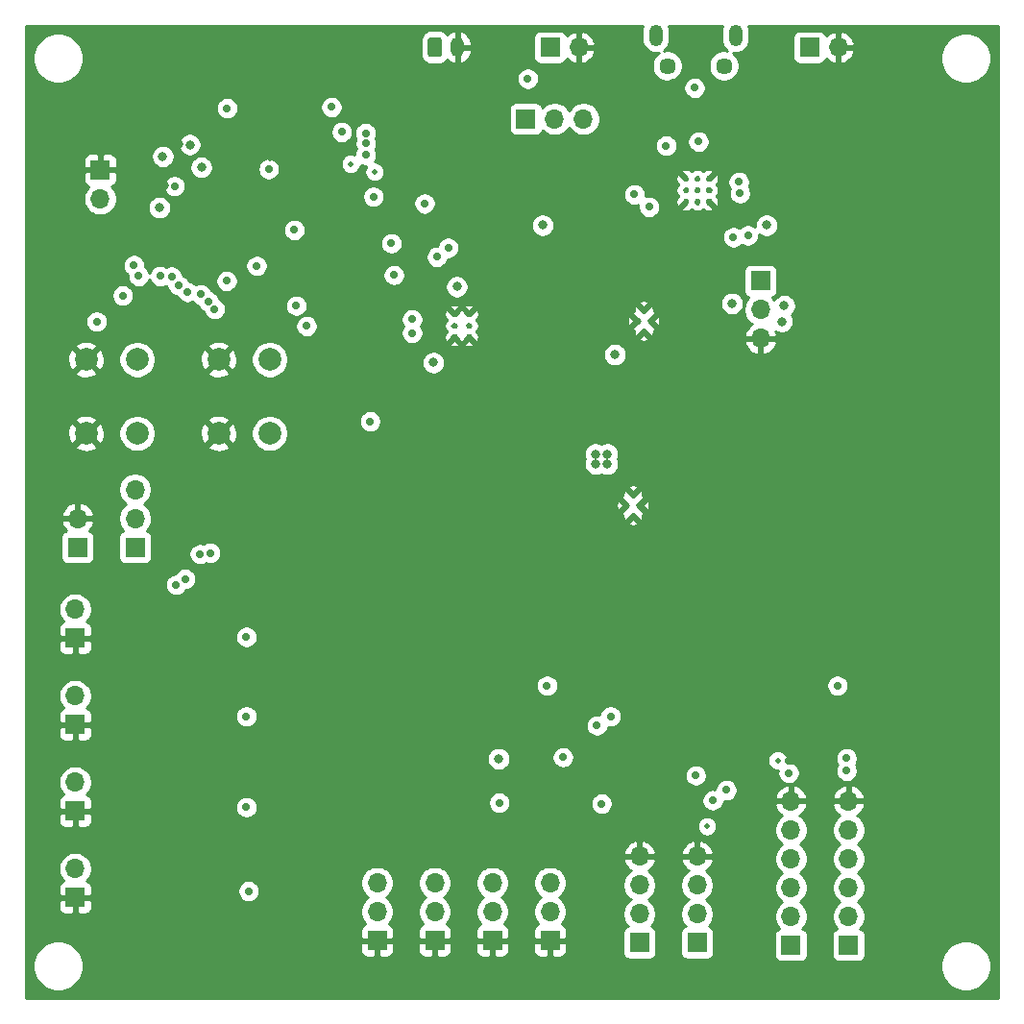
<source format=gbr>
G04 #@! TF.GenerationSoftware,KiCad,Pcbnew,5.1.5+dfsg1-2build2*
G04 #@! TF.CreationDate,2020-12-06T21:49:48-05:00*
G04 #@! TF.ProjectId,eboard,65626f61-7264-42e6-9b69-6361645f7063,rev?*
G04 #@! TF.SameCoordinates,Original*
G04 #@! TF.FileFunction,Copper,L2,Inr*
G04 #@! TF.FilePolarity,Positive*
%FSLAX46Y46*%
G04 Gerber Fmt 4.6, Leading zero omitted, Abs format (unit mm)*
G04 Created by KiCad (PCBNEW 5.1.5+dfsg1-2build2) date 2020-12-06 21:49:48*
%MOMM*%
%LPD*%
G04 APERTURE LIST*
%ADD10C,0.500000*%
%ADD11R,1.700000X1.700000*%
%ADD12O,1.700000X1.700000*%
%ADD13C,1.450000*%
%ADD14O,1.200000X1.900000*%
%ADD15C,2.000000*%
%ADD16C,0.100000*%
%ADD17O,1.200000X1.750000*%
%ADD18C,0.800000*%
%ADD19C,0.700000*%
%ADD20C,0.254000*%
G04 APERTURE END LIST*
D10*
X79206800Y-58553300D03*
X77906800Y-58553300D03*
X79206800Y-57553300D03*
X77906800Y-57553300D03*
X79206800Y-56553300D03*
X77906800Y-56553300D03*
D11*
X109220000Y-33020000D03*
D12*
X111760000Y-33020000D03*
D13*
X101700000Y-34662500D03*
X96700000Y-34662500D03*
D14*
X102700000Y-31962500D03*
X95700000Y-31962500D03*
D11*
X84226400Y-39344600D03*
D12*
X86766400Y-39344600D03*
X89306400Y-39344600D03*
X88900000Y-33020000D03*
D11*
X86360000Y-33020000D03*
D10*
X94624000Y-58093800D03*
X94049000Y-57143800D03*
X95199000Y-57143800D03*
X94624000Y-56193800D03*
D12*
X104902000Y-58699400D03*
X104902000Y-56159400D03*
D11*
X104902000Y-53619400D03*
D12*
X99320000Y-104340000D03*
X99320000Y-106880000D03*
X99320000Y-109420000D03*
D11*
X99320000Y-111960000D03*
X94240000Y-111960000D03*
D12*
X94240000Y-109420000D03*
X94240000Y-106880000D03*
X94240000Y-104340000D03*
X112680000Y-99460000D03*
X112680000Y-102000000D03*
X112680000Y-104540000D03*
X112680000Y-107080000D03*
X112680000Y-109620000D03*
D11*
X112680000Y-112160000D03*
X107600000Y-112160000D03*
D12*
X107600000Y-109620000D03*
X107600000Y-107080000D03*
X107600000Y-104540000D03*
X107600000Y-102000000D03*
X107600000Y-99460000D03*
X46710600Y-46380400D03*
D11*
X46710600Y-43840400D03*
D12*
X44504000Y-82566000D03*
D11*
X44504000Y-85106000D03*
X44504000Y-92726000D03*
D12*
X44504000Y-90186000D03*
X44504000Y-97806000D03*
D11*
X44504000Y-100346000D03*
X44504000Y-107966000D03*
D12*
X44504000Y-105426000D03*
D11*
X86360000Y-111760000D03*
D12*
X86360000Y-109220000D03*
X86360000Y-106680000D03*
D11*
X76200000Y-111760000D03*
D12*
X76200000Y-109220000D03*
X76200000Y-106680000D03*
X81280000Y-106680000D03*
X81280000Y-109220000D03*
D11*
X81280000Y-111760000D03*
X71120000Y-111760000D03*
D12*
X71120000Y-109220000D03*
X71120000Y-106680000D03*
D11*
X44704000Y-77086000D03*
D12*
X44704000Y-74546000D03*
X49784000Y-72006000D03*
X49784000Y-74546000D03*
D11*
X49784000Y-77086000D03*
D15*
X45466000Y-60556000D03*
X49966000Y-60556000D03*
X45466000Y-67056000D03*
X49966000Y-67056000D03*
X61650000Y-67056000D03*
X57150000Y-67056000D03*
X61650000Y-60556000D03*
X57150000Y-60556000D03*
D10*
X100330000Y-44610000D03*
X100330000Y-45610000D03*
X100330000Y-46610000D03*
X99330000Y-44610000D03*
X99330000Y-45610000D03*
X99330000Y-46610000D03*
X98330000Y-44610000D03*
X98330000Y-45610000D03*
X98330000Y-46610000D03*
X93654200Y-74339000D03*
X93079200Y-73389000D03*
X94229200Y-73389000D03*
X93654200Y-72439000D03*
G04 #@! TA.AperFunction,ViaPad*
D16*
G36*
X76574505Y-32146204D02*
G01*
X76598773Y-32149804D01*
X76622572Y-32155765D01*
X76645671Y-32164030D01*
X76667850Y-32174520D01*
X76688893Y-32187132D01*
X76708599Y-32201747D01*
X76726777Y-32218223D01*
X76743253Y-32236401D01*
X76757868Y-32256107D01*
X76770480Y-32277150D01*
X76780970Y-32299329D01*
X76789235Y-32322428D01*
X76795196Y-32346227D01*
X76798796Y-32370495D01*
X76800000Y-32394999D01*
X76800000Y-33645001D01*
X76798796Y-33669505D01*
X76795196Y-33693773D01*
X76789235Y-33717572D01*
X76780970Y-33740671D01*
X76770480Y-33762850D01*
X76757868Y-33783893D01*
X76743253Y-33803599D01*
X76726777Y-33821777D01*
X76708599Y-33838253D01*
X76688893Y-33852868D01*
X76667850Y-33865480D01*
X76645671Y-33875970D01*
X76622572Y-33884235D01*
X76598773Y-33890196D01*
X76574505Y-33893796D01*
X76550001Y-33895000D01*
X75849999Y-33895000D01*
X75825495Y-33893796D01*
X75801227Y-33890196D01*
X75777428Y-33884235D01*
X75754329Y-33875970D01*
X75732150Y-33865480D01*
X75711107Y-33852868D01*
X75691401Y-33838253D01*
X75673223Y-33821777D01*
X75656747Y-33803599D01*
X75642132Y-33783893D01*
X75629520Y-33762850D01*
X75619030Y-33740671D01*
X75610765Y-33717572D01*
X75604804Y-33693773D01*
X75601204Y-33669505D01*
X75600000Y-33645001D01*
X75600000Y-32394999D01*
X75601204Y-32370495D01*
X75604804Y-32346227D01*
X75610765Y-32322428D01*
X75619030Y-32299329D01*
X75629520Y-32277150D01*
X75642132Y-32256107D01*
X75656747Y-32236401D01*
X75673223Y-32218223D01*
X75691401Y-32201747D01*
X75711107Y-32187132D01*
X75732150Y-32174520D01*
X75754329Y-32164030D01*
X75777428Y-32155765D01*
X75801227Y-32149804D01*
X75825495Y-32146204D01*
X75849999Y-32145000D01*
X76550001Y-32145000D01*
X76574505Y-32146204D01*
G37*
G04 #@! TD.AperFunction*
D17*
X78200000Y-33020000D03*
D18*
X58648600Y-50139600D03*
X56794400Y-50139600D03*
X54991000Y-50139600D03*
X58597800Y-48666400D03*
X55067200Y-48539400D03*
X58750200Y-46786800D03*
X56896000Y-46888400D03*
X53610457Y-41574911D03*
X48361600Y-47650400D03*
X44729400Y-41986200D03*
X46761400Y-41986200D03*
X48615600Y-41960800D03*
X48590200Y-45212000D03*
X50622200Y-45262800D03*
X52324000Y-45186600D03*
X50114200Y-43815000D03*
X46659800Y-48285400D03*
X45008800Y-47777400D03*
X42316400Y-41935400D03*
X40513000Y-41910000D03*
X40563800Y-50977800D03*
X42189400Y-50952400D03*
X44196000Y-50977800D03*
X44729400Y-49199800D03*
X44754800Y-43840400D03*
X55016400Y-46812200D03*
X72288400Y-37287200D03*
X97130000Y-36230000D03*
X84450000Y-56930000D03*
X75390000Y-52800000D03*
X99000000Y-74200000D03*
X100000000Y-73600000D03*
X100000000Y-57000000D03*
D19*
X58400000Y-103200000D03*
X61600000Y-103600000D03*
X58200000Y-96000000D03*
X61400000Y-96200000D03*
X58200000Y-88000000D03*
X61400000Y-88400000D03*
X57546537Y-81253463D03*
X61400000Y-81400000D03*
X76000000Y-101600000D03*
X58700000Y-56200000D03*
X96700000Y-39100000D03*
X110000000Y-44900000D03*
X111100000Y-44700000D03*
X109000000Y-44700000D03*
X95900000Y-99300000D03*
X107400000Y-95900000D03*
D10*
X63000000Y-47900000D03*
X61700000Y-42800000D03*
D18*
X56251418Y-40852096D03*
X56900000Y-48700000D03*
D19*
X93400000Y-42500000D03*
D18*
X55626000Y-43611800D03*
X54610000Y-41605200D03*
X52222400Y-42646600D03*
X102400000Y-55600000D03*
X107000000Y-55800000D03*
X106800000Y-57200000D03*
X51919700Y-47167653D03*
D19*
X53270279Y-45270624D03*
X46400000Y-57200000D03*
X59800000Y-107400000D03*
X59600000Y-100000000D03*
X59600000Y-92000000D03*
X59600000Y-85000000D03*
X56800000Y-56100000D03*
X95100000Y-47100000D03*
X90500000Y-92800000D03*
X90900000Y-99700000D03*
X100700000Y-99400000D03*
X111700000Y-89300000D03*
X61572578Y-43762812D03*
X64900000Y-57600000D03*
X112500000Y-95700000D03*
X96600000Y-41700000D03*
X93800000Y-46000000D03*
D18*
X105450000Y-48714600D03*
X92080000Y-60120000D03*
X85710000Y-48710000D03*
D19*
X99100000Y-36600000D03*
X99444982Y-41344983D03*
D10*
X70900000Y-44000000D03*
X106424999Y-95875999D03*
D18*
X78150000Y-54120000D03*
X76080000Y-60810000D03*
D19*
X75300000Y-46800000D03*
D18*
X91409200Y-68870000D03*
X90359200Y-68880000D03*
X90379200Y-69750000D03*
X91390000Y-69760000D03*
X81830000Y-95740000D03*
D19*
X81890000Y-99610000D03*
X63827298Y-49127298D03*
X48700000Y-54900000D03*
X101900000Y-98500000D03*
X99200000Y-97200000D03*
X70100000Y-42500000D03*
X91700000Y-92000000D03*
X86100000Y-89300000D03*
X68000000Y-40500000D03*
X87500000Y-95600000D03*
X67100000Y-38300000D03*
X70500001Y-66000000D03*
X112500000Y-96800000D03*
D10*
X100200000Y-101700000D03*
X68800000Y-43300000D03*
D19*
X107400000Y-97000000D03*
X70800000Y-46200000D03*
X60500000Y-52300000D03*
X56223991Y-55408455D03*
X57859195Y-53613805D03*
X53595005Y-53997503D03*
X56393253Y-77589911D03*
X55556052Y-54805232D03*
X54400000Y-54600000D03*
X55500000Y-77700000D03*
X54204986Y-79878455D03*
X52998527Y-53251680D03*
X53400000Y-80400000D03*
X52000000Y-53200000D03*
X72600000Y-53100000D03*
X102500000Y-49764600D03*
X64000000Y-55800000D03*
X103800001Y-49600001D03*
X72375010Y-50300000D03*
X76400000Y-51500000D03*
X74200000Y-58200000D03*
X74200000Y-57000000D03*
X77400000Y-50700010D03*
X103100000Y-45900000D03*
X70127101Y-41499604D03*
X103002407Y-44891392D03*
X70100000Y-40600000D03*
X84400000Y-35800000D03*
X50100000Y-53200000D03*
X57900000Y-38400000D03*
X49688694Y-52239450D03*
D20*
G36*
X94482870Y-31370398D02*
G01*
X94465000Y-31551835D01*
X94465000Y-32373164D01*
X94482870Y-32554601D01*
X94553489Y-32787400D01*
X94668167Y-33001948D01*
X94822498Y-33190002D01*
X95010551Y-33344333D01*
X95225099Y-33459011D01*
X95457898Y-33529630D01*
X95700000Y-33553475D01*
X95942101Y-33529630D01*
X95952035Y-33526616D01*
X95833051Y-33606119D01*
X95643619Y-33795551D01*
X95494784Y-34018299D01*
X95392264Y-34265803D01*
X95340000Y-34528552D01*
X95340000Y-34796448D01*
X95392264Y-35059197D01*
X95494784Y-35306701D01*
X95643619Y-35529449D01*
X95833051Y-35718881D01*
X96055799Y-35867716D01*
X96303303Y-35970236D01*
X96566052Y-36022500D01*
X96833948Y-36022500D01*
X97096697Y-35970236D01*
X97344201Y-35867716D01*
X97566949Y-35718881D01*
X97756381Y-35529449D01*
X97905216Y-35306701D01*
X98007736Y-35059197D01*
X98060000Y-34796448D01*
X98060000Y-34528552D01*
X98007736Y-34265803D01*
X97905216Y-34018299D01*
X97756381Y-33795551D01*
X97566949Y-33606119D01*
X97344201Y-33457284D01*
X97096697Y-33354764D01*
X96833948Y-33302500D01*
X96566052Y-33302500D01*
X96400231Y-33335484D01*
X96577502Y-33190002D01*
X96731833Y-33001949D01*
X96846511Y-32787401D01*
X96917130Y-32554602D01*
X96935000Y-32373165D01*
X96935000Y-31551836D01*
X96917130Y-31370399D01*
X96853306Y-31160000D01*
X101546694Y-31160000D01*
X101482870Y-31370399D01*
X101465000Y-31551836D01*
X101465000Y-32373165D01*
X101482870Y-32554602D01*
X101553489Y-32787401D01*
X101668168Y-33001949D01*
X101822499Y-33190002D01*
X101999769Y-33335484D01*
X101833948Y-33302500D01*
X101566052Y-33302500D01*
X101303303Y-33354764D01*
X101055799Y-33457284D01*
X100833051Y-33606119D01*
X100643619Y-33795551D01*
X100494784Y-34018299D01*
X100392264Y-34265803D01*
X100340000Y-34528552D01*
X100340000Y-34796448D01*
X100392264Y-35059197D01*
X100494784Y-35306701D01*
X100643619Y-35529449D01*
X100833051Y-35718881D01*
X101055799Y-35867716D01*
X101303303Y-35970236D01*
X101566052Y-36022500D01*
X101833948Y-36022500D01*
X102096697Y-35970236D01*
X102344201Y-35867716D01*
X102566949Y-35718881D01*
X102756381Y-35529449D01*
X102905216Y-35306701D01*
X103007736Y-35059197D01*
X103060000Y-34796448D01*
X103060000Y-34528552D01*
X103007736Y-34265803D01*
X102905216Y-34018299D01*
X102756381Y-33795551D01*
X102566949Y-33606119D01*
X102447965Y-33526616D01*
X102457899Y-33529630D01*
X102700000Y-33553475D01*
X102942102Y-33529630D01*
X103174901Y-33459011D01*
X103389449Y-33344333D01*
X103577502Y-33190002D01*
X103731833Y-33001949D01*
X103846511Y-32787401D01*
X103917130Y-32554601D01*
X103935000Y-32373164D01*
X103935000Y-32170000D01*
X107731928Y-32170000D01*
X107731928Y-33870000D01*
X107744188Y-33994482D01*
X107780498Y-34114180D01*
X107839463Y-34224494D01*
X107918815Y-34321185D01*
X108015506Y-34400537D01*
X108125820Y-34459502D01*
X108245518Y-34495812D01*
X108370000Y-34508072D01*
X110070000Y-34508072D01*
X110194482Y-34495812D01*
X110314180Y-34459502D01*
X110424494Y-34400537D01*
X110521185Y-34321185D01*
X110600537Y-34224494D01*
X110659502Y-34114180D01*
X110683966Y-34033534D01*
X110759731Y-34117588D01*
X110993080Y-34291641D01*
X111255901Y-34416825D01*
X111403110Y-34461476D01*
X111633000Y-34340155D01*
X111633000Y-33147000D01*
X111887000Y-33147000D01*
X111887000Y-34340155D01*
X112116890Y-34461476D01*
X112264099Y-34416825D01*
X112526920Y-34291641D01*
X112760269Y-34117588D01*
X112955178Y-33901355D01*
X113027541Y-33779872D01*
X120765000Y-33779872D01*
X120765000Y-34220128D01*
X120850890Y-34651925D01*
X121019369Y-35058669D01*
X121263962Y-35424729D01*
X121575271Y-35736038D01*
X121941331Y-35980631D01*
X122348075Y-36149110D01*
X122779872Y-36235000D01*
X123220128Y-36235000D01*
X123651925Y-36149110D01*
X124058669Y-35980631D01*
X124424729Y-35736038D01*
X124736038Y-35424729D01*
X124980631Y-35058669D01*
X125149110Y-34651925D01*
X125235000Y-34220128D01*
X125235000Y-33779872D01*
X125149110Y-33348075D01*
X124980631Y-32941331D01*
X124736038Y-32575271D01*
X124424729Y-32263962D01*
X124058669Y-32019369D01*
X123651925Y-31850890D01*
X123220128Y-31765000D01*
X122779872Y-31765000D01*
X122348075Y-31850890D01*
X121941331Y-32019369D01*
X121575271Y-32263962D01*
X121263962Y-32575271D01*
X121019369Y-32941331D01*
X120850890Y-33348075D01*
X120765000Y-33779872D01*
X113027541Y-33779872D01*
X113104157Y-33651252D01*
X113201481Y-33376891D01*
X113080814Y-33147000D01*
X111887000Y-33147000D01*
X111633000Y-33147000D01*
X111613000Y-33147000D01*
X111613000Y-32893000D01*
X111633000Y-32893000D01*
X111633000Y-31699845D01*
X111887000Y-31699845D01*
X111887000Y-32893000D01*
X113080814Y-32893000D01*
X113201481Y-32663109D01*
X113104157Y-32388748D01*
X112955178Y-32138645D01*
X112760269Y-31922412D01*
X112526920Y-31748359D01*
X112264099Y-31623175D01*
X112116890Y-31578524D01*
X111887000Y-31699845D01*
X111633000Y-31699845D01*
X111403110Y-31578524D01*
X111255901Y-31623175D01*
X110993080Y-31748359D01*
X110759731Y-31922412D01*
X110683966Y-32006466D01*
X110659502Y-31925820D01*
X110600537Y-31815506D01*
X110521185Y-31718815D01*
X110424494Y-31639463D01*
X110314180Y-31580498D01*
X110194482Y-31544188D01*
X110070000Y-31531928D01*
X108370000Y-31531928D01*
X108245518Y-31544188D01*
X108125820Y-31580498D01*
X108015506Y-31639463D01*
X107918815Y-31718815D01*
X107839463Y-31815506D01*
X107780498Y-31925820D01*
X107744188Y-32045518D01*
X107731928Y-32170000D01*
X103935000Y-32170000D01*
X103935000Y-31551835D01*
X103917130Y-31370398D01*
X103853306Y-31160000D01*
X125840000Y-31160000D01*
X125840001Y-116840000D01*
X40160000Y-116840000D01*
X40160000Y-113779872D01*
X40765000Y-113779872D01*
X40765000Y-114220128D01*
X40850890Y-114651925D01*
X41019369Y-115058669D01*
X41263962Y-115424729D01*
X41575271Y-115736038D01*
X41941331Y-115980631D01*
X42348075Y-116149110D01*
X42779872Y-116235000D01*
X43220128Y-116235000D01*
X43651925Y-116149110D01*
X44058669Y-115980631D01*
X44424729Y-115736038D01*
X44736038Y-115424729D01*
X44980631Y-115058669D01*
X45149110Y-114651925D01*
X45235000Y-114220128D01*
X45235000Y-113779872D01*
X120765000Y-113779872D01*
X120765000Y-114220128D01*
X120850890Y-114651925D01*
X121019369Y-115058669D01*
X121263962Y-115424729D01*
X121575271Y-115736038D01*
X121941331Y-115980631D01*
X122348075Y-116149110D01*
X122779872Y-116235000D01*
X123220128Y-116235000D01*
X123651925Y-116149110D01*
X124058669Y-115980631D01*
X124424729Y-115736038D01*
X124736038Y-115424729D01*
X124980631Y-115058669D01*
X125149110Y-114651925D01*
X125235000Y-114220128D01*
X125235000Y-113779872D01*
X125149110Y-113348075D01*
X124980631Y-112941331D01*
X124736038Y-112575271D01*
X124424729Y-112263962D01*
X124058669Y-112019369D01*
X123651925Y-111850890D01*
X123220128Y-111765000D01*
X122779872Y-111765000D01*
X122348075Y-111850890D01*
X121941331Y-112019369D01*
X121575271Y-112263962D01*
X121263962Y-112575271D01*
X121019369Y-112941331D01*
X120850890Y-113348075D01*
X120765000Y-113779872D01*
X45235000Y-113779872D01*
X45149110Y-113348075D01*
X44980631Y-112941331D01*
X44759244Y-112610000D01*
X69631928Y-112610000D01*
X69644188Y-112734482D01*
X69680498Y-112854180D01*
X69739463Y-112964494D01*
X69818815Y-113061185D01*
X69915506Y-113140537D01*
X70025820Y-113199502D01*
X70145518Y-113235812D01*
X70270000Y-113248072D01*
X70834250Y-113245000D01*
X70993000Y-113086250D01*
X70993000Y-111887000D01*
X71247000Y-111887000D01*
X71247000Y-113086250D01*
X71405750Y-113245000D01*
X71970000Y-113248072D01*
X72094482Y-113235812D01*
X72214180Y-113199502D01*
X72324494Y-113140537D01*
X72421185Y-113061185D01*
X72500537Y-112964494D01*
X72559502Y-112854180D01*
X72595812Y-112734482D01*
X72608072Y-112610000D01*
X74711928Y-112610000D01*
X74724188Y-112734482D01*
X74760498Y-112854180D01*
X74819463Y-112964494D01*
X74898815Y-113061185D01*
X74995506Y-113140537D01*
X75105820Y-113199502D01*
X75225518Y-113235812D01*
X75350000Y-113248072D01*
X75914250Y-113245000D01*
X76073000Y-113086250D01*
X76073000Y-111887000D01*
X76327000Y-111887000D01*
X76327000Y-113086250D01*
X76485750Y-113245000D01*
X77050000Y-113248072D01*
X77174482Y-113235812D01*
X77294180Y-113199502D01*
X77404494Y-113140537D01*
X77501185Y-113061185D01*
X77580537Y-112964494D01*
X77639502Y-112854180D01*
X77675812Y-112734482D01*
X77688072Y-112610000D01*
X79791928Y-112610000D01*
X79804188Y-112734482D01*
X79840498Y-112854180D01*
X79899463Y-112964494D01*
X79978815Y-113061185D01*
X80075506Y-113140537D01*
X80185820Y-113199502D01*
X80305518Y-113235812D01*
X80430000Y-113248072D01*
X80994250Y-113245000D01*
X81153000Y-113086250D01*
X81153000Y-111887000D01*
X81407000Y-111887000D01*
X81407000Y-113086250D01*
X81565750Y-113245000D01*
X82130000Y-113248072D01*
X82254482Y-113235812D01*
X82374180Y-113199502D01*
X82484494Y-113140537D01*
X82581185Y-113061185D01*
X82660537Y-112964494D01*
X82719502Y-112854180D01*
X82755812Y-112734482D01*
X82768072Y-112610000D01*
X84871928Y-112610000D01*
X84884188Y-112734482D01*
X84920498Y-112854180D01*
X84979463Y-112964494D01*
X85058815Y-113061185D01*
X85155506Y-113140537D01*
X85265820Y-113199502D01*
X85385518Y-113235812D01*
X85510000Y-113248072D01*
X86074250Y-113245000D01*
X86233000Y-113086250D01*
X86233000Y-111887000D01*
X86487000Y-111887000D01*
X86487000Y-113086250D01*
X86645750Y-113245000D01*
X87210000Y-113248072D01*
X87334482Y-113235812D01*
X87454180Y-113199502D01*
X87564494Y-113140537D01*
X87661185Y-113061185D01*
X87740537Y-112964494D01*
X87799502Y-112854180D01*
X87835812Y-112734482D01*
X87848072Y-112610000D01*
X87845000Y-112045750D01*
X87686250Y-111887000D01*
X86487000Y-111887000D01*
X86233000Y-111887000D01*
X85033750Y-111887000D01*
X84875000Y-112045750D01*
X84871928Y-112610000D01*
X82768072Y-112610000D01*
X82765000Y-112045750D01*
X82606250Y-111887000D01*
X81407000Y-111887000D01*
X81153000Y-111887000D01*
X79953750Y-111887000D01*
X79795000Y-112045750D01*
X79791928Y-112610000D01*
X77688072Y-112610000D01*
X77685000Y-112045750D01*
X77526250Y-111887000D01*
X76327000Y-111887000D01*
X76073000Y-111887000D01*
X74873750Y-111887000D01*
X74715000Y-112045750D01*
X74711928Y-112610000D01*
X72608072Y-112610000D01*
X72605000Y-112045750D01*
X72446250Y-111887000D01*
X71247000Y-111887000D01*
X70993000Y-111887000D01*
X69793750Y-111887000D01*
X69635000Y-112045750D01*
X69631928Y-112610000D01*
X44759244Y-112610000D01*
X44736038Y-112575271D01*
X44424729Y-112263962D01*
X44058669Y-112019369D01*
X43651925Y-111850890D01*
X43220128Y-111765000D01*
X42779872Y-111765000D01*
X42348075Y-111850890D01*
X41941331Y-112019369D01*
X41575271Y-112263962D01*
X41263962Y-112575271D01*
X41019369Y-112941331D01*
X40850890Y-113348075D01*
X40765000Y-113779872D01*
X40160000Y-113779872D01*
X40160000Y-110910000D01*
X69631928Y-110910000D01*
X69635000Y-111474250D01*
X69793750Y-111633000D01*
X70993000Y-111633000D01*
X70993000Y-111613000D01*
X71247000Y-111613000D01*
X71247000Y-111633000D01*
X72446250Y-111633000D01*
X72605000Y-111474250D01*
X72608072Y-110910000D01*
X74711928Y-110910000D01*
X74715000Y-111474250D01*
X74873750Y-111633000D01*
X76073000Y-111633000D01*
X76073000Y-111613000D01*
X76327000Y-111613000D01*
X76327000Y-111633000D01*
X77526250Y-111633000D01*
X77685000Y-111474250D01*
X77688072Y-110910000D01*
X79791928Y-110910000D01*
X79795000Y-111474250D01*
X79953750Y-111633000D01*
X81153000Y-111633000D01*
X81153000Y-111613000D01*
X81407000Y-111613000D01*
X81407000Y-111633000D01*
X82606250Y-111633000D01*
X82765000Y-111474250D01*
X82768072Y-110910000D01*
X84871928Y-110910000D01*
X84875000Y-111474250D01*
X85033750Y-111633000D01*
X86233000Y-111633000D01*
X86233000Y-111613000D01*
X86487000Y-111613000D01*
X86487000Y-111633000D01*
X87686250Y-111633000D01*
X87845000Y-111474250D01*
X87846983Y-111110000D01*
X92751928Y-111110000D01*
X92751928Y-112810000D01*
X92764188Y-112934482D01*
X92800498Y-113054180D01*
X92859463Y-113164494D01*
X92938815Y-113261185D01*
X93035506Y-113340537D01*
X93145820Y-113399502D01*
X93265518Y-113435812D01*
X93390000Y-113448072D01*
X95090000Y-113448072D01*
X95214482Y-113435812D01*
X95334180Y-113399502D01*
X95444494Y-113340537D01*
X95541185Y-113261185D01*
X95620537Y-113164494D01*
X95679502Y-113054180D01*
X95715812Y-112934482D01*
X95728072Y-112810000D01*
X95728072Y-111110000D01*
X97831928Y-111110000D01*
X97831928Y-112810000D01*
X97844188Y-112934482D01*
X97880498Y-113054180D01*
X97939463Y-113164494D01*
X98018815Y-113261185D01*
X98115506Y-113340537D01*
X98225820Y-113399502D01*
X98345518Y-113435812D01*
X98470000Y-113448072D01*
X100170000Y-113448072D01*
X100294482Y-113435812D01*
X100414180Y-113399502D01*
X100524494Y-113340537D01*
X100621185Y-113261185D01*
X100700537Y-113164494D01*
X100759502Y-113054180D01*
X100795812Y-112934482D01*
X100808072Y-112810000D01*
X100808072Y-111310000D01*
X106111928Y-111310000D01*
X106111928Y-113010000D01*
X106124188Y-113134482D01*
X106160498Y-113254180D01*
X106219463Y-113364494D01*
X106298815Y-113461185D01*
X106395506Y-113540537D01*
X106505820Y-113599502D01*
X106625518Y-113635812D01*
X106750000Y-113648072D01*
X108450000Y-113648072D01*
X108574482Y-113635812D01*
X108694180Y-113599502D01*
X108804494Y-113540537D01*
X108901185Y-113461185D01*
X108980537Y-113364494D01*
X109039502Y-113254180D01*
X109075812Y-113134482D01*
X109088072Y-113010000D01*
X109088072Y-111310000D01*
X111191928Y-111310000D01*
X111191928Y-113010000D01*
X111204188Y-113134482D01*
X111240498Y-113254180D01*
X111299463Y-113364494D01*
X111378815Y-113461185D01*
X111475506Y-113540537D01*
X111585820Y-113599502D01*
X111705518Y-113635812D01*
X111830000Y-113648072D01*
X113530000Y-113648072D01*
X113654482Y-113635812D01*
X113774180Y-113599502D01*
X113884494Y-113540537D01*
X113981185Y-113461185D01*
X114060537Y-113364494D01*
X114119502Y-113254180D01*
X114155812Y-113134482D01*
X114168072Y-113010000D01*
X114168072Y-111310000D01*
X114155812Y-111185518D01*
X114119502Y-111065820D01*
X114060537Y-110955506D01*
X113981185Y-110858815D01*
X113884494Y-110779463D01*
X113774180Y-110720498D01*
X113701620Y-110698487D01*
X113833475Y-110566632D01*
X113995990Y-110323411D01*
X114107932Y-110053158D01*
X114165000Y-109766260D01*
X114165000Y-109473740D01*
X114107932Y-109186842D01*
X113995990Y-108916589D01*
X113833475Y-108673368D01*
X113626632Y-108466525D01*
X113452240Y-108350000D01*
X113626632Y-108233475D01*
X113833475Y-108026632D01*
X113995990Y-107783411D01*
X114107932Y-107513158D01*
X114165000Y-107226260D01*
X114165000Y-106933740D01*
X114107932Y-106646842D01*
X113995990Y-106376589D01*
X113833475Y-106133368D01*
X113626632Y-105926525D01*
X113452240Y-105810000D01*
X113626632Y-105693475D01*
X113833475Y-105486632D01*
X113995990Y-105243411D01*
X114107932Y-104973158D01*
X114165000Y-104686260D01*
X114165000Y-104393740D01*
X114107932Y-104106842D01*
X113995990Y-103836589D01*
X113833475Y-103593368D01*
X113626632Y-103386525D01*
X113452240Y-103270000D01*
X113626632Y-103153475D01*
X113833475Y-102946632D01*
X113995990Y-102703411D01*
X114107932Y-102433158D01*
X114165000Y-102146260D01*
X114165000Y-101853740D01*
X114107932Y-101566842D01*
X113995990Y-101296589D01*
X113833475Y-101053368D01*
X113626632Y-100846525D01*
X113444466Y-100724805D01*
X113561355Y-100655178D01*
X113777588Y-100460269D01*
X113951641Y-100226920D01*
X114076825Y-99964099D01*
X114121476Y-99816890D01*
X114000155Y-99587000D01*
X112807000Y-99587000D01*
X112807000Y-99607000D01*
X112553000Y-99607000D01*
X112553000Y-99587000D01*
X111359845Y-99587000D01*
X111238524Y-99816890D01*
X111283175Y-99964099D01*
X111408359Y-100226920D01*
X111582412Y-100460269D01*
X111798645Y-100655178D01*
X111915534Y-100724805D01*
X111733368Y-100846525D01*
X111526525Y-101053368D01*
X111364010Y-101296589D01*
X111252068Y-101566842D01*
X111195000Y-101853740D01*
X111195000Y-102146260D01*
X111252068Y-102433158D01*
X111364010Y-102703411D01*
X111526525Y-102946632D01*
X111733368Y-103153475D01*
X111907760Y-103270000D01*
X111733368Y-103386525D01*
X111526525Y-103593368D01*
X111364010Y-103836589D01*
X111252068Y-104106842D01*
X111195000Y-104393740D01*
X111195000Y-104686260D01*
X111252068Y-104973158D01*
X111364010Y-105243411D01*
X111526525Y-105486632D01*
X111733368Y-105693475D01*
X111907760Y-105810000D01*
X111733368Y-105926525D01*
X111526525Y-106133368D01*
X111364010Y-106376589D01*
X111252068Y-106646842D01*
X111195000Y-106933740D01*
X111195000Y-107226260D01*
X111252068Y-107513158D01*
X111364010Y-107783411D01*
X111526525Y-108026632D01*
X111733368Y-108233475D01*
X111907760Y-108350000D01*
X111733368Y-108466525D01*
X111526525Y-108673368D01*
X111364010Y-108916589D01*
X111252068Y-109186842D01*
X111195000Y-109473740D01*
X111195000Y-109766260D01*
X111252068Y-110053158D01*
X111364010Y-110323411D01*
X111526525Y-110566632D01*
X111658380Y-110698487D01*
X111585820Y-110720498D01*
X111475506Y-110779463D01*
X111378815Y-110858815D01*
X111299463Y-110955506D01*
X111240498Y-111065820D01*
X111204188Y-111185518D01*
X111191928Y-111310000D01*
X109088072Y-111310000D01*
X109075812Y-111185518D01*
X109039502Y-111065820D01*
X108980537Y-110955506D01*
X108901185Y-110858815D01*
X108804494Y-110779463D01*
X108694180Y-110720498D01*
X108621620Y-110698487D01*
X108753475Y-110566632D01*
X108915990Y-110323411D01*
X109027932Y-110053158D01*
X109085000Y-109766260D01*
X109085000Y-109473740D01*
X109027932Y-109186842D01*
X108915990Y-108916589D01*
X108753475Y-108673368D01*
X108546632Y-108466525D01*
X108372240Y-108350000D01*
X108546632Y-108233475D01*
X108753475Y-108026632D01*
X108915990Y-107783411D01*
X109027932Y-107513158D01*
X109085000Y-107226260D01*
X109085000Y-106933740D01*
X109027932Y-106646842D01*
X108915990Y-106376589D01*
X108753475Y-106133368D01*
X108546632Y-105926525D01*
X108372240Y-105810000D01*
X108546632Y-105693475D01*
X108753475Y-105486632D01*
X108915990Y-105243411D01*
X109027932Y-104973158D01*
X109085000Y-104686260D01*
X109085000Y-104393740D01*
X109027932Y-104106842D01*
X108915990Y-103836589D01*
X108753475Y-103593368D01*
X108546632Y-103386525D01*
X108372240Y-103270000D01*
X108546632Y-103153475D01*
X108753475Y-102946632D01*
X108915990Y-102703411D01*
X109027932Y-102433158D01*
X109085000Y-102146260D01*
X109085000Y-101853740D01*
X109027932Y-101566842D01*
X108915990Y-101296589D01*
X108753475Y-101053368D01*
X108546632Y-100846525D01*
X108364466Y-100724805D01*
X108481355Y-100655178D01*
X108697588Y-100460269D01*
X108871641Y-100226920D01*
X108996825Y-99964099D01*
X109041476Y-99816890D01*
X108920155Y-99587000D01*
X107727000Y-99587000D01*
X107727000Y-99607000D01*
X107473000Y-99607000D01*
X107473000Y-99587000D01*
X106279845Y-99587000D01*
X106158524Y-99816890D01*
X106203175Y-99964099D01*
X106328359Y-100226920D01*
X106502412Y-100460269D01*
X106718645Y-100655178D01*
X106835534Y-100724805D01*
X106653368Y-100846525D01*
X106446525Y-101053368D01*
X106284010Y-101296589D01*
X106172068Y-101566842D01*
X106115000Y-101853740D01*
X106115000Y-102146260D01*
X106172068Y-102433158D01*
X106284010Y-102703411D01*
X106446525Y-102946632D01*
X106653368Y-103153475D01*
X106827760Y-103270000D01*
X106653368Y-103386525D01*
X106446525Y-103593368D01*
X106284010Y-103836589D01*
X106172068Y-104106842D01*
X106115000Y-104393740D01*
X106115000Y-104686260D01*
X106172068Y-104973158D01*
X106284010Y-105243411D01*
X106446525Y-105486632D01*
X106653368Y-105693475D01*
X106827760Y-105810000D01*
X106653368Y-105926525D01*
X106446525Y-106133368D01*
X106284010Y-106376589D01*
X106172068Y-106646842D01*
X106115000Y-106933740D01*
X106115000Y-107226260D01*
X106172068Y-107513158D01*
X106284010Y-107783411D01*
X106446525Y-108026632D01*
X106653368Y-108233475D01*
X106827760Y-108350000D01*
X106653368Y-108466525D01*
X106446525Y-108673368D01*
X106284010Y-108916589D01*
X106172068Y-109186842D01*
X106115000Y-109473740D01*
X106115000Y-109766260D01*
X106172068Y-110053158D01*
X106284010Y-110323411D01*
X106446525Y-110566632D01*
X106578380Y-110698487D01*
X106505820Y-110720498D01*
X106395506Y-110779463D01*
X106298815Y-110858815D01*
X106219463Y-110955506D01*
X106160498Y-111065820D01*
X106124188Y-111185518D01*
X106111928Y-111310000D01*
X100808072Y-111310000D01*
X100808072Y-111110000D01*
X100795812Y-110985518D01*
X100759502Y-110865820D01*
X100700537Y-110755506D01*
X100621185Y-110658815D01*
X100524494Y-110579463D01*
X100414180Y-110520498D01*
X100341620Y-110498487D01*
X100473475Y-110366632D01*
X100635990Y-110123411D01*
X100747932Y-109853158D01*
X100805000Y-109566260D01*
X100805000Y-109273740D01*
X100747932Y-108986842D01*
X100635990Y-108716589D01*
X100473475Y-108473368D01*
X100266632Y-108266525D01*
X100092240Y-108150000D01*
X100266632Y-108033475D01*
X100473475Y-107826632D01*
X100635990Y-107583411D01*
X100747932Y-107313158D01*
X100805000Y-107026260D01*
X100805000Y-106733740D01*
X100747932Y-106446842D01*
X100635990Y-106176589D01*
X100473475Y-105933368D01*
X100266632Y-105726525D01*
X100084466Y-105604805D01*
X100201355Y-105535178D01*
X100417588Y-105340269D01*
X100591641Y-105106920D01*
X100716825Y-104844099D01*
X100761476Y-104696890D01*
X100640155Y-104467000D01*
X99447000Y-104467000D01*
X99447000Y-104487000D01*
X99193000Y-104487000D01*
X99193000Y-104467000D01*
X97999845Y-104467000D01*
X97878524Y-104696890D01*
X97923175Y-104844099D01*
X98048359Y-105106920D01*
X98222412Y-105340269D01*
X98438645Y-105535178D01*
X98555534Y-105604805D01*
X98373368Y-105726525D01*
X98166525Y-105933368D01*
X98004010Y-106176589D01*
X97892068Y-106446842D01*
X97835000Y-106733740D01*
X97835000Y-107026260D01*
X97892068Y-107313158D01*
X98004010Y-107583411D01*
X98166525Y-107826632D01*
X98373368Y-108033475D01*
X98547760Y-108150000D01*
X98373368Y-108266525D01*
X98166525Y-108473368D01*
X98004010Y-108716589D01*
X97892068Y-108986842D01*
X97835000Y-109273740D01*
X97835000Y-109566260D01*
X97892068Y-109853158D01*
X98004010Y-110123411D01*
X98166525Y-110366632D01*
X98298380Y-110498487D01*
X98225820Y-110520498D01*
X98115506Y-110579463D01*
X98018815Y-110658815D01*
X97939463Y-110755506D01*
X97880498Y-110865820D01*
X97844188Y-110985518D01*
X97831928Y-111110000D01*
X95728072Y-111110000D01*
X95715812Y-110985518D01*
X95679502Y-110865820D01*
X95620537Y-110755506D01*
X95541185Y-110658815D01*
X95444494Y-110579463D01*
X95334180Y-110520498D01*
X95261620Y-110498487D01*
X95393475Y-110366632D01*
X95555990Y-110123411D01*
X95667932Y-109853158D01*
X95725000Y-109566260D01*
X95725000Y-109273740D01*
X95667932Y-108986842D01*
X95555990Y-108716589D01*
X95393475Y-108473368D01*
X95186632Y-108266525D01*
X95012240Y-108150000D01*
X95186632Y-108033475D01*
X95393475Y-107826632D01*
X95555990Y-107583411D01*
X95667932Y-107313158D01*
X95725000Y-107026260D01*
X95725000Y-106733740D01*
X95667932Y-106446842D01*
X95555990Y-106176589D01*
X95393475Y-105933368D01*
X95186632Y-105726525D01*
X95004466Y-105604805D01*
X95121355Y-105535178D01*
X95337588Y-105340269D01*
X95511641Y-105106920D01*
X95636825Y-104844099D01*
X95681476Y-104696890D01*
X95560155Y-104467000D01*
X94367000Y-104467000D01*
X94367000Y-104487000D01*
X94113000Y-104487000D01*
X94113000Y-104467000D01*
X92919845Y-104467000D01*
X92798524Y-104696890D01*
X92843175Y-104844099D01*
X92968359Y-105106920D01*
X93142412Y-105340269D01*
X93358645Y-105535178D01*
X93475534Y-105604805D01*
X93293368Y-105726525D01*
X93086525Y-105933368D01*
X92924010Y-106176589D01*
X92812068Y-106446842D01*
X92755000Y-106733740D01*
X92755000Y-107026260D01*
X92812068Y-107313158D01*
X92924010Y-107583411D01*
X93086525Y-107826632D01*
X93293368Y-108033475D01*
X93467760Y-108150000D01*
X93293368Y-108266525D01*
X93086525Y-108473368D01*
X92924010Y-108716589D01*
X92812068Y-108986842D01*
X92755000Y-109273740D01*
X92755000Y-109566260D01*
X92812068Y-109853158D01*
X92924010Y-110123411D01*
X93086525Y-110366632D01*
X93218380Y-110498487D01*
X93145820Y-110520498D01*
X93035506Y-110579463D01*
X92938815Y-110658815D01*
X92859463Y-110755506D01*
X92800498Y-110865820D01*
X92764188Y-110985518D01*
X92751928Y-111110000D01*
X87846983Y-111110000D01*
X87848072Y-110910000D01*
X87835812Y-110785518D01*
X87799502Y-110665820D01*
X87740537Y-110555506D01*
X87661185Y-110458815D01*
X87564494Y-110379463D01*
X87454180Y-110320498D01*
X87381620Y-110298487D01*
X87513475Y-110166632D01*
X87675990Y-109923411D01*
X87787932Y-109653158D01*
X87845000Y-109366260D01*
X87845000Y-109073740D01*
X87787932Y-108786842D01*
X87675990Y-108516589D01*
X87513475Y-108273368D01*
X87306632Y-108066525D01*
X87132240Y-107950000D01*
X87306632Y-107833475D01*
X87513475Y-107626632D01*
X87675990Y-107383411D01*
X87787932Y-107113158D01*
X87845000Y-106826260D01*
X87845000Y-106533740D01*
X87787932Y-106246842D01*
X87675990Y-105976589D01*
X87513475Y-105733368D01*
X87306632Y-105526525D01*
X87063411Y-105364010D01*
X86793158Y-105252068D01*
X86506260Y-105195000D01*
X86213740Y-105195000D01*
X85926842Y-105252068D01*
X85656589Y-105364010D01*
X85413368Y-105526525D01*
X85206525Y-105733368D01*
X85044010Y-105976589D01*
X84932068Y-106246842D01*
X84875000Y-106533740D01*
X84875000Y-106826260D01*
X84932068Y-107113158D01*
X85044010Y-107383411D01*
X85206525Y-107626632D01*
X85413368Y-107833475D01*
X85587760Y-107950000D01*
X85413368Y-108066525D01*
X85206525Y-108273368D01*
X85044010Y-108516589D01*
X84932068Y-108786842D01*
X84875000Y-109073740D01*
X84875000Y-109366260D01*
X84932068Y-109653158D01*
X85044010Y-109923411D01*
X85206525Y-110166632D01*
X85338380Y-110298487D01*
X85265820Y-110320498D01*
X85155506Y-110379463D01*
X85058815Y-110458815D01*
X84979463Y-110555506D01*
X84920498Y-110665820D01*
X84884188Y-110785518D01*
X84871928Y-110910000D01*
X82768072Y-110910000D01*
X82755812Y-110785518D01*
X82719502Y-110665820D01*
X82660537Y-110555506D01*
X82581185Y-110458815D01*
X82484494Y-110379463D01*
X82374180Y-110320498D01*
X82301620Y-110298487D01*
X82433475Y-110166632D01*
X82595990Y-109923411D01*
X82707932Y-109653158D01*
X82765000Y-109366260D01*
X82765000Y-109073740D01*
X82707932Y-108786842D01*
X82595990Y-108516589D01*
X82433475Y-108273368D01*
X82226632Y-108066525D01*
X82052240Y-107950000D01*
X82226632Y-107833475D01*
X82433475Y-107626632D01*
X82595990Y-107383411D01*
X82707932Y-107113158D01*
X82765000Y-106826260D01*
X82765000Y-106533740D01*
X82707932Y-106246842D01*
X82595990Y-105976589D01*
X82433475Y-105733368D01*
X82226632Y-105526525D01*
X81983411Y-105364010D01*
X81713158Y-105252068D01*
X81426260Y-105195000D01*
X81133740Y-105195000D01*
X80846842Y-105252068D01*
X80576589Y-105364010D01*
X80333368Y-105526525D01*
X80126525Y-105733368D01*
X79964010Y-105976589D01*
X79852068Y-106246842D01*
X79795000Y-106533740D01*
X79795000Y-106826260D01*
X79852068Y-107113158D01*
X79964010Y-107383411D01*
X80126525Y-107626632D01*
X80333368Y-107833475D01*
X80507760Y-107950000D01*
X80333368Y-108066525D01*
X80126525Y-108273368D01*
X79964010Y-108516589D01*
X79852068Y-108786842D01*
X79795000Y-109073740D01*
X79795000Y-109366260D01*
X79852068Y-109653158D01*
X79964010Y-109923411D01*
X80126525Y-110166632D01*
X80258380Y-110298487D01*
X80185820Y-110320498D01*
X80075506Y-110379463D01*
X79978815Y-110458815D01*
X79899463Y-110555506D01*
X79840498Y-110665820D01*
X79804188Y-110785518D01*
X79791928Y-110910000D01*
X77688072Y-110910000D01*
X77675812Y-110785518D01*
X77639502Y-110665820D01*
X77580537Y-110555506D01*
X77501185Y-110458815D01*
X77404494Y-110379463D01*
X77294180Y-110320498D01*
X77221620Y-110298487D01*
X77353475Y-110166632D01*
X77515990Y-109923411D01*
X77627932Y-109653158D01*
X77685000Y-109366260D01*
X77685000Y-109073740D01*
X77627932Y-108786842D01*
X77515990Y-108516589D01*
X77353475Y-108273368D01*
X77146632Y-108066525D01*
X76972240Y-107950000D01*
X77146632Y-107833475D01*
X77353475Y-107626632D01*
X77515990Y-107383411D01*
X77627932Y-107113158D01*
X77685000Y-106826260D01*
X77685000Y-106533740D01*
X77627932Y-106246842D01*
X77515990Y-105976589D01*
X77353475Y-105733368D01*
X77146632Y-105526525D01*
X76903411Y-105364010D01*
X76633158Y-105252068D01*
X76346260Y-105195000D01*
X76053740Y-105195000D01*
X75766842Y-105252068D01*
X75496589Y-105364010D01*
X75253368Y-105526525D01*
X75046525Y-105733368D01*
X74884010Y-105976589D01*
X74772068Y-106246842D01*
X74715000Y-106533740D01*
X74715000Y-106826260D01*
X74772068Y-107113158D01*
X74884010Y-107383411D01*
X75046525Y-107626632D01*
X75253368Y-107833475D01*
X75427760Y-107950000D01*
X75253368Y-108066525D01*
X75046525Y-108273368D01*
X74884010Y-108516589D01*
X74772068Y-108786842D01*
X74715000Y-109073740D01*
X74715000Y-109366260D01*
X74772068Y-109653158D01*
X74884010Y-109923411D01*
X75046525Y-110166632D01*
X75178380Y-110298487D01*
X75105820Y-110320498D01*
X74995506Y-110379463D01*
X74898815Y-110458815D01*
X74819463Y-110555506D01*
X74760498Y-110665820D01*
X74724188Y-110785518D01*
X74711928Y-110910000D01*
X72608072Y-110910000D01*
X72595812Y-110785518D01*
X72559502Y-110665820D01*
X72500537Y-110555506D01*
X72421185Y-110458815D01*
X72324494Y-110379463D01*
X72214180Y-110320498D01*
X72141620Y-110298487D01*
X72273475Y-110166632D01*
X72435990Y-109923411D01*
X72547932Y-109653158D01*
X72605000Y-109366260D01*
X72605000Y-109073740D01*
X72547932Y-108786842D01*
X72435990Y-108516589D01*
X72273475Y-108273368D01*
X72066632Y-108066525D01*
X71892240Y-107950000D01*
X72066632Y-107833475D01*
X72273475Y-107626632D01*
X72435990Y-107383411D01*
X72547932Y-107113158D01*
X72605000Y-106826260D01*
X72605000Y-106533740D01*
X72547932Y-106246842D01*
X72435990Y-105976589D01*
X72273475Y-105733368D01*
X72066632Y-105526525D01*
X71823411Y-105364010D01*
X71553158Y-105252068D01*
X71266260Y-105195000D01*
X70973740Y-105195000D01*
X70686842Y-105252068D01*
X70416589Y-105364010D01*
X70173368Y-105526525D01*
X69966525Y-105733368D01*
X69804010Y-105976589D01*
X69692068Y-106246842D01*
X69635000Y-106533740D01*
X69635000Y-106826260D01*
X69692068Y-107113158D01*
X69804010Y-107383411D01*
X69966525Y-107626632D01*
X70173368Y-107833475D01*
X70347760Y-107950000D01*
X70173368Y-108066525D01*
X69966525Y-108273368D01*
X69804010Y-108516589D01*
X69692068Y-108786842D01*
X69635000Y-109073740D01*
X69635000Y-109366260D01*
X69692068Y-109653158D01*
X69804010Y-109923411D01*
X69966525Y-110166632D01*
X70098380Y-110298487D01*
X70025820Y-110320498D01*
X69915506Y-110379463D01*
X69818815Y-110458815D01*
X69739463Y-110555506D01*
X69680498Y-110665820D01*
X69644188Y-110785518D01*
X69631928Y-110910000D01*
X40160000Y-110910000D01*
X40160000Y-108816000D01*
X43015928Y-108816000D01*
X43028188Y-108940482D01*
X43064498Y-109060180D01*
X43123463Y-109170494D01*
X43202815Y-109267185D01*
X43299506Y-109346537D01*
X43409820Y-109405502D01*
X43529518Y-109441812D01*
X43654000Y-109454072D01*
X44218250Y-109451000D01*
X44377000Y-109292250D01*
X44377000Y-108093000D01*
X44631000Y-108093000D01*
X44631000Y-109292250D01*
X44789750Y-109451000D01*
X45354000Y-109454072D01*
X45478482Y-109441812D01*
X45598180Y-109405502D01*
X45708494Y-109346537D01*
X45805185Y-109267185D01*
X45884537Y-109170494D01*
X45943502Y-109060180D01*
X45979812Y-108940482D01*
X45992072Y-108816000D01*
X45989000Y-108251750D01*
X45830250Y-108093000D01*
X44631000Y-108093000D01*
X44377000Y-108093000D01*
X43177750Y-108093000D01*
X43019000Y-108251750D01*
X43015928Y-108816000D01*
X40160000Y-108816000D01*
X40160000Y-107116000D01*
X43015928Y-107116000D01*
X43019000Y-107680250D01*
X43177750Y-107839000D01*
X44377000Y-107839000D01*
X44377000Y-107819000D01*
X44631000Y-107819000D01*
X44631000Y-107839000D01*
X45830250Y-107839000D01*
X45989000Y-107680250D01*
X45991053Y-107302986D01*
X58815000Y-107302986D01*
X58815000Y-107497014D01*
X58852853Y-107687314D01*
X58927104Y-107866572D01*
X59034901Y-108027901D01*
X59172099Y-108165099D01*
X59333428Y-108272896D01*
X59512686Y-108347147D01*
X59702986Y-108385000D01*
X59897014Y-108385000D01*
X60087314Y-108347147D01*
X60266572Y-108272896D01*
X60427901Y-108165099D01*
X60565099Y-108027901D01*
X60672896Y-107866572D01*
X60747147Y-107687314D01*
X60785000Y-107497014D01*
X60785000Y-107302986D01*
X60747147Y-107112686D01*
X60672896Y-106933428D01*
X60565099Y-106772099D01*
X60427901Y-106634901D01*
X60266572Y-106527104D01*
X60087314Y-106452853D01*
X59897014Y-106415000D01*
X59702986Y-106415000D01*
X59512686Y-106452853D01*
X59333428Y-106527104D01*
X59172099Y-106634901D01*
X59034901Y-106772099D01*
X58927104Y-106933428D01*
X58852853Y-107112686D01*
X58815000Y-107302986D01*
X45991053Y-107302986D01*
X45992072Y-107116000D01*
X45979812Y-106991518D01*
X45943502Y-106871820D01*
X45884537Y-106761506D01*
X45805185Y-106664815D01*
X45708494Y-106585463D01*
X45598180Y-106526498D01*
X45525620Y-106504487D01*
X45657475Y-106372632D01*
X45819990Y-106129411D01*
X45931932Y-105859158D01*
X45989000Y-105572260D01*
X45989000Y-105279740D01*
X45931932Y-104992842D01*
X45819990Y-104722589D01*
X45657475Y-104479368D01*
X45450632Y-104272525D01*
X45207411Y-104110010D01*
X44937158Y-103998068D01*
X44861960Y-103983110D01*
X92798524Y-103983110D01*
X92919845Y-104213000D01*
X94113000Y-104213000D01*
X94113000Y-103019186D01*
X94367000Y-103019186D01*
X94367000Y-104213000D01*
X95560155Y-104213000D01*
X95681476Y-103983110D01*
X97878524Y-103983110D01*
X97999845Y-104213000D01*
X99193000Y-104213000D01*
X99193000Y-103019186D01*
X99447000Y-103019186D01*
X99447000Y-104213000D01*
X100640155Y-104213000D01*
X100761476Y-103983110D01*
X100716825Y-103835901D01*
X100591641Y-103573080D01*
X100417588Y-103339731D01*
X100201355Y-103144822D01*
X99951252Y-102995843D01*
X99676891Y-102898519D01*
X99447000Y-103019186D01*
X99193000Y-103019186D01*
X98963109Y-102898519D01*
X98688748Y-102995843D01*
X98438645Y-103144822D01*
X98222412Y-103339731D01*
X98048359Y-103573080D01*
X97923175Y-103835901D01*
X97878524Y-103983110D01*
X95681476Y-103983110D01*
X95636825Y-103835901D01*
X95511641Y-103573080D01*
X95337588Y-103339731D01*
X95121355Y-103144822D01*
X94871252Y-102995843D01*
X94596891Y-102898519D01*
X94367000Y-103019186D01*
X94113000Y-103019186D01*
X93883109Y-102898519D01*
X93608748Y-102995843D01*
X93358645Y-103144822D01*
X93142412Y-103339731D01*
X92968359Y-103573080D01*
X92843175Y-103835901D01*
X92798524Y-103983110D01*
X44861960Y-103983110D01*
X44650260Y-103941000D01*
X44357740Y-103941000D01*
X44070842Y-103998068D01*
X43800589Y-104110010D01*
X43557368Y-104272525D01*
X43350525Y-104479368D01*
X43188010Y-104722589D01*
X43076068Y-104992842D01*
X43019000Y-105279740D01*
X43019000Y-105572260D01*
X43076068Y-105859158D01*
X43188010Y-106129411D01*
X43350525Y-106372632D01*
X43482380Y-106504487D01*
X43409820Y-106526498D01*
X43299506Y-106585463D01*
X43202815Y-106664815D01*
X43123463Y-106761506D01*
X43064498Y-106871820D01*
X43028188Y-106991518D01*
X43015928Y-107116000D01*
X40160000Y-107116000D01*
X40160000Y-101196000D01*
X43015928Y-101196000D01*
X43028188Y-101320482D01*
X43064498Y-101440180D01*
X43123463Y-101550494D01*
X43202815Y-101647185D01*
X43299506Y-101726537D01*
X43409820Y-101785502D01*
X43529518Y-101821812D01*
X43654000Y-101834072D01*
X44218250Y-101831000D01*
X44377000Y-101672250D01*
X44377000Y-100473000D01*
X44631000Y-100473000D01*
X44631000Y-101672250D01*
X44789750Y-101831000D01*
X45354000Y-101834072D01*
X45478482Y-101821812D01*
X45598180Y-101785502D01*
X45708494Y-101726537D01*
X45805185Y-101647185D01*
X45833375Y-101612835D01*
X99315000Y-101612835D01*
X99315000Y-101787165D01*
X99349010Y-101958145D01*
X99415723Y-102119205D01*
X99512576Y-102264155D01*
X99635845Y-102387424D01*
X99780795Y-102484277D01*
X99941855Y-102550990D01*
X100112835Y-102585000D01*
X100287165Y-102585000D01*
X100458145Y-102550990D01*
X100619205Y-102484277D01*
X100764155Y-102387424D01*
X100887424Y-102264155D01*
X100984277Y-102119205D01*
X101050990Y-101958145D01*
X101085000Y-101787165D01*
X101085000Y-101612835D01*
X101050990Y-101441855D01*
X100984277Y-101280795D01*
X100887424Y-101135845D01*
X100764155Y-101012576D01*
X100619205Y-100915723D01*
X100458145Y-100849010D01*
X100287165Y-100815000D01*
X100112835Y-100815000D01*
X99941855Y-100849010D01*
X99780795Y-100915723D01*
X99635845Y-101012576D01*
X99512576Y-101135845D01*
X99415723Y-101280795D01*
X99349010Y-101441855D01*
X99315000Y-101612835D01*
X45833375Y-101612835D01*
X45884537Y-101550494D01*
X45943502Y-101440180D01*
X45979812Y-101320482D01*
X45992072Y-101196000D01*
X45989000Y-100631750D01*
X45830250Y-100473000D01*
X44631000Y-100473000D01*
X44377000Y-100473000D01*
X43177750Y-100473000D01*
X43019000Y-100631750D01*
X43015928Y-101196000D01*
X40160000Y-101196000D01*
X40160000Y-99496000D01*
X43015928Y-99496000D01*
X43019000Y-100060250D01*
X43177750Y-100219000D01*
X44377000Y-100219000D01*
X44377000Y-100199000D01*
X44631000Y-100199000D01*
X44631000Y-100219000D01*
X45830250Y-100219000D01*
X45989000Y-100060250D01*
X45989856Y-99902986D01*
X58615000Y-99902986D01*
X58615000Y-100097014D01*
X58652853Y-100287314D01*
X58727104Y-100466572D01*
X58834901Y-100627901D01*
X58972099Y-100765099D01*
X59133428Y-100872896D01*
X59312686Y-100947147D01*
X59502986Y-100985000D01*
X59697014Y-100985000D01*
X59887314Y-100947147D01*
X60066572Y-100872896D01*
X60227901Y-100765099D01*
X60365099Y-100627901D01*
X60472896Y-100466572D01*
X60547147Y-100287314D01*
X60585000Y-100097014D01*
X60585000Y-99902986D01*
X60547147Y-99712686D01*
X60472896Y-99533428D01*
X60459238Y-99512986D01*
X80905000Y-99512986D01*
X80905000Y-99707014D01*
X80942853Y-99897314D01*
X81017104Y-100076572D01*
X81124901Y-100237901D01*
X81262099Y-100375099D01*
X81423428Y-100482896D01*
X81602686Y-100557147D01*
X81792986Y-100595000D01*
X81987014Y-100595000D01*
X82177314Y-100557147D01*
X82356572Y-100482896D01*
X82517901Y-100375099D01*
X82655099Y-100237901D01*
X82762896Y-100076572D01*
X82837147Y-99897314D01*
X82875000Y-99707014D01*
X82875000Y-99602986D01*
X89915000Y-99602986D01*
X89915000Y-99797014D01*
X89952853Y-99987314D01*
X90027104Y-100166572D01*
X90134901Y-100327901D01*
X90272099Y-100465099D01*
X90433428Y-100572896D01*
X90612686Y-100647147D01*
X90802986Y-100685000D01*
X90997014Y-100685000D01*
X91187314Y-100647147D01*
X91366572Y-100572896D01*
X91527901Y-100465099D01*
X91665099Y-100327901D01*
X91772896Y-100166572D01*
X91847147Y-99987314D01*
X91885000Y-99797014D01*
X91885000Y-99602986D01*
X91847147Y-99412686D01*
X91801708Y-99302986D01*
X99715000Y-99302986D01*
X99715000Y-99497014D01*
X99752853Y-99687314D01*
X99827104Y-99866572D01*
X99934901Y-100027901D01*
X100072099Y-100165099D01*
X100233428Y-100272896D01*
X100412686Y-100347147D01*
X100602986Y-100385000D01*
X100797014Y-100385000D01*
X100987314Y-100347147D01*
X101166572Y-100272896D01*
X101327901Y-100165099D01*
X101465099Y-100027901D01*
X101572896Y-99866572D01*
X101647147Y-99687314D01*
X101685000Y-99497014D01*
X101685000Y-99461531D01*
X101802986Y-99485000D01*
X101997014Y-99485000D01*
X102187314Y-99447147D01*
X102366572Y-99372896D01*
X102527901Y-99265099D01*
X102665099Y-99127901D01*
X102681663Y-99103110D01*
X106158524Y-99103110D01*
X106279845Y-99333000D01*
X107473000Y-99333000D01*
X107473000Y-98139186D01*
X107727000Y-98139186D01*
X107727000Y-99333000D01*
X108920155Y-99333000D01*
X109041476Y-99103110D01*
X111238524Y-99103110D01*
X111359845Y-99333000D01*
X112553000Y-99333000D01*
X112553000Y-98139186D01*
X112807000Y-98139186D01*
X112807000Y-99333000D01*
X114000155Y-99333000D01*
X114121476Y-99103110D01*
X114076825Y-98955901D01*
X113951641Y-98693080D01*
X113777588Y-98459731D01*
X113561355Y-98264822D01*
X113311252Y-98115843D01*
X113036891Y-98018519D01*
X112807000Y-98139186D01*
X112553000Y-98139186D01*
X112323109Y-98018519D01*
X112048748Y-98115843D01*
X111798645Y-98264822D01*
X111582412Y-98459731D01*
X111408359Y-98693080D01*
X111283175Y-98955901D01*
X111238524Y-99103110D01*
X109041476Y-99103110D01*
X108996825Y-98955901D01*
X108871641Y-98693080D01*
X108697588Y-98459731D01*
X108481355Y-98264822D01*
X108231252Y-98115843D01*
X107956891Y-98018519D01*
X107727000Y-98139186D01*
X107473000Y-98139186D01*
X107243109Y-98018519D01*
X106968748Y-98115843D01*
X106718645Y-98264822D01*
X106502412Y-98459731D01*
X106328359Y-98693080D01*
X106203175Y-98955901D01*
X106158524Y-99103110D01*
X102681663Y-99103110D01*
X102772896Y-98966572D01*
X102847147Y-98787314D01*
X102885000Y-98597014D01*
X102885000Y-98402986D01*
X102847147Y-98212686D01*
X102772896Y-98033428D01*
X102665099Y-97872099D01*
X102527901Y-97734901D01*
X102366572Y-97627104D01*
X102187314Y-97552853D01*
X101997014Y-97515000D01*
X101802986Y-97515000D01*
X101612686Y-97552853D01*
X101433428Y-97627104D01*
X101272099Y-97734901D01*
X101134901Y-97872099D01*
X101027104Y-98033428D01*
X100952853Y-98212686D01*
X100915000Y-98402986D01*
X100915000Y-98438469D01*
X100797014Y-98415000D01*
X100602986Y-98415000D01*
X100412686Y-98452853D01*
X100233428Y-98527104D01*
X100072099Y-98634901D01*
X99934901Y-98772099D01*
X99827104Y-98933428D01*
X99752853Y-99112686D01*
X99715000Y-99302986D01*
X91801708Y-99302986D01*
X91772896Y-99233428D01*
X91665099Y-99072099D01*
X91527901Y-98934901D01*
X91366572Y-98827104D01*
X91187314Y-98752853D01*
X90997014Y-98715000D01*
X90802986Y-98715000D01*
X90612686Y-98752853D01*
X90433428Y-98827104D01*
X90272099Y-98934901D01*
X90134901Y-99072099D01*
X90027104Y-99233428D01*
X89952853Y-99412686D01*
X89915000Y-99602986D01*
X82875000Y-99602986D01*
X82875000Y-99512986D01*
X82837147Y-99322686D01*
X82762896Y-99143428D01*
X82655099Y-98982099D01*
X82517901Y-98844901D01*
X82356572Y-98737104D01*
X82177314Y-98662853D01*
X81987014Y-98625000D01*
X81792986Y-98625000D01*
X81602686Y-98662853D01*
X81423428Y-98737104D01*
X81262099Y-98844901D01*
X81124901Y-98982099D01*
X81017104Y-99143428D01*
X80942853Y-99322686D01*
X80905000Y-99512986D01*
X60459238Y-99512986D01*
X60365099Y-99372099D01*
X60227901Y-99234901D01*
X60066572Y-99127104D01*
X59887314Y-99052853D01*
X59697014Y-99015000D01*
X59502986Y-99015000D01*
X59312686Y-99052853D01*
X59133428Y-99127104D01*
X58972099Y-99234901D01*
X58834901Y-99372099D01*
X58727104Y-99533428D01*
X58652853Y-99712686D01*
X58615000Y-99902986D01*
X45989856Y-99902986D01*
X45992072Y-99496000D01*
X45979812Y-99371518D01*
X45943502Y-99251820D01*
X45884537Y-99141506D01*
X45805185Y-99044815D01*
X45708494Y-98965463D01*
X45598180Y-98906498D01*
X45525620Y-98884487D01*
X45657475Y-98752632D01*
X45819990Y-98509411D01*
X45931932Y-98239158D01*
X45989000Y-97952260D01*
X45989000Y-97659740D01*
X45931932Y-97372842D01*
X45820155Y-97102986D01*
X98215000Y-97102986D01*
X98215000Y-97297014D01*
X98252853Y-97487314D01*
X98327104Y-97666572D01*
X98434901Y-97827901D01*
X98572099Y-97965099D01*
X98733428Y-98072896D01*
X98912686Y-98147147D01*
X99102986Y-98185000D01*
X99297014Y-98185000D01*
X99487314Y-98147147D01*
X99666572Y-98072896D01*
X99827901Y-97965099D01*
X99965099Y-97827901D01*
X100072896Y-97666572D01*
X100147147Y-97487314D01*
X100185000Y-97297014D01*
X100185000Y-97102986D01*
X100147147Y-96912686D01*
X100072896Y-96733428D01*
X99965099Y-96572099D01*
X99827901Y-96434901D01*
X99666572Y-96327104D01*
X99487314Y-96252853D01*
X99297014Y-96215000D01*
X99102986Y-96215000D01*
X98912686Y-96252853D01*
X98733428Y-96327104D01*
X98572099Y-96434901D01*
X98434901Y-96572099D01*
X98327104Y-96733428D01*
X98252853Y-96912686D01*
X98215000Y-97102986D01*
X45820155Y-97102986D01*
X45819990Y-97102589D01*
X45657475Y-96859368D01*
X45450632Y-96652525D01*
X45207411Y-96490010D01*
X44937158Y-96378068D01*
X44650260Y-96321000D01*
X44357740Y-96321000D01*
X44070842Y-96378068D01*
X43800589Y-96490010D01*
X43557368Y-96652525D01*
X43350525Y-96859368D01*
X43188010Y-97102589D01*
X43076068Y-97372842D01*
X43019000Y-97659740D01*
X43019000Y-97952260D01*
X43076068Y-98239158D01*
X43188010Y-98509411D01*
X43350525Y-98752632D01*
X43482380Y-98884487D01*
X43409820Y-98906498D01*
X43299506Y-98965463D01*
X43202815Y-99044815D01*
X43123463Y-99141506D01*
X43064498Y-99251820D01*
X43028188Y-99371518D01*
X43015928Y-99496000D01*
X40160000Y-99496000D01*
X40160000Y-95638061D01*
X80795000Y-95638061D01*
X80795000Y-95841939D01*
X80834774Y-96041898D01*
X80912795Y-96230256D01*
X81026063Y-96399774D01*
X81170226Y-96543937D01*
X81339744Y-96657205D01*
X81528102Y-96735226D01*
X81728061Y-96775000D01*
X81931939Y-96775000D01*
X82131898Y-96735226D01*
X82320256Y-96657205D01*
X82489774Y-96543937D01*
X82633937Y-96399774D01*
X82747205Y-96230256D01*
X82825226Y-96041898D01*
X82865000Y-95841939D01*
X82865000Y-95638061D01*
X82838133Y-95502986D01*
X86515000Y-95502986D01*
X86515000Y-95697014D01*
X86552853Y-95887314D01*
X86627104Y-96066572D01*
X86734901Y-96227901D01*
X86872099Y-96365099D01*
X87033428Y-96472896D01*
X87212686Y-96547147D01*
X87402986Y-96585000D01*
X87597014Y-96585000D01*
X87787314Y-96547147D01*
X87966572Y-96472896D01*
X88127901Y-96365099D01*
X88265099Y-96227901D01*
X88372896Y-96066572D01*
X88447147Y-95887314D01*
X88466735Y-95788834D01*
X105539999Y-95788834D01*
X105539999Y-95963164D01*
X105574009Y-96134144D01*
X105640722Y-96295204D01*
X105737575Y-96440154D01*
X105860844Y-96563423D01*
X106005794Y-96660276D01*
X106166854Y-96726989D01*
X106337834Y-96760999D01*
X106443243Y-96760999D01*
X106415000Y-96902986D01*
X106415000Y-97097014D01*
X106452853Y-97287314D01*
X106527104Y-97466572D01*
X106634901Y-97627901D01*
X106772099Y-97765099D01*
X106933428Y-97872896D01*
X107112686Y-97947147D01*
X107302986Y-97985000D01*
X107497014Y-97985000D01*
X107687314Y-97947147D01*
X107866572Y-97872896D01*
X108027901Y-97765099D01*
X108165099Y-97627901D01*
X108272896Y-97466572D01*
X108347147Y-97287314D01*
X108385000Y-97097014D01*
X108385000Y-96902986D01*
X108347147Y-96712686D01*
X108272896Y-96533428D01*
X108165099Y-96372099D01*
X108027901Y-96234901D01*
X107866572Y-96127104D01*
X107687314Y-96052853D01*
X107497014Y-96015000D01*
X107302986Y-96015000D01*
X107299552Y-96015683D01*
X107309999Y-95963164D01*
X107309999Y-95788834D01*
X107275989Y-95617854D01*
X107269831Y-95602986D01*
X111515000Y-95602986D01*
X111515000Y-95797014D01*
X111552853Y-95987314D01*
X111627104Y-96166572D01*
X111682849Y-96250000D01*
X111627104Y-96333428D01*
X111552853Y-96512686D01*
X111515000Y-96702986D01*
X111515000Y-96897014D01*
X111552853Y-97087314D01*
X111627104Y-97266572D01*
X111734901Y-97427901D01*
X111872099Y-97565099D01*
X112033428Y-97672896D01*
X112212686Y-97747147D01*
X112402986Y-97785000D01*
X112597014Y-97785000D01*
X112787314Y-97747147D01*
X112966572Y-97672896D01*
X113127901Y-97565099D01*
X113265099Y-97427901D01*
X113372896Y-97266572D01*
X113447147Y-97087314D01*
X113485000Y-96897014D01*
X113485000Y-96702986D01*
X113447147Y-96512686D01*
X113372896Y-96333428D01*
X113317151Y-96250000D01*
X113372896Y-96166572D01*
X113447147Y-95987314D01*
X113485000Y-95797014D01*
X113485000Y-95602986D01*
X113447147Y-95412686D01*
X113372896Y-95233428D01*
X113265099Y-95072099D01*
X113127901Y-94934901D01*
X112966572Y-94827104D01*
X112787314Y-94752853D01*
X112597014Y-94715000D01*
X112402986Y-94715000D01*
X112212686Y-94752853D01*
X112033428Y-94827104D01*
X111872099Y-94934901D01*
X111734901Y-95072099D01*
X111627104Y-95233428D01*
X111552853Y-95412686D01*
X111515000Y-95602986D01*
X107269831Y-95602986D01*
X107209276Y-95456794D01*
X107112423Y-95311844D01*
X106989154Y-95188575D01*
X106844204Y-95091722D01*
X106683144Y-95025009D01*
X106512164Y-94990999D01*
X106337834Y-94990999D01*
X106166854Y-95025009D01*
X106005794Y-95091722D01*
X105860844Y-95188575D01*
X105737575Y-95311844D01*
X105640722Y-95456794D01*
X105574009Y-95617854D01*
X105539999Y-95788834D01*
X88466735Y-95788834D01*
X88485000Y-95697014D01*
X88485000Y-95502986D01*
X88447147Y-95312686D01*
X88372896Y-95133428D01*
X88265099Y-94972099D01*
X88127901Y-94834901D01*
X87966572Y-94727104D01*
X87787314Y-94652853D01*
X87597014Y-94615000D01*
X87402986Y-94615000D01*
X87212686Y-94652853D01*
X87033428Y-94727104D01*
X86872099Y-94834901D01*
X86734901Y-94972099D01*
X86627104Y-95133428D01*
X86552853Y-95312686D01*
X86515000Y-95502986D01*
X82838133Y-95502986D01*
X82825226Y-95438102D01*
X82747205Y-95249744D01*
X82633937Y-95080226D01*
X82489774Y-94936063D01*
X82320256Y-94822795D01*
X82131898Y-94744774D01*
X81931939Y-94705000D01*
X81728061Y-94705000D01*
X81528102Y-94744774D01*
X81339744Y-94822795D01*
X81170226Y-94936063D01*
X81026063Y-95080226D01*
X80912795Y-95249744D01*
X80834774Y-95438102D01*
X80795000Y-95638061D01*
X40160000Y-95638061D01*
X40160000Y-93576000D01*
X43015928Y-93576000D01*
X43028188Y-93700482D01*
X43064498Y-93820180D01*
X43123463Y-93930494D01*
X43202815Y-94027185D01*
X43299506Y-94106537D01*
X43409820Y-94165502D01*
X43529518Y-94201812D01*
X43654000Y-94214072D01*
X44218250Y-94211000D01*
X44377000Y-94052250D01*
X44377000Y-92853000D01*
X44631000Y-92853000D01*
X44631000Y-94052250D01*
X44789750Y-94211000D01*
X45354000Y-94214072D01*
X45478482Y-94201812D01*
X45598180Y-94165502D01*
X45708494Y-94106537D01*
X45805185Y-94027185D01*
X45884537Y-93930494D01*
X45943502Y-93820180D01*
X45979812Y-93700482D01*
X45992072Y-93576000D01*
X45989000Y-93011750D01*
X45830250Y-92853000D01*
X44631000Y-92853000D01*
X44377000Y-92853000D01*
X43177750Y-92853000D01*
X43019000Y-93011750D01*
X43015928Y-93576000D01*
X40160000Y-93576000D01*
X40160000Y-91876000D01*
X43015928Y-91876000D01*
X43019000Y-92440250D01*
X43177750Y-92599000D01*
X44377000Y-92599000D01*
X44377000Y-92579000D01*
X44631000Y-92579000D01*
X44631000Y-92599000D01*
X45830250Y-92599000D01*
X45989000Y-92440250D01*
X45991925Y-91902986D01*
X58615000Y-91902986D01*
X58615000Y-92097014D01*
X58652853Y-92287314D01*
X58727104Y-92466572D01*
X58834901Y-92627901D01*
X58972099Y-92765099D01*
X59133428Y-92872896D01*
X59312686Y-92947147D01*
X59502986Y-92985000D01*
X59697014Y-92985000D01*
X59887314Y-92947147D01*
X60066572Y-92872896D01*
X60227901Y-92765099D01*
X60290014Y-92702986D01*
X89515000Y-92702986D01*
X89515000Y-92897014D01*
X89552853Y-93087314D01*
X89627104Y-93266572D01*
X89734901Y-93427901D01*
X89872099Y-93565099D01*
X90033428Y-93672896D01*
X90212686Y-93747147D01*
X90402986Y-93785000D01*
X90597014Y-93785000D01*
X90787314Y-93747147D01*
X90966572Y-93672896D01*
X91127901Y-93565099D01*
X91265099Y-93427901D01*
X91372896Y-93266572D01*
X91447147Y-93087314D01*
X91472655Y-92959076D01*
X91602986Y-92985000D01*
X91797014Y-92985000D01*
X91987314Y-92947147D01*
X92166572Y-92872896D01*
X92327901Y-92765099D01*
X92465099Y-92627901D01*
X92572896Y-92466572D01*
X92647147Y-92287314D01*
X92685000Y-92097014D01*
X92685000Y-91902986D01*
X92647147Y-91712686D01*
X92572896Y-91533428D01*
X92465099Y-91372099D01*
X92327901Y-91234901D01*
X92166572Y-91127104D01*
X91987314Y-91052853D01*
X91797014Y-91015000D01*
X91602986Y-91015000D01*
X91412686Y-91052853D01*
X91233428Y-91127104D01*
X91072099Y-91234901D01*
X90934901Y-91372099D01*
X90827104Y-91533428D01*
X90752853Y-91712686D01*
X90727345Y-91840924D01*
X90597014Y-91815000D01*
X90402986Y-91815000D01*
X90212686Y-91852853D01*
X90033428Y-91927104D01*
X89872099Y-92034901D01*
X89734901Y-92172099D01*
X89627104Y-92333428D01*
X89552853Y-92512686D01*
X89515000Y-92702986D01*
X60290014Y-92702986D01*
X60365099Y-92627901D01*
X60472896Y-92466572D01*
X60547147Y-92287314D01*
X60585000Y-92097014D01*
X60585000Y-91902986D01*
X60547147Y-91712686D01*
X60472896Y-91533428D01*
X60365099Y-91372099D01*
X60227901Y-91234901D01*
X60066572Y-91127104D01*
X59887314Y-91052853D01*
X59697014Y-91015000D01*
X59502986Y-91015000D01*
X59312686Y-91052853D01*
X59133428Y-91127104D01*
X58972099Y-91234901D01*
X58834901Y-91372099D01*
X58727104Y-91533428D01*
X58652853Y-91712686D01*
X58615000Y-91902986D01*
X45991925Y-91902986D01*
X45992072Y-91876000D01*
X45979812Y-91751518D01*
X45943502Y-91631820D01*
X45884537Y-91521506D01*
X45805185Y-91424815D01*
X45708494Y-91345463D01*
X45598180Y-91286498D01*
X45525620Y-91264487D01*
X45657475Y-91132632D01*
X45819990Y-90889411D01*
X45931932Y-90619158D01*
X45989000Y-90332260D01*
X45989000Y-90039740D01*
X45931932Y-89752842D01*
X45819990Y-89482589D01*
X45657475Y-89239368D01*
X45621093Y-89202986D01*
X85115000Y-89202986D01*
X85115000Y-89397014D01*
X85152853Y-89587314D01*
X85227104Y-89766572D01*
X85334901Y-89927901D01*
X85472099Y-90065099D01*
X85633428Y-90172896D01*
X85812686Y-90247147D01*
X86002986Y-90285000D01*
X86197014Y-90285000D01*
X86387314Y-90247147D01*
X86566572Y-90172896D01*
X86727901Y-90065099D01*
X86865099Y-89927901D01*
X86972896Y-89766572D01*
X87047147Y-89587314D01*
X87085000Y-89397014D01*
X87085000Y-89202986D01*
X110715000Y-89202986D01*
X110715000Y-89397014D01*
X110752853Y-89587314D01*
X110827104Y-89766572D01*
X110934901Y-89927901D01*
X111072099Y-90065099D01*
X111233428Y-90172896D01*
X111412686Y-90247147D01*
X111602986Y-90285000D01*
X111797014Y-90285000D01*
X111987314Y-90247147D01*
X112166572Y-90172896D01*
X112327901Y-90065099D01*
X112465099Y-89927901D01*
X112572896Y-89766572D01*
X112647147Y-89587314D01*
X112685000Y-89397014D01*
X112685000Y-89202986D01*
X112647147Y-89012686D01*
X112572896Y-88833428D01*
X112465099Y-88672099D01*
X112327901Y-88534901D01*
X112166572Y-88427104D01*
X111987314Y-88352853D01*
X111797014Y-88315000D01*
X111602986Y-88315000D01*
X111412686Y-88352853D01*
X111233428Y-88427104D01*
X111072099Y-88534901D01*
X110934901Y-88672099D01*
X110827104Y-88833428D01*
X110752853Y-89012686D01*
X110715000Y-89202986D01*
X87085000Y-89202986D01*
X87047147Y-89012686D01*
X86972896Y-88833428D01*
X86865099Y-88672099D01*
X86727901Y-88534901D01*
X86566572Y-88427104D01*
X86387314Y-88352853D01*
X86197014Y-88315000D01*
X86002986Y-88315000D01*
X85812686Y-88352853D01*
X85633428Y-88427104D01*
X85472099Y-88534901D01*
X85334901Y-88672099D01*
X85227104Y-88833428D01*
X85152853Y-89012686D01*
X85115000Y-89202986D01*
X45621093Y-89202986D01*
X45450632Y-89032525D01*
X45207411Y-88870010D01*
X44937158Y-88758068D01*
X44650260Y-88701000D01*
X44357740Y-88701000D01*
X44070842Y-88758068D01*
X43800589Y-88870010D01*
X43557368Y-89032525D01*
X43350525Y-89239368D01*
X43188010Y-89482589D01*
X43076068Y-89752842D01*
X43019000Y-90039740D01*
X43019000Y-90332260D01*
X43076068Y-90619158D01*
X43188010Y-90889411D01*
X43350525Y-91132632D01*
X43482380Y-91264487D01*
X43409820Y-91286498D01*
X43299506Y-91345463D01*
X43202815Y-91424815D01*
X43123463Y-91521506D01*
X43064498Y-91631820D01*
X43028188Y-91751518D01*
X43015928Y-91876000D01*
X40160000Y-91876000D01*
X40160000Y-85956000D01*
X43015928Y-85956000D01*
X43028188Y-86080482D01*
X43064498Y-86200180D01*
X43123463Y-86310494D01*
X43202815Y-86407185D01*
X43299506Y-86486537D01*
X43409820Y-86545502D01*
X43529518Y-86581812D01*
X43654000Y-86594072D01*
X44218250Y-86591000D01*
X44377000Y-86432250D01*
X44377000Y-85233000D01*
X44631000Y-85233000D01*
X44631000Y-86432250D01*
X44789750Y-86591000D01*
X45354000Y-86594072D01*
X45478482Y-86581812D01*
X45598180Y-86545502D01*
X45708494Y-86486537D01*
X45805185Y-86407185D01*
X45884537Y-86310494D01*
X45943502Y-86200180D01*
X45979812Y-86080482D01*
X45992072Y-85956000D01*
X45989000Y-85391750D01*
X45830250Y-85233000D01*
X44631000Y-85233000D01*
X44377000Y-85233000D01*
X43177750Y-85233000D01*
X43019000Y-85391750D01*
X43015928Y-85956000D01*
X40160000Y-85956000D01*
X40160000Y-84256000D01*
X43015928Y-84256000D01*
X43019000Y-84820250D01*
X43177750Y-84979000D01*
X44377000Y-84979000D01*
X44377000Y-84959000D01*
X44631000Y-84959000D01*
X44631000Y-84979000D01*
X45830250Y-84979000D01*
X45906264Y-84902986D01*
X58615000Y-84902986D01*
X58615000Y-85097014D01*
X58652853Y-85287314D01*
X58727104Y-85466572D01*
X58834901Y-85627901D01*
X58972099Y-85765099D01*
X59133428Y-85872896D01*
X59312686Y-85947147D01*
X59502986Y-85985000D01*
X59697014Y-85985000D01*
X59887314Y-85947147D01*
X60066572Y-85872896D01*
X60227901Y-85765099D01*
X60365099Y-85627901D01*
X60472896Y-85466572D01*
X60547147Y-85287314D01*
X60585000Y-85097014D01*
X60585000Y-84902986D01*
X60547147Y-84712686D01*
X60472896Y-84533428D01*
X60365099Y-84372099D01*
X60227901Y-84234901D01*
X60066572Y-84127104D01*
X59887314Y-84052853D01*
X59697014Y-84015000D01*
X59502986Y-84015000D01*
X59312686Y-84052853D01*
X59133428Y-84127104D01*
X58972099Y-84234901D01*
X58834901Y-84372099D01*
X58727104Y-84533428D01*
X58652853Y-84712686D01*
X58615000Y-84902986D01*
X45906264Y-84902986D01*
X45989000Y-84820250D01*
X45992072Y-84256000D01*
X45979812Y-84131518D01*
X45943502Y-84011820D01*
X45884537Y-83901506D01*
X45805185Y-83804815D01*
X45708494Y-83725463D01*
X45598180Y-83666498D01*
X45525620Y-83644487D01*
X45657475Y-83512632D01*
X45819990Y-83269411D01*
X45931932Y-82999158D01*
X45989000Y-82712260D01*
X45989000Y-82419740D01*
X45931932Y-82132842D01*
X45819990Y-81862589D01*
X45657475Y-81619368D01*
X45450632Y-81412525D01*
X45207411Y-81250010D01*
X44937158Y-81138068D01*
X44650260Y-81081000D01*
X44357740Y-81081000D01*
X44070842Y-81138068D01*
X43800589Y-81250010D01*
X43557368Y-81412525D01*
X43350525Y-81619368D01*
X43188010Y-81862589D01*
X43076068Y-82132842D01*
X43019000Y-82419740D01*
X43019000Y-82712260D01*
X43076068Y-82999158D01*
X43188010Y-83269411D01*
X43350525Y-83512632D01*
X43482380Y-83644487D01*
X43409820Y-83666498D01*
X43299506Y-83725463D01*
X43202815Y-83804815D01*
X43123463Y-83901506D01*
X43064498Y-84011820D01*
X43028188Y-84131518D01*
X43015928Y-84256000D01*
X40160000Y-84256000D01*
X40160000Y-80302986D01*
X52415000Y-80302986D01*
X52415000Y-80497014D01*
X52452853Y-80687314D01*
X52527104Y-80866572D01*
X52634901Y-81027901D01*
X52772099Y-81165099D01*
X52933428Y-81272896D01*
X53112686Y-81347147D01*
X53302986Y-81385000D01*
X53497014Y-81385000D01*
X53687314Y-81347147D01*
X53866572Y-81272896D01*
X54027901Y-81165099D01*
X54165099Y-81027901D01*
X54272896Y-80866572D01*
X54274187Y-80863455D01*
X54302000Y-80863455D01*
X54492300Y-80825602D01*
X54671558Y-80751351D01*
X54832887Y-80643554D01*
X54970085Y-80506356D01*
X55077882Y-80345027D01*
X55152133Y-80165769D01*
X55189986Y-79975469D01*
X55189986Y-79781441D01*
X55152133Y-79591141D01*
X55077882Y-79411883D01*
X54970085Y-79250554D01*
X54832887Y-79113356D01*
X54671558Y-79005559D01*
X54492300Y-78931308D01*
X54302000Y-78893455D01*
X54107972Y-78893455D01*
X53917672Y-78931308D01*
X53738414Y-79005559D01*
X53577085Y-79113356D01*
X53439887Y-79250554D01*
X53332090Y-79411883D01*
X53330799Y-79415000D01*
X53302986Y-79415000D01*
X53112686Y-79452853D01*
X52933428Y-79527104D01*
X52772099Y-79634901D01*
X52634901Y-79772099D01*
X52527104Y-79933428D01*
X52452853Y-80112686D01*
X52415000Y-80302986D01*
X40160000Y-80302986D01*
X40160000Y-76236000D01*
X43215928Y-76236000D01*
X43215928Y-77936000D01*
X43228188Y-78060482D01*
X43264498Y-78180180D01*
X43323463Y-78290494D01*
X43402815Y-78387185D01*
X43499506Y-78466537D01*
X43609820Y-78525502D01*
X43729518Y-78561812D01*
X43854000Y-78574072D01*
X45554000Y-78574072D01*
X45678482Y-78561812D01*
X45798180Y-78525502D01*
X45908494Y-78466537D01*
X46005185Y-78387185D01*
X46084537Y-78290494D01*
X46143502Y-78180180D01*
X46179812Y-78060482D01*
X46192072Y-77936000D01*
X46192072Y-76236000D01*
X48295928Y-76236000D01*
X48295928Y-77936000D01*
X48308188Y-78060482D01*
X48344498Y-78180180D01*
X48403463Y-78290494D01*
X48482815Y-78387185D01*
X48579506Y-78466537D01*
X48689820Y-78525502D01*
X48809518Y-78561812D01*
X48934000Y-78574072D01*
X50634000Y-78574072D01*
X50758482Y-78561812D01*
X50878180Y-78525502D01*
X50988494Y-78466537D01*
X51085185Y-78387185D01*
X51164537Y-78290494D01*
X51223502Y-78180180D01*
X51259812Y-78060482D01*
X51272072Y-77936000D01*
X51272072Y-77602986D01*
X54515000Y-77602986D01*
X54515000Y-77797014D01*
X54552853Y-77987314D01*
X54627104Y-78166572D01*
X54734901Y-78327901D01*
X54872099Y-78465099D01*
X55033428Y-78572896D01*
X55212686Y-78647147D01*
X55402986Y-78685000D01*
X55597014Y-78685000D01*
X55787314Y-78647147D01*
X55966572Y-78572896D01*
X56053015Y-78515136D01*
X56105939Y-78537058D01*
X56296239Y-78574911D01*
X56490267Y-78574911D01*
X56680567Y-78537058D01*
X56859825Y-78462807D01*
X57021154Y-78355010D01*
X57158352Y-78217812D01*
X57266149Y-78056483D01*
X57340400Y-77877225D01*
X57378253Y-77686925D01*
X57378253Y-77492897D01*
X57340400Y-77302597D01*
X57266149Y-77123339D01*
X57158352Y-76962010D01*
X57021154Y-76824812D01*
X56859825Y-76717015D01*
X56680567Y-76642764D01*
X56490267Y-76604911D01*
X56296239Y-76604911D01*
X56105939Y-76642764D01*
X55926681Y-76717015D01*
X55840238Y-76774775D01*
X55787314Y-76752853D01*
X55597014Y-76715000D01*
X55402986Y-76715000D01*
X55212686Y-76752853D01*
X55033428Y-76827104D01*
X54872099Y-76934901D01*
X54734901Y-77072099D01*
X54627104Y-77233428D01*
X54552853Y-77412686D01*
X54515000Y-77602986D01*
X51272072Y-77602986D01*
X51272072Y-76236000D01*
X51259812Y-76111518D01*
X51223502Y-75991820D01*
X51164537Y-75881506D01*
X51085185Y-75784815D01*
X50988494Y-75705463D01*
X50878180Y-75646498D01*
X50805620Y-75624487D01*
X50937475Y-75492632D01*
X51099990Y-75249411D01*
X51211932Y-74979158D01*
X51220683Y-74935164D01*
X93231984Y-74935164D01*
X93236026Y-75123827D01*
X93397174Y-75190328D01*
X93568198Y-75224113D01*
X93742528Y-75223884D01*
X93913464Y-75189649D01*
X94072374Y-75123827D01*
X94076416Y-74935164D01*
X93654200Y-74512948D01*
X93231984Y-74935164D01*
X51220683Y-74935164D01*
X51269000Y-74692260D01*
X51269000Y-74399740D01*
X51211932Y-74112842D01*
X51099990Y-73842589D01*
X50937475Y-73599368D01*
X50730632Y-73392525D01*
X50596646Y-73302998D01*
X92194087Y-73302998D01*
X92194316Y-73477328D01*
X92228551Y-73648264D01*
X92294373Y-73807174D01*
X92483036Y-73811216D01*
X92905252Y-73389000D01*
X92483036Y-72966784D01*
X92294373Y-72970826D01*
X92227872Y-73131974D01*
X92194087Y-73302998D01*
X50596646Y-73302998D01*
X50556240Y-73276000D01*
X50730632Y-73159475D01*
X50937475Y-72952632D01*
X51044247Y-72792836D01*
X92656984Y-72792836D01*
X93079200Y-73215052D01*
X93096171Y-73198081D01*
X93270119Y-73372029D01*
X93253148Y-73389000D01*
X93270119Y-73405971D01*
X93096171Y-73579919D01*
X93079200Y-73562948D01*
X92656984Y-73985164D01*
X92661026Y-74173827D01*
X92775403Y-74221027D01*
X92769087Y-74252998D01*
X92769316Y-74427328D01*
X92803551Y-74598264D01*
X92869373Y-74757174D01*
X93058036Y-74761216D01*
X93480252Y-74339000D01*
X93463281Y-74322029D01*
X93637229Y-74148081D01*
X93654200Y-74165052D01*
X93671171Y-74148081D01*
X93845119Y-74322029D01*
X93828148Y-74339000D01*
X94250364Y-74761216D01*
X94439027Y-74757174D01*
X94505528Y-74596026D01*
X94539313Y-74425002D01*
X94539084Y-74250672D01*
X94533168Y-74221132D01*
X94647374Y-74173827D01*
X94651416Y-73985164D01*
X94229200Y-73562948D01*
X94212229Y-73579919D01*
X94038281Y-73405971D01*
X94055252Y-73389000D01*
X94403148Y-73389000D01*
X94825364Y-73811216D01*
X95014027Y-73807174D01*
X95080528Y-73646026D01*
X95114313Y-73475002D01*
X95114084Y-73300672D01*
X95079849Y-73129736D01*
X95014027Y-72970826D01*
X94825364Y-72966784D01*
X94403148Y-73389000D01*
X94055252Y-73389000D01*
X94038281Y-73372029D01*
X94212229Y-73198081D01*
X94229200Y-73215052D01*
X94651416Y-72792836D01*
X94647374Y-72604173D01*
X94532997Y-72556973D01*
X94539313Y-72525002D01*
X94539084Y-72350672D01*
X94504849Y-72179736D01*
X94439027Y-72020826D01*
X94250364Y-72016784D01*
X93828148Y-72439000D01*
X93845119Y-72455971D01*
X93671171Y-72629919D01*
X93654200Y-72612948D01*
X93637229Y-72629919D01*
X93463281Y-72455971D01*
X93480252Y-72439000D01*
X93058036Y-72016784D01*
X92869373Y-72020826D01*
X92802872Y-72181974D01*
X92769087Y-72352998D01*
X92769316Y-72527328D01*
X92775232Y-72556868D01*
X92661026Y-72604173D01*
X92656984Y-72792836D01*
X51044247Y-72792836D01*
X51099990Y-72709411D01*
X51211932Y-72439158D01*
X51269000Y-72152260D01*
X51269000Y-71859740D01*
X51265638Y-71842836D01*
X93231984Y-71842836D01*
X93654200Y-72265052D01*
X94076416Y-71842836D01*
X94072374Y-71654173D01*
X93911226Y-71587672D01*
X93740202Y-71553887D01*
X93565872Y-71554116D01*
X93394936Y-71588351D01*
X93236026Y-71654173D01*
X93231984Y-71842836D01*
X51265638Y-71842836D01*
X51211932Y-71572842D01*
X51099990Y-71302589D01*
X50937475Y-71059368D01*
X50730632Y-70852525D01*
X50487411Y-70690010D01*
X50217158Y-70578068D01*
X49930260Y-70521000D01*
X49637740Y-70521000D01*
X49350842Y-70578068D01*
X49080589Y-70690010D01*
X48837368Y-70852525D01*
X48630525Y-71059368D01*
X48468010Y-71302589D01*
X48356068Y-71572842D01*
X48299000Y-71859740D01*
X48299000Y-72152260D01*
X48356068Y-72439158D01*
X48468010Y-72709411D01*
X48630525Y-72952632D01*
X48837368Y-73159475D01*
X49011760Y-73276000D01*
X48837368Y-73392525D01*
X48630525Y-73599368D01*
X48468010Y-73842589D01*
X48356068Y-74112842D01*
X48299000Y-74399740D01*
X48299000Y-74692260D01*
X48356068Y-74979158D01*
X48468010Y-75249411D01*
X48630525Y-75492632D01*
X48762380Y-75624487D01*
X48689820Y-75646498D01*
X48579506Y-75705463D01*
X48482815Y-75784815D01*
X48403463Y-75881506D01*
X48344498Y-75991820D01*
X48308188Y-76111518D01*
X48295928Y-76236000D01*
X46192072Y-76236000D01*
X46179812Y-76111518D01*
X46143502Y-75991820D01*
X46084537Y-75881506D01*
X46005185Y-75784815D01*
X45908494Y-75705463D01*
X45798180Y-75646498D01*
X45717534Y-75622034D01*
X45801588Y-75546269D01*
X45975641Y-75312920D01*
X46100825Y-75050099D01*
X46145476Y-74902890D01*
X46024155Y-74673000D01*
X44831000Y-74673000D01*
X44831000Y-74693000D01*
X44577000Y-74693000D01*
X44577000Y-74673000D01*
X43383845Y-74673000D01*
X43262524Y-74902890D01*
X43307175Y-75050099D01*
X43432359Y-75312920D01*
X43606412Y-75546269D01*
X43690466Y-75622034D01*
X43609820Y-75646498D01*
X43499506Y-75705463D01*
X43402815Y-75784815D01*
X43323463Y-75881506D01*
X43264498Y-75991820D01*
X43228188Y-76111518D01*
X43215928Y-76236000D01*
X40160000Y-76236000D01*
X40160000Y-74189110D01*
X43262524Y-74189110D01*
X43383845Y-74419000D01*
X44577000Y-74419000D01*
X44577000Y-73225186D01*
X44831000Y-73225186D01*
X44831000Y-74419000D01*
X46024155Y-74419000D01*
X46145476Y-74189110D01*
X46100825Y-74041901D01*
X45975641Y-73779080D01*
X45801588Y-73545731D01*
X45585355Y-73350822D01*
X45335252Y-73201843D01*
X45060891Y-73104519D01*
X44831000Y-73225186D01*
X44577000Y-73225186D01*
X44347109Y-73104519D01*
X44072748Y-73201843D01*
X43822645Y-73350822D01*
X43606412Y-73545731D01*
X43432359Y-73779080D01*
X43307175Y-74041901D01*
X43262524Y-74189110D01*
X40160000Y-74189110D01*
X40160000Y-68778061D01*
X89324200Y-68778061D01*
X89324200Y-68981939D01*
X89363974Y-69181898D01*
X89429107Y-69339142D01*
X89383974Y-69448102D01*
X89344200Y-69648061D01*
X89344200Y-69851939D01*
X89383974Y-70051898D01*
X89461995Y-70240256D01*
X89575263Y-70409774D01*
X89719426Y-70553937D01*
X89888944Y-70667205D01*
X90077302Y-70745226D01*
X90277261Y-70785000D01*
X90481139Y-70785000D01*
X90681098Y-70745226D01*
X90869456Y-70667205D01*
X90877117Y-70662086D01*
X90899744Y-70677205D01*
X91088102Y-70755226D01*
X91288061Y-70795000D01*
X91491939Y-70795000D01*
X91691898Y-70755226D01*
X91880256Y-70677205D01*
X92049774Y-70563937D01*
X92193937Y-70419774D01*
X92307205Y-70250256D01*
X92385226Y-70061898D01*
X92425000Y-69861939D01*
X92425000Y-69658061D01*
X92385226Y-69458102D01*
X92335551Y-69338176D01*
X92404426Y-69171898D01*
X92444200Y-68971939D01*
X92444200Y-68768061D01*
X92404426Y-68568102D01*
X92326405Y-68379744D01*
X92213137Y-68210226D01*
X92068974Y-68066063D01*
X91899456Y-67952795D01*
X91711098Y-67874774D01*
X91511139Y-67835000D01*
X91307261Y-67835000D01*
X91107302Y-67874774D01*
X90918944Y-67952795D01*
X90876717Y-67981010D01*
X90849456Y-67962795D01*
X90661098Y-67884774D01*
X90461139Y-67845000D01*
X90257261Y-67845000D01*
X90057302Y-67884774D01*
X89868944Y-67962795D01*
X89699426Y-68076063D01*
X89555263Y-68220226D01*
X89441995Y-68389744D01*
X89363974Y-68578102D01*
X89324200Y-68778061D01*
X40160000Y-68778061D01*
X40160000Y-68191413D01*
X44510192Y-68191413D01*
X44605956Y-68455814D01*
X44895571Y-68596704D01*
X45207108Y-68678384D01*
X45528595Y-68697718D01*
X45847675Y-68653961D01*
X46152088Y-68548795D01*
X46326044Y-68455814D01*
X46421808Y-68191413D01*
X45466000Y-67235605D01*
X44510192Y-68191413D01*
X40160000Y-68191413D01*
X40160000Y-67118595D01*
X43824282Y-67118595D01*
X43868039Y-67437675D01*
X43973205Y-67742088D01*
X44066186Y-67916044D01*
X44330587Y-68011808D01*
X45286395Y-67056000D01*
X45645605Y-67056000D01*
X46601413Y-68011808D01*
X46865814Y-67916044D01*
X47006704Y-67626429D01*
X47088384Y-67314892D01*
X47107718Y-66993405D01*
X47094219Y-66894967D01*
X48331000Y-66894967D01*
X48331000Y-67217033D01*
X48393832Y-67532912D01*
X48517082Y-67830463D01*
X48696013Y-68098252D01*
X48923748Y-68325987D01*
X49191537Y-68504918D01*
X49489088Y-68628168D01*
X49804967Y-68691000D01*
X50127033Y-68691000D01*
X50442912Y-68628168D01*
X50740463Y-68504918D01*
X51008252Y-68325987D01*
X51142826Y-68191413D01*
X56194192Y-68191413D01*
X56289956Y-68455814D01*
X56579571Y-68596704D01*
X56891108Y-68678384D01*
X57212595Y-68697718D01*
X57531675Y-68653961D01*
X57836088Y-68548795D01*
X58010044Y-68455814D01*
X58105808Y-68191413D01*
X57150000Y-67235605D01*
X56194192Y-68191413D01*
X51142826Y-68191413D01*
X51235987Y-68098252D01*
X51414918Y-67830463D01*
X51538168Y-67532912D01*
X51601000Y-67217033D01*
X51601000Y-67118595D01*
X55508282Y-67118595D01*
X55552039Y-67437675D01*
X55657205Y-67742088D01*
X55750186Y-67916044D01*
X56014587Y-68011808D01*
X56970395Y-67056000D01*
X57329605Y-67056000D01*
X58285413Y-68011808D01*
X58549814Y-67916044D01*
X58690704Y-67626429D01*
X58772384Y-67314892D01*
X58791718Y-66993405D01*
X58778219Y-66894967D01*
X60015000Y-66894967D01*
X60015000Y-67217033D01*
X60077832Y-67532912D01*
X60201082Y-67830463D01*
X60380013Y-68098252D01*
X60607748Y-68325987D01*
X60875537Y-68504918D01*
X61173088Y-68628168D01*
X61488967Y-68691000D01*
X61811033Y-68691000D01*
X62126912Y-68628168D01*
X62424463Y-68504918D01*
X62692252Y-68325987D01*
X62919987Y-68098252D01*
X63098918Y-67830463D01*
X63222168Y-67532912D01*
X63285000Y-67217033D01*
X63285000Y-66894967D01*
X63222168Y-66579088D01*
X63098918Y-66281537D01*
X62919987Y-66013748D01*
X62809225Y-65902986D01*
X69515001Y-65902986D01*
X69515001Y-66097014D01*
X69552854Y-66287314D01*
X69627105Y-66466572D01*
X69734902Y-66627901D01*
X69872100Y-66765099D01*
X70033429Y-66872896D01*
X70212687Y-66947147D01*
X70402987Y-66985000D01*
X70597015Y-66985000D01*
X70787315Y-66947147D01*
X70966573Y-66872896D01*
X71127902Y-66765099D01*
X71265100Y-66627901D01*
X71372897Y-66466572D01*
X71447148Y-66287314D01*
X71485001Y-66097014D01*
X71485001Y-65902986D01*
X71447148Y-65712686D01*
X71372897Y-65533428D01*
X71265100Y-65372099D01*
X71127902Y-65234901D01*
X70966573Y-65127104D01*
X70787315Y-65052853D01*
X70597015Y-65015000D01*
X70402987Y-65015000D01*
X70212687Y-65052853D01*
X70033429Y-65127104D01*
X69872100Y-65234901D01*
X69734902Y-65372099D01*
X69627105Y-65533428D01*
X69552854Y-65712686D01*
X69515001Y-65902986D01*
X62809225Y-65902986D01*
X62692252Y-65786013D01*
X62424463Y-65607082D01*
X62126912Y-65483832D01*
X61811033Y-65421000D01*
X61488967Y-65421000D01*
X61173088Y-65483832D01*
X60875537Y-65607082D01*
X60607748Y-65786013D01*
X60380013Y-66013748D01*
X60201082Y-66281537D01*
X60077832Y-66579088D01*
X60015000Y-66894967D01*
X58778219Y-66894967D01*
X58747961Y-66674325D01*
X58642795Y-66369912D01*
X58549814Y-66195956D01*
X58285413Y-66100192D01*
X57329605Y-67056000D01*
X56970395Y-67056000D01*
X56014587Y-66100192D01*
X55750186Y-66195956D01*
X55609296Y-66485571D01*
X55527616Y-66797108D01*
X55508282Y-67118595D01*
X51601000Y-67118595D01*
X51601000Y-66894967D01*
X51538168Y-66579088D01*
X51414918Y-66281537D01*
X51235987Y-66013748D01*
X51142826Y-65920587D01*
X56194192Y-65920587D01*
X57150000Y-66876395D01*
X58105808Y-65920587D01*
X58010044Y-65656186D01*
X57720429Y-65515296D01*
X57408892Y-65433616D01*
X57087405Y-65414282D01*
X56768325Y-65458039D01*
X56463912Y-65563205D01*
X56289956Y-65656186D01*
X56194192Y-65920587D01*
X51142826Y-65920587D01*
X51008252Y-65786013D01*
X50740463Y-65607082D01*
X50442912Y-65483832D01*
X50127033Y-65421000D01*
X49804967Y-65421000D01*
X49489088Y-65483832D01*
X49191537Y-65607082D01*
X48923748Y-65786013D01*
X48696013Y-66013748D01*
X48517082Y-66281537D01*
X48393832Y-66579088D01*
X48331000Y-66894967D01*
X47094219Y-66894967D01*
X47063961Y-66674325D01*
X46958795Y-66369912D01*
X46865814Y-66195956D01*
X46601413Y-66100192D01*
X45645605Y-67056000D01*
X45286395Y-67056000D01*
X44330587Y-66100192D01*
X44066186Y-66195956D01*
X43925296Y-66485571D01*
X43843616Y-66797108D01*
X43824282Y-67118595D01*
X40160000Y-67118595D01*
X40160000Y-65920587D01*
X44510192Y-65920587D01*
X45466000Y-66876395D01*
X46421808Y-65920587D01*
X46326044Y-65656186D01*
X46036429Y-65515296D01*
X45724892Y-65433616D01*
X45403405Y-65414282D01*
X45084325Y-65458039D01*
X44779912Y-65563205D01*
X44605956Y-65656186D01*
X44510192Y-65920587D01*
X40160000Y-65920587D01*
X40160000Y-61691413D01*
X44510192Y-61691413D01*
X44605956Y-61955814D01*
X44895571Y-62096704D01*
X45207108Y-62178384D01*
X45528595Y-62197718D01*
X45847675Y-62153961D01*
X46152088Y-62048795D01*
X46326044Y-61955814D01*
X46421808Y-61691413D01*
X45466000Y-60735605D01*
X44510192Y-61691413D01*
X40160000Y-61691413D01*
X40160000Y-60618595D01*
X43824282Y-60618595D01*
X43868039Y-60937675D01*
X43973205Y-61242088D01*
X44066186Y-61416044D01*
X44330587Y-61511808D01*
X45286395Y-60556000D01*
X45645605Y-60556000D01*
X46601413Y-61511808D01*
X46865814Y-61416044D01*
X47006704Y-61126429D01*
X47088384Y-60814892D01*
X47107718Y-60493405D01*
X47094219Y-60394967D01*
X48331000Y-60394967D01*
X48331000Y-60717033D01*
X48393832Y-61032912D01*
X48517082Y-61330463D01*
X48696013Y-61598252D01*
X48923748Y-61825987D01*
X49191537Y-62004918D01*
X49489088Y-62128168D01*
X49804967Y-62191000D01*
X50127033Y-62191000D01*
X50442912Y-62128168D01*
X50740463Y-62004918D01*
X51008252Y-61825987D01*
X51142826Y-61691413D01*
X56194192Y-61691413D01*
X56289956Y-61955814D01*
X56579571Y-62096704D01*
X56891108Y-62178384D01*
X57212595Y-62197718D01*
X57531675Y-62153961D01*
X57836088Y-62048795D01*
X58010044Y-61955814D01*
X58105808Y-61691413D01*
X57150000Y-60735605D01*
X56194192Y-61691413D01*
X51142826Y-61691413D01*
X51235987Y-61598252D01*
X51414918Y-61330463D01*
X51538168Y-61032912D01*
X51601000Y-60717033D01*
X51601000Y-60618595D01*
X55508282Y-60618595D01*
X55552039Y-60937675D01*
X55657205Y-61242088D01*
X55750186Y-61416044D01*
X56014587Y-61511808D01*
X56970395Y-60556000D01*
X57329605Y-60556000D01*
X58285413Y-61511808D01*
X58549814Y-61416044D01*
X58690704Y-61126429D01*
X58772384Y-60814892D01*
X58791718Y-60493405D01*
X58778219Y-60394967D01*
X60015000Y-60394967D01*
X60015000Y-60717033D01*
X60077832Y-61032912D01*
X60201082Y-61330463D01*
X60380013Y-61598252D01*
X60607748Y-61825987D01*
X60875537Y-62004918D01*
X61173088Y-62128168D01*
X61488967Y-62191000D01*
X61811033Y-62191000D01*
X62126912Y-62128168D01*
X62424463Y-62004918D01*
X62692252Y-61825987D01*
X62919987Y-61598252D01*
X63098918Y-61330463D01*
X63222168Y-61032912D01*
X63285000Y-60717033D01*
X63285000Y-60708061D01*
X75045000Y-60708061D01*
X75045000Y-60911939D01*
X75084774Y-61111898D01*
X75162795Y-61300256D01*
X75276063Y-61469774D01*
X75420226Y-61613937D01*
X75589744Y-61727205D01*
X75778102Y-61805226D01*
X75978061Y-61845000D01*
X76181939Y-61845000D01*
X76381898Y-61805226D01*
X76570256Y-61727205D01*
X76739774Y-61613937D01*
X76883937Y-61469774D01*
X76997205Y-61300256D01*
X77075226Y-61111898D01*
X77115000Y-60911939D01*
X77115000Y-60708061D01*
X77075226Y-60508102D01*
X76997205Y-60319744D01*
X76883937Y-60150226D01*
X76751772Y-60018061D01*
X91045000Y-60018061D01*
X91045000Y-60221939D01*
X91084774Y-60421898D01*
X91162795Y-60610256D01*
X91276063Y-60779774D01*
X91420226Y-60923937D01*
X91589744Y-61037205D01*
X91778102Y-61115226D01*
X91978061Y-61155000D01*
X92181939Y-61155000D01*
X92381898Y-61115226D01*
X92570256Y-61037205D01*
X92739774Y-60923937D01*
X92883937Y-60779774D01*
X92997205Y-60610256D01*
X93075226Y-60421898D01*
X93115000Y-60221939D01*
X93115000Y-60018061D01*
X93075226Y-59818102D01*
X92997205Y-59629744D01*
X92883937Y-59460226D01*
X92739774Y-59316063D01*
X92570256Y-59202795D01*
X92381898Y-59124774D01*
X92181939Y-59085000D01*
X91978061Y-59085000D01*
X91778102Y-59124774D01*
X91589744Y-59202795D01*
X91420226Y-59316063D01*
X91276063Y-59460226D01*
X91162795Y-59629744D01*
X91084774Y-59818102D01*
X91045000Y-60018061D01*
X76751772Y-60018061D01*
X76739774Y-60006063D01*
X76570256Y-59892795D01*
X76381898Y-59814774D01*
X76181939Y-59775000D01*
X75978061Y-59775000D01*
X75778102Y-59814774D01*
X75589744Y-59892795D01*
X75420226Y-60006063D01*
X75276063Y-60150226D01*
X75162795Y-60319744D01*
X75084774Y-60508102D01*
X75045000Y-60708061D01*
X63285000Y-60708061D01*
X63285000Y-60394967D01*
X63222168Y-60079088D01*
X63098918Y-59781537D01*
X62919987Y-59513748D01*
X62692252Y-59286013D01*
X62424463Y-59107082D01*
X62126912Y-58983832D01*
X61811033Y-58921000D01*
X61488967Y-58921000D01*
X61173088Y-58983832D01*
X60875537Y-59107082D01*
X60607748Y-59286013D01*
X60380013Y-59513748D01*
X60201082Y-59781537D01*
X60077832Y-60079088D01*
X60015000Y-60394967D01*
X58778219Y-60394967D01*
X58747961Y-60174325D01*
X58642795Y-59869912D01*
X58549814Y-59695956D01*
X58285413Y-59600192D01*
X57329605Y-60556000D01*
X56970395Y-60556000D01*
X56014587Y-59600192D01*
X55750186Y-59695956D01*
X55609296Y-59985571D01*
X55527616Y-60297108D01*
X55508282Y-60618595D01*
X51601000Y-60618595D01*
X51601000Y-60394967D01*
X51538168Y-60079088D01*
X51414918Y-59781537D01*
X51235987Y-59513748D01*
X51142826Y-59420587D01*
X56194192Y-59420587D01*
X57150000Y-60376395D01*
X58105808Y-59420587D01*
X58010044Y-59156186D01*
X57720429Y-59015296D01*
X57408892Y-58933616D01*
X57087405Y-58914282D01*
X56768325Y-58958039D01*
X56463912Y-59063205D01*
X56289956Y-59156186D01*
X56194192Y-59420587D01*
X51142826Y-59420587D01*
X51008252Y-59286013D01*
X50740463Y-59107082D01*
X50442912Y-58983832D01*
X50127033Y-58921000D01*
X49804967Y-58921000D01*
X49489088Y-58983832D01*
X49191537Y-59107082D01*
X48923748Y-59286013D01*
X48696013Y-59513748D01*
X48517082Y-59781537D01*
X48393832Y-60079088D01*
X48331000Y-60394967D01*
X47094219Y-60394967D01*
X47063961Y-60174325D01*
X46958795Y-59869912D01*
X46865814Y-59695956D01*
X46601413Y-59600192D01*
X45645605Y-60556000D01*
X45286395Y-60556000D01*
X44330587Y-59600192D01*
X44066186Y-59695956D01*
X43925296Y-59985571D01*
X43843616Y-60297108D01*
X43824282Y-60618595D01*
X40160000Y-60618595D01*
X40160000Y-59420587D01*
X44510192Y-59420587D01*
X45466000Y-60376395D01*
X46421808Y-59420587D01*
X46326044Y-59156186D01*
X46036429Y-59015296D01*
X45724892Y-58933616D01*
X45403405Y-58914282D01*
X45084325Y-58958039D01*
X44779912Y-59063205D01*
X44605956Y-59156186D01*
X44510192Y-59420587D01*
X40160000Y-59420587D01*
X40160000Y-57102986D01*
X45415000Y-57102986D01*
X45415000Y-57297014D01*
X45452853Y-57487314D01*
X45527104Y-57666572D01*
X45634901Y-57827901D01*
X45772099Y-57965099D01*
X45933428Y-58072896D01*
X46112686Y-58147147D01*
X46302986Y-58185000D01*
X46497014Y-58185000D01*
X46687314Y-58147147D01*
X46866572Y-58072896D01*
X47027901Y-57965099D01*
X47165099Y-57827901D01*
X47272896Y-57666572D01*
X47340655Y-57502986D01*
X63915000Y-57502986D01*
X63915000Y-57697014D01*
X63952853Y-57887314D01*
X64027104Y-58066572D01*
X64134901Y-58227901D01*
X64272099Y-58365099D01*
X64433428Y-58472896D01*
X64612686Y-58547147D01*
X64802986Y-58585000D01*
X64997014Y-58585000D01*
X65187314Y-58547147D01*
X65366572Y-58472896D01*
X65527901Y-58365099D01*
X65665099Y-58227901D01*
X65772896Y-58066572D01*
X65847147Y-57887314D01*
X65885000Y-57697014D01*
X65885000Y-57502986D01*
X65847147Y-57312686D01*
X65772896Y-57133428D01*
X65665099Y-56972099D01*
X65595986Y-56902986D01*
X73215000Y-56902986D01*
X73215000Y-57097014D01*
X73252853Y-57287314D01*
X73327104Y-57466572D01*
X73416258Y-57600000D01*
X73327104Y-57733428D01*
X73252853Y-57912686D01*
X73215000Y-58102986D01*
X73215000Y-58297014D01*
X73252853Y-58487314D01*
X73327104Y-58666572D01*
X73434901Y-58827901D01*
X73572099Y-58965099D01*
X73733428Y-59072896D01*
X73912686Y-59147147D01*
X74102986Y-59185000D01*
X74297014Y-59185000D01*
X74475665Y-59149464D01*
X77484584Y-59149464D01*
X77488626Y-59338127D01*
X77649774Y-59404628D01*
X77820798Y-59438413D01*
X77995128Y-59438184D01*
X78166064Y-59403949D01*
X78324974Y-59338127D01*
X78329016Y-59149464D01*
X78784584Y-59149464D01*
X78788626Y-59338127D01*
X78949774Y-59404628D01*
X79120798Y-59438413D01*
X79295128Y-59438184D01*
X79466064Y-59403949D01*
X79624974Y-59338127D01*
X79629016Y-59149464D01*
X79535842Y-59056290D01*
X103460524Y-59056290D01*
X103505175Y-59203499D01*
X103630359Y-59466320D01*
X103804412Y-59699669D01*
X104020645Y-59894578D01*
X104270748Y-60043557D01*
X104545109Y-60140881D01*
X104775000Y-60020214D01*
X104775000Y-58826400D01*
X105029000Y-58826400D01*
X105029000Y-60020214D01*
X105258891Y-60140881D01*
X105533252Y-60043557D01*
X105783355Y-59894578D01*
X105999588Y-59699669D01*
X106173641Y-59466320D01*
X106298825Y-59203499D01*
X106343476Y-59056290D01*
X106222155Y-58826400D01*
X105029000Y-58826400D01*
X104775000Y-58826400D01*
X103581845Y-58826400D01*
X103460524Y-59056290D01*
X79535842Y-59056290D01*
X79206800Y-58727248D01*
X78784584Y-59149464D01*
X78329016Y-59149464D01*
X77906800Y-58727248D01*
X77484584Y-59149464D01*
X74475665Y-59149464D01*
X74487314Y-59147147D01*
X74666572Y-59072896D01*
X74827901Y-58965099D01*
X74965099Y-58827901D01*
X75072896Y-58666572D01*
X75147147Y-58487314D01*
X75185000Y-58297014D01*
X75185000Y-58102986D01*
X75147147Y-57912686D01*
X75072896Y-57733428D01*
X74983742Y-57600000D01*
X75072896Y-57466572D01*
X75147147Y-57287314D01*
X75185000Y-57097014D01*
X75185000Y-56902986D01*
X75147147Y-56712686D01*
X75072896Y-56533428D01*
X75028710Y-56467298D01*
X77021687Y-56467298D01*
X77021916Y-56641628D01*
X77056151Y-56812564D01*
X77121973Y-56971474D01*
X77229555Y-56973779D01*
X77188613Y-57014721D01*
X77227192Y-57053300D01*
X77188613Y-57091879D01*
X77229555Y-57132821D01*
X77121973Y-57135126D01*
X77055472Y-57296274D01*
X77021687Y-57467298D01*
X77021916Y-57641628D01*
X77056151Y-57812564D01*
X77121973Y-57971474D01*
X77229555Y-57973779D01*
X77188613Y-58014721D01*
X77227192Y-58053300D01*
X77188613Y-58091879D01*
X77229555Y-58132821D01*
X77121973Y-58135126D01*
X77055472Y-58296274D01*
X77021687Y-58467298D01*
X77021916Y-58641628D01*
X77056151Y-58812564D01*
X77121973Y-58971474D01*
X77310636Y-58975516D01*
X77732852Y-58553300D01*
X77715881Y-58536329D01*
X77814952Y-58437258D01*
X77820798Y-58438413D01*
X77995128Y-58438184D01*
X77998832Y-58437442D01*
X78097719Y-58536329D01*
X78080748Y-58553300D01*
X78367563Y-58840115D01*
X78421973Y-58971474D01*
X78500607Y-58973159D01*
X78502964Y-58975516D01*
X78556800Y-58974363D01*
X78610636Y-58975516D01*
X78612993Y-58973159D01*
X78691627Y-58971474D01*
X78745693Y-58840459D01*
X79032852Y-58553300D01*
X79015881Y-58536329D01*
X79114952Y-58437258D01*
X79120798Y-58438413D01*
X79295128Y-58438184D01*
X79298832Y-58437442D01*
X79397719Y-58536329D01*
X79380748Y-58553300D01*
X79802964Y-58975516D01*
X79991627Y-58971474D01*
X80058128Y-58810326D01*
X80081904Y-58689964D01*
X94201784Y-58689964D01*
X94205826Y-58878627D01*
X94366974Y-58945128D01*
X94537998Y-58978913D01*
X94712328Y-58978684D01*
X94883264Y-58944449D01*
X95042174Y-58878627D01*
X95046216Y-58689964D01*
X94624000Y-58267748D01*
X94201784Y-58689964D01*
X80081904Y-58689964D01*
X80091913Y-58639302D01*
X80091684Y-58464972D01*
X80057449Y-58294036D01*
X79991627Y-58135126D01*
X79884045Y-58132821D01*
X79924987Y-58091879D01*
X79886408Y-58053300D01*
X79924987Y-58014721D01*
X79884045Y-57973779D01*
X79991627Y-57971474D01*
X80058128Y-57810326D01*
X80091913Y-57639302D01*
X80091684Y-57464972D01*
X80057449Y-57294036D01*
X79991627Y-57135126D01*
X79884045Y-57132821D01*
X79924987Y-57091879D01*
X79890906Y-57057798D01*
X93163887Y-57057798D01*
X93164116Y-57232128D01*
X93198351Y-57403064D01*
X93264173Y-57561974D01*
X93452836Y-57566016D01*
X93875052Y-57143800D01*
X93452836Y-56721584D01*
X93264173Y-56725626D01*
X93197672Y-56886774D01*
X93163887Y-57057798D01*
X79890906Y-57057798D01*
X79886408Y-57053300D01*
X79924987Y-57014721D01*
X79884045Y-56973779D01*
X79991627Y-56971474D01*
X80058128Y-56810326D01*
X80091913Y-56639302D01*
X80091793Y-56547636D01*
X93626784Y-56547636D01*
X94049000Y-56969852D01*
X94065971Y-56952881D01*
X94239919Y-57126829D01*
X94222948Y-57143800D01*
X94239919Y-57160771D01*
X94065971Y-57334719D01*
X94049000Y-57317748D01*
X93626784Y-57739964D01*
X93630826Y-57928627D01*
X93745203Y-57975827D01*
X93738887Y-58007798D01*
X93739116Y-58182128D01*
X93773351Y-58353064D01*
X93839173Y-58511974D01*
X94027836Y-58516016D01*
X94450052Y-58093800D01*
X94433081Y-58076829D01*
X94607029Y-57902881D01*
X94624000Y-57919852D01*
X94640971Y-57902881D01*
X94814919Y-58076829D01*
X94797948Y-58093800D01*
X95220164Y-58516016D01*
X95408827Y-58511974D01*
X95475328Y-58350826D01*
X95509113Y-58179802D01*
X95508884Y-58005472D01*
X95502968Y-57975932D01*
X95617174Y-57928627D01*
X95621216Y-57739964D01*
X95199000Y-57317748D01*
X95182029Y-57334719D01*
X95008081Y-57160771D01*
X95025052Y-57143800D01*
X95372948Y-57143800D01*
X95795164Y-57566016D01*
X95983827Y-57561974D01*
X96050328Y-57400826D01*
X96084113Y-57229802D01*
X96083884Y-57055472D01*
X96049649Y-56884536D01*
X95983827Y-56725626D01*
X95795164Y-56721584D01*
X95372948Y-57143800D01*
X95025052Y-57143800D01*
X95008081Y-57126829D01*
X95182029Y-56952881D01*
X95199000Y-56969852D01*
X95621216Y-56547636D01*
X95617174Y-56358973D01*
X95502797Y-56311773D01*
X95509113Y-56279802D01*
X95508884Y-56105472D01*
X95474649Y-55934536D01*
X95408827Y-55775626D01*
X95220164Y-55771584D01*
X94797948Y-56193800D01*
X94814919Y-56210771D01*
X94640971Y-56384719D01*
X94624000Y-56367748D01*
X94607029Y-56384719D01*
X94433081Y-56210771D01*
X94450052Y-56193800D01*
X94027836Y-55771584D01*
X93839173Y-55775626D01*
X93772672Y-55936774D01*
X93738887Y-56107798D01*
X93739116Y-56282128D01*
X93745032Y-56311668D01*
X93630826Y-56358973D01*
X93626784Y-56547636D01*
X80091793Y-56547636D01*
X80091684Y-56464972D01*
X80057449Y-56294036D01*
X79991627Y-56135126D01*
X79802964Y-56131084D01*
X79380748Y-56553300D01*
X79397719Y-56570271D01*
X79298648Y-56669342D01*
X79292802Y-56668187D01*
X79118472Y-56668416D01*
X79114768Y-56669158D01*
X79015881Y-56570271D01*
X79032852Y-56553300D01*
X78746037Y-56266485D01*
X78691627Y-56135126D01*
X78612993Y-56133441D01*
X78610636Y-56131084D01*
X78556800Y-56132237D01*
X78502964Y-56131084D01*
X78500607Y-56133441D01*
X78421973Y-56135126D01*
X78367907Y-56266141D01*
X78080748Y-56553300D01*
X78097719Y-56570271D01*
X77998648Y-56669342D01*
X77992802Y-56668187D01*
X77818472Y-56668416D01*
X77814768Y-56669158D01*
X77715881Y-56570271D01*
X77732852Y-56553300D01*
X77310636Y-56131084D01*
X77121973Y-56135126D01*
X77055472Y-56296274D01*
X77021687Y-56467298D01*
X75028710Y-56467298D01*
X74965099Y-56372099D01*
X74827901Y-56234901D01*
X74666572Y-56127104D01*
X74487314Y-56052853D01*
X74297014Y-56015000D01*
X74102986Y-56015000D01*
X73912686Y-56052853D01*
X73733428Y-56127104D01*
X73572099Y-56234901D01*
X73434901Y-56372099D01*
X73327104Y-56533428D01*
X73252853Y-56712686D01*
X73215000Y-56902986D01*
X65595986Y-56902986D01*
X65527901Y-56834901D01*
X65366572Y-56727104D01*
X65187314Y-56652853D01*
X64997014Y-56615000D01*
X64802986Y-56615000D01*
X64612686Y-56652853D01*
X64433428Y-56727104D01*
X64272099Y-56834901D01*
X64134901Y-56972099D01*
X64027104Y-57133428D01*
X63952853Y-57312686D01*
X63915000Y-57502986D01*
X47340655Y-57502986D01*
X47347147Y-57487314D01*
X47385000Y-57297014D01*
X47385000Y-57102986D01*
X47347147Y-56912686D01*
X47272896Y-56733428D01*
X47165099Y-56572099D01*
X47027901Y-56434901D01*
X46866572Y-56327104D01*
X46687314Y-56252853D01*
X46497014Y-56215000D01*
X46302986Y-56215000D01*
X46112686Y-56252853D01*
X45933428Y-56327104D01*
X45772099Y-56434901D01*
X45634901Y-56572099D01*
X45527104Y-56733428D01*
X45452853Y-56912686D01*
X45415000Y-57102986D01*
X40160000Y-57102986D01*
X40160000Y-54802986D01*
X47715000Y-54802986D01*
X47715000Y-54997014D01*
X47752853Y-55187314D01*
X47827104Y-55366572D01*
X47934901Y-55527901D01*
X48072099Y-55665099D01*
X48233428Y-55772896D01*
X48412686Y-55847147D01*
X48602986Y-55885000D01*
X48797014Y-55885000D01*
X48987314Y-55847147D01*
X49166572Y-55772896D01*
X49327901Y-55665099D01*
X49465099Y-55527901D01*
X49572896Y-55366572D01*
X49647147Y-55187314D01*
X49685000Y-54997014D01*
X49685000Y-54802986D01*
X49647147Y-54612686D01*
X49572896Y-54433428D01*
X49465099Y-54272099D01*
X49327901Y-54134901D01*
X49166572Y-54027104D01*
X48987314Y-53952853D01*
X48797014Y-53915000D01*
X48602986Y-53915000D01*
X48412686Y-53952853D01*
X48233428Y-54027104D01*
X48072099Y-54134901D01*
X47934901Y-54272099D01*
X47827104Y-54433428D01*
X47752853Y-54612686D01*
X47715000Y-54802986D01*
X40160000Y-54802986D01*
X40160000Y-52142436D01*
X48703694Y-52142436D01*
X48703694Y-52336464D01*
X48741547Y-52526764D01*
X48815798Y-52706022D01*
X48923595Y-52867351D01*
X49060793Y-53004549D01*
X49125924Y-53048068D01*
X49115000Y-53102986D01*
X49115000Y-53297014D01*
X49152853Y-53487314D01*
X49227104Y-53666572D01*
X49334901Y-53827901D01*
X49472099Y-53965099D01*
X49633428Y-54072896D01*
X49812686Y-54147147D01*
X50002986Y-54185000D01*
X50197014Y-54185000D01*
X50387314Y-54147147D01*
X50566572Y-54072896D01*
X50727901Y-53965099D01*
X50865099Y-53827901D01*
X50972896Y-53666572D01*
X51047147Y-53487314D01*
X51050000Y-53472971D01*
X51052853Y-53487314D01*
X51127104Y-53666572D01*
X51234901Y-53827901D01*
X51372099Y-53965099D01*
X51533428Y-54072896D01*
X51712686Y-54147147D01*
X51902986Y-54185000D01*
X52097014Y-54185000D01*
X52287314Y-54147147D01*
X52459188Y-54075955D01*
X52531955Y-54124576D01*
X52623529Y-54162507D01*
X52647858Y-54284817D01*
X52722109Y-54464075D01*
X52829906Y-54625404D01*
X52967104Y-54762602D01*
X53128433Y-54870399D01*
X53307691Y-54944650D01*
X53491769Y-54981265D01*
X53527104Y-55066572D01*
X53634901Y-55227901D01*
X53772099Y-55365099D01*
X53933428Y-55472896D01*
X54112686Y-55547147D01*
X54302986Y-55585000D01*
X54497014Y-55585000D01*
X54687314Y-55547147D01*
X54841218Y-55483398D01*
X54928151Y-55570331D01*
X55089480Y-55678128D01*
X55268738Y-55752379D01*
X55303126Y-55759219D01*
X55351095Y-55875027D01*
X55458892Y-56036356D01*
X55596090Y-56173554D01*
X55757419Y-56281351D01*
X55838452Y-56314916D01*
X55852853Y-56387314D01*
X55927104Y-56566572D01*
X56034901Y-56727901D01*
X56172099Y-56865099D01*
X56333428Y-56972896D01*
X56512686Y-57047147D01*
X56702986Y-57085000D01*
X56897014Y-57085000D01*
X57087314Y-57047147D01*
X57266572Y-56972896D01*
X57427901Y-56865099D01*
X57565099Y-56727901D01*
X57672896Y-56566572D01*
X57747147Y-56387314D01*
X57785000Y-56197014D01*
X57785000Y-56002986D01*
X57747147Y-55812686D01*
X57701708Y-55702986D01*
X63015000Y-55702986D01*
X63015000Y-55897014D01*
X63052853Y-56087314D01*
X63127104Y-56266572D01*
X63234901Y-56427901D01*
X63372099Y-56565099D01*
X63533428Y-56672896D01*
X63712686Y-56747147D01*
X63902986Y-56785000D01*
X64097014Y-56785000D01*
X64287314Y-56747147D01*
X64466572Y-56672896D01*
X64627901Y-56565099D01*
X64765099Y-56427901D01*
X64872896Y-56266572D01*
X64947147Y-56087314D01*
X64973040Y-55957136D01*
X77484584Y-55957136D01*
X77906800Y-56379352D01*
X78329016Y-55957136D01*
X78784584Y-55957136D01*
X79206800Y-56379352D01*
X79629016Y-55957136D01*
X79624974Y-55768473D01*
X79463826Y-55701972D01*
X79292802Y-55668187D01*
X79118472Y-55668416D01*
X78947536Y-55702651D01*
X78788626Y-55768473D01*
X78784584Y-55957136D01*
X78329016Y-55957136D01*
X78324974Y-55768473D01*
X78163826Y-55701972D01*
X77992802Y-55668187D01*
X77818472Y-55668416D01*
X77647536Y-55702651D01*
X77488626Y-55768473D01*
X77484584Y-55957136D01*
X64973040Y-55957136D01*
X64985000Y-55897014D01*
X64985000Y-55702986D01*
X64964045Y-55597636D01*
X94201784Y-55597636D01*
X94624000Y-56019852D01*
X95046216Y-55597636D01*
X95044083Y-55498061D01*
X101365000Y-55498061D01*
X101365000Y-55701939D01*
X101404774Y-55901898D01*
X101482795Y-56090256D01*
X101596063Y-56259774D01*
X101740226Y-56403937D01*
X101909744Y-56517205D01*
X102098102Y-56595226D01*
X102298061Y-56635000D01*
X102501939Y-56635000D01*
X102701898Y-56595226D01*
X102890256Y-56517205D01*
X103059774Y-56403937D01*
X103203937Y-56259774D01*
X103317205Y-56090256D01*
X103395226Y-55901898D01*
X103435000Y-55701939D01*
X103435000Y-55498061D01*
X103395226Y-55298102D01*
X103317205Y-55109744D01*
X103203937Y-54940226D01*
X103059774Y-54796063D01*
X102890256Y-54682795D01*
X102701898Y-54604774D01*
X102501939Y-54565000D01*
X102298061Y-54565000D01*
X102098102Y-54604774D01*
X101909744Y-54682795D01*
X101740226Y-54796063D01*
X101596063Y-54940226D01*
X101482795Y-55109744D01*
X101404774Y-55298102D01*
X101365000Y-55498061D01*
X95044083Y-55498061D01*
X95042174Y-55408973D01*
X94881026Y-55342472D01*
X94710002Y-55308687D01*
X94535672Y-55308916D01*
X94364736Y-55343151D01*
X94205826Y-55408973D01*
X94201784Y-55597636D01*
X64964045Y-55597636D01*
X64947147Y-55512686D01*
X64872896Y-55333428D01*
X64765099Y-55172099D01*
X64627901Y-55034901D01*
X64466572Y-54927104D01*
X64287314Y-54852853D01*
X64097014Y-54815000D01*
X63902986Y-54815000D01*
X63712686Y-54852853D01*
X63533428Y-54927104D01*
X63372099Y-55034901D01*
X63234901Y-55172099D01*
X63127104Y-55333428D01*
X63052853Y-55512686D01*
X63015000Y-55702986D01*
X57701708Y-55702986D01*
X57672896Y-55633428D01*
X57565099Y-55472099D01*
X57427901Y-55334901D01*
X57266572Y-55227104D01*
X57185539Y-55193539D01*
X57171138Y-55121141D01*
X57096887Y-54941883D01*
X56989090Y-54780554D01*
X56851892Y-54643356D01*
X56690563Y-54535559D01*
X56511305Y-54461308D01*
X56476917Y-54454468D01*
X56428948Y-54338660D01*
X56321151Y-54177331D01*
X56183953Y-54040133D01*
X56022624Y-53932336D01*
X55843366Y-53858085D01*
X55653066Y-53820232D01*
X55459038Y-53820232D01*
X55268738Y-53858085D01*
X55114834Y-53921834D01*
X55027901Y-53834901D01*
X54866572Y-53727104D01*
X54687314Y-53652853D01*
X54503236Y-53616238D01*
X54467901Y-53530931D01*
X54458453Y-53516791D01*
X56874195Y-53516791D01*
X56874195Y-53710819D01*
X56912048Y-53901119D01*
X56986299Y-54080377D01*
X57094096Y-54241706D01*
X57231294Y-54378904D01*
X57392623Y-54486701D01*
X57571881Y-54560952D01*
X57762181Y-54598805D01*
X57956209Y-54598805D01*
X58146509Y-54560952D01*
X58325767Y-54486701D01*
X58487096Y-54378904D01*
X58624294Y-54241706D01*
X58732091Y-54080377D01*
X58806342Y-53901119D01*
X58844195Y-53710819D01*
X58844195Y-53516791D01*
X58806342Y-53326491D01*
X58732091Y-53147233D01*
X58624294Y-52985904D01*
X58487096Y-52848706D01*
X58325767Y-52740909D01*
X58146509Y-52666658D01*
X57956209Y-52628805D01*
X57762181Y-52628805D01*
X57571881Y-52666658D01*
X57392623Y-52740909D01*
X57231294Y-52848706D01*
X57094096Y-52985904D01*
X56986299Y-53147233D01*
X56912048Y-53326491D01*
X56874195Y-53516791D01*
X54458453Y-53516791D01*
X54360104Y-53369602D01*
X54222906Y-53232404D01*
X54061577Y-53124607D01*
X53970003Y-53086676D01*
X53945674Y-52964366D01*
X53871423Y-52785108D01*
X53763626Y-52623779D01*
X53626428Y-52486581D01*
X53465099Y-52378784D01*
X53285841Y-52304533D01*
X53095541Y-52266680D01*
X52901513Y-52266680D01*
X52711213Y-52304533D01*
X52539339Y-52375725D01*
X52466572Y-52327104D01*
X52287314Y-52252853D01*
X52097014Y-52215000D01*
X51902986Y-52215000D01*
X51712686Y-52252853D01*
X51533428Y-52327104D01*
X51372099Y-52434901D01*
X51234901Y-52572099D01*
X51127104Y-52733428D01*
X51052853Y-52912686D01*
X51050000Y-52927029D01*
X51047147Y-52912686D01*
X50972896Y-52733428D01*
X50865099Y-52572099D01*
X50727901Y-52434901D01*
X50662770Y-52391382D01*
X50673694Y-52336464D01*
X50673694Y-52202986D01*
X59515000Y-52202986D01*
X59515000Y-52397014D01*
X59552853Y-52587314D01*
X59627104Y-52766572D01*
X59734901Y-52927901D01*
X59872099Y-53065099D01*
X60033428Y-53172896D01*
X60212686Y-53247147D01*
X60402986Y-53285000D01*
X60597014Y-53285000D01*
X60787314Y-53247147D01*
X60966572Y-53172896D01*
X61127901Y-53065099D01*
X61190014Y-53002986D01*
X71615000Y-53002986D01*
X71615000Y-53197014D01*
X71652853Y-53387314D01*
X71727104Y-53566572D01*
X71834901Y-53727901D01*
X71972099Y-53865099D01*
X72133428Y-53972896D01*
X72312686Y-54047147D01*
X72502986Y-54085000D01*
X72697014Y-54085000D01*
X72887314Y-54047147D01*
X72957533Y-54018061D01*
X77115000Y-54018061D01*
X77115000Y-54221939D01*
X77154774Y-54421898D01*
X77232795Y-54610256D01*
X77346063Y-54779774D01*
X77490226Y-54923937D01*
X77659744Y-55037205D01*
X77848102Y-55115226D01*
X78048061Y-55155000D01*
X78251939Y-55155000D01*
X78451898Y-55115226D01*
X78640256Y-55037205D01*
X78809774Y-54923937D01*
X78953937Y-54779774D01*
X79067205Y-54610256D01*
X79145226Y-54421898D01*
X79185000Y-54221939D01*
X79185000Y-54018061D01*
X79145226Y-53818102D01*
X79067205Y-53629744D01*
X78953937Y-53460226D01*
X78809774Y-53316063D01*
X78640256Y-53202795D01*
X78451898Y-53124774D01*
X78251939Y-53085000D01*
X78048061Y-53085000D01*
X77848102Y-53124774D01*
X77659744Y-53202795D01*
X77490226Y-53316063D01*
X77346063Y-53460226D01*
X77232795Y-53629744D01*
X77154774Y-53818102D01*
X77115000Y-54018061D01*
X72957533Y-54018061D01*
X73066572Y-53972896D01*
X73227901Y-53865099D01*
X73365099Y-53727901D01*
X73472896Y-53566572D01*
X73547147Y-53387314D01*
X73585000Y-53197014D01*
X73585000Y-53002986D01*
X73547147Y-52812686D01*
X73529218Y-52769400D01*
X103413928Y-52769400D01*
X103413928Y-54469400D01*
X103426188Y-54593882D01*
X103462498Y-54713580D01*
X103521463Y-54823894D01*
X103600815Y-54920585D01*
X103697506Y-54999937D01*
X103807820Y-55058902D01*
X103880380Y-55080913D01*
X103748525Y-55212768D01*
X103586010Y-55455989D01*
X103474068Y-55726242D01*
X103417000Y-56013140D01*
X103417000Y-56305660D01*
X103474068Y-56592558D01*
X103586010Y-56862811D01*
X103748525Y-57106032D01*
X103955368Y-57312875D01*
X104137534Y-57434595D01*
X104020645Y-57504222D01*
X103804412Y-57699131D01*
X103630359Y-57932480D01*
X103505175Y-58195301D01*
X103460524Y-58342510D01*
X103581845Y-58572400D01*
X104775000Y-58572400D01*
X104775000Y-58552400D01*
X105029000Y-58552400D01*
X105029000Y-58572400D01*
X106222155Y-58572400D01*
X106343476Y-58342510D01*
X106298825Y-58195301D01*
X106239165Y-58070046D01*
X106309744Y-58117205D01*
X106498102Y-58195226D01*
X106698061Y-58235000D01*
X106901939Y-58235000D01*
X107101898Y-58195226D01*
X107290256Y-58117205D01*
X107459774Y-58003937D01*
X107603937Y-57859774D01*
X107717205Y-57690256D01*
X107795226Y-57501898D01*
X107835000Y-57301939D01*
X107835000Y-57098061D01*
X107795226Y-56898102D01*
X107717205Y-56709744D01*
X107650602Y-56610065D01*
X107659774Y-56603937D01*
X107803937Y-56459774D01*
X107917205Y-56290256D01*
X107995226Y-56101898D01*
X108035000Y-55901939D01*
X108035000Y-55698061D01*
X107995226Y-55498102D01*
X107917205Y-55309744D01*
X107803937Y-55140226D01*
X107659774Y-54996063D01*
X107490256Y-54882795D01*
X107301898Y-54804774D01*
X107101939Y-54765000D01*
X106898061Y-54765000D01*
X106698102Y-54804774D01*
X106509744Y-54882795D01*
X106340226Y-54996063D01*
X106196063Y-55140226D01*
X106101534Y-55281700D01*
X106055475Y-55212768D01*
X105923620Y-55080913D01*
X105996180Y-55058902D01*
X106106494Y-54999937D01*
X106203185Y-54920585D01*
X106282537Y-54823894D01*
X106341502Y-54713580D01*
X106377812Y-54593882D01*
X106390072Y-54469400D01*
X106390072Y-52769400D01*
X106377812Y-52644918D01*
X106341502Y-52525220D01*
X106282537Y-52414906D01*
X106203185Y-52318215D01*
X106106494Y-52238863D01*
X105996180Y-52179898D01*
X105876482Y-52143588D01*
X105752000Y-52131328D01*
X104052000Y-52131328D01*
X103927518Y-52143588D01*
X103807820Y-52179898D01*
X103697506Y-52238863D01*
X103600815Y-52318215D01*
X103521463Y-52414906D01*
X103462498Y-52525220D01*
X103426188Y-52644918D01*
X103413928Y-52769400D01*
X73529218Y-52769400D01*
X73472896Y-52633428D01*
X73365099Y-52472099D01*
X73227901Y-52334901D01*
X73066572Y-52227104D01*
X72887314Y-52152853D01*
X72697014Y-52115000D01*
X72502986Y-52115000D01*
X72312686Y-52152853D01*
X72133428Y-52227104D01*
X71972099Y-52334901D01*
X71834901Y-52472099D01*
X71727104Y-52633428D01*
X71652853Y-52812686D01*
X71615000Y-53002986D01*
X61190014Y-53002986D01*
X61265099Y-52927901D01*
X61372896Y-52766572D01*
X61447147Y-52587314D01*
X61485000Y-52397014D01*
X61485000Y-52202986D01*
X61447147Y-52012686D01*
X61372896Y-51833428D01*
X61265099Y-51672099D01*
X61127901Y-51534901D01*
X60966572Y-51427104D01*
X60908346Y-51402986D01*
X75415000Y-51402986D01*
X75415000Y-51597014D01*
X75452853Y-51787314D01*
X75527104Y-51966572D01*
X75634901Y-52127901D01*
X75772099Y-52265099D01*
X75933428Y-52372896D01*
X76112686Y-52447147D01*
X76302986Y-52485000D01*
X76497014Y-52485000D01*
X76687314Y-52447147D01*
X76866572Y-52372896D01*
X77027901Y-52265099D01*
X77165099Y-52127901D01*
X77272896Y-51966572D01*
X77347147Y-51787314D01*
X77367497Y-51685010D01*
X77497014Y-51685010D01*
X77687314Y-51647157D01*
X77866572Y-51572906D01*
X78027901Y-51465109D01*
X78165099Y-51327911D01*
X78272896Y-51166582D01*
X78347147Y-50987324D01*
X78385000Y-50797024D01*
X78385000Y-50602996D01*
X78347147Y-50412696D01*
X78272896Y-50233438D01*
X78165099Y-50072109D01*
X78027901Y-49934911D01*
X77866572Y-49827114D01*
X77687314Y-49752863D01*
X77497014Y-49715010D01*
X77302986Y-49715010D01*
X77112686Y-49752863D01*
X76933428Y-49827114D01*
X76772099Y-49934911D01*
X76634901Y-50072109D01*
X76527104Y-50233438D01*
X76452853Y-50412696D01*
X76432503Y-50515000D01*
X76302986Y-50515000D01*
X76112686Y-50552853D01*
X75933428Y-50627104D01*
X75772099Y-50734901D01*
X75634901Y-50872099D01*
X75527104Y-51033428D01*
X75452853Y-51212686D01*
X75415000Y-51402986D01*
X60908346Y-51402986D01*
X60787314Y-51352853D01*
X60597014Y-51315000D01*
X60402986Y-51315000D01*
X60212686Y-51352853D01*
X60033428Y-51427104D01*
X59872099Y-51534901D01*
X59734901Y-51672099D01*
X59627104Y-51833428D01*
X59552853Y-52012686D01*
X59515000Y-52202986D01*
X50673694Y-52202986D01*
X50673694Y-52142436D01*
X50635841Y-51952136D01*
X50561590Y-51772878D01*
X50453793Y-51611549D01*
X50316595Y-51474351D01*
X50155266Y-51366554D01*
X49976008Y-51292303D01*
X49785708Y-51254450D01*
X49591680Y-51254450D01*
X49401380Y-51292303D01*
X49222122Y-51366554D01*
X49060793Y-51474351D01*
X48923595Y-51611549D01*
X48815798Y-51772878D01*
X48741547Y-51952136D01*
X48703694Y-52142436D01*
X40160000Y-52142436D01*
X40160000Y-50202986D01*
X71390010Y-50202986D01*
X71390010Y-50397014D01*
X71427863Y-50587314D01*
X71502114Y-50766572D01*
X71609911Y-50927901D01*
X71747109Y-51065099D01*
X71908438Y-51172896D01*
X72087696Y-51247147D01*
X72277996Y-51285000D01*
X72472024Y-51285000D01*
X72662324Y-51247147D01*
X72841582Y-51172896D01*
X73002911Y-51065099D01*
X73140109Y-50927901D01*
X73247906Y-50766572D01*
X73322157Y-50587314D01*
X73360010Y-50397014D01*
X73360010Y-50202986D01*
X73322157Y-50012686D01*
X73247906Y-49833428D01*
X73140109Y-49672099D01*
X73002911Y-49534901D01*
X72841582Y-49427104D01*
X72662324Y-49352853D01*
X72472024Y-49315000D01*
X72277996Y-49315000D01*
X72087696Y-49352853D01*
X71908438Y-49427104D01*
X71747109Y-49534901D01*
X71609911Y-49672099D01*
X71502114Y-49833428D01*
X71427863Y-50012686D01*
X71390010Y-50202986D01*
X40160000Y-50202986D01*
X40160000Y-49030284D01*
X62842298Y-49030284D01*
X62842298Y-49224312D01*
X62880151Y-49414612D01*
X62954402Y-49593870D01*
X63062199Y-49755199D01*
X63199397Y-49892397D01*
X63360726Y-50000194D01*
X63539984Y-50074445D01*
X63730284Y-50112298D01*
X63924312Y-50112298D01*
X64114612Y-50074445D01*
X64293870Y-50000194D01*
X64455199Y-49892397D01*
X64592397Y-49755199D01*
X64700194Y-49593870D01*
X64774445Y-49414612D01*
X64812298Y-49224312D01*
X64812298Y-49030284D01*
X64774445Y-48839984D01*
X64700194Y-48660726D01*
X64665005Y-48608061D01*
X84675000Y-48608061D01*
X84675000Y-48811939D01*
X84714774Y-49011898D01*
X84792795Y-49200256D01*
X84906063Y-49369774D01*
X85050226Y-49513937D01*
X85219744Y-49627205D01*
X85408102Y-49705226D01*
X85608061Y-49745000D01*
X85811939Y-49745000D01*
X86011898Y-49705226D01*
X86102768Y-49667586D01*
X101515000Y-49667586D01*
X101515000Y-49861614D01*
X101552853Y-50051914D01*
X101627104Y-50231172D01*
X101734901Y-50392501D01*
X101872099Y-50529699D01*
X102033428Y-50637496D01*
X102212686Y-50711747D01*
X102402986Y-50749600D01*
X102597014Y-50749600D01*
X102787314Y-50711747D01*
X102966572Y-50637496D01*
X103127901Y-50529699D01*
X103244274Y-50413326D01*
X103333429Y-50472897D01*
X103512687Y-50547148D01*
X103702987Y-50585001D01*
X103897015Y-50585001D01*
X104087315Y-50547148D01*
X104266573Y-50472897D01*
X104427902Y-50365100D01*
X104565100Y-50227902D01*
X104672897Y-50066573D01*
X104747148Y-49887315D01*
X104785001Y-49697015D01*
X104785001Y-49513312D01*
X104790226Y-49518537D01*
X104959744Y-49631805D01*
X105148102Y-49709826D01*
X105348061Y-49749600D01*
X105551939Y-49749600D01*
X105751898Y-49709826D01*
X105940256Y-49631805D01*
X106109774Y-49518537D01*
X106253937Y-49374374D01*
X106367205Y-49204856D01*
X106445226Y-49016498D01*
X106485000Y-48816539D01*
X106485000Y-48612661D01*
X106445226Y-48412702D01*
X106367205Y-48224344D01*
X106253937Y-48054826D01*
X106109774Y-47910663D01*
X105940256Y-47797395D01*
X105751898Y-47719374D01*
X105551939Y-47679600D01*
X105348061Y-47679600D01*
X105148102Y-47719374D01*
X104959744Y-47797395D01*
X104790226Y-47910663D01*
X104646063Y-48054826D01*
X104532795Y-48224344D01*
X104454774Y-48412702D01*
X104415000Y-48612661D01*
X104415000Y-48816539D01*
X104417235Y-48827774D01*
X104266573Y-48727105D01*
X104087315Y-48652854D01*
X103897015Y-48615001D01*
X103702987Y-48615001D01*
X103512687Y-48652854D01*
X103333429Y-48727105D01*
X103172100Y-48834902D01*
X103055727Y-48951275D01*
X102966572Y-48891704D01*
X102787314Y-48817453D01*
X102597014Y-48779600D01*
X102402986Y-48779600D01*
X102212686Y-48817453D01*
X102033428Y-48891704D01*
X101872099Y-48999501D01*
X101734901Y-49136699D01*
X101627104Y-49298028D01*
X101552853Y-49477286D01*
X101515000Y-49667586D01*
X86102768Y-49667586D01*
X86200256Y-49627205D01*
X86369774Y-49513937D01*
X86513937Y-49369774D01*
X86627205Y-49200256D01*
X86705226Y-49011898D01*
X86745000Y-48811939D01*
X86745000Y-48608061D01*
X86705226Y-48408102D01*
X86627205Y-48219744D01*
X86513937Y-48050226D01*
X86369774Y-47906063D01*
X86200256Y-47792795D01*
X86011898Y-47714774D01*
X85811939Y-47675000D01*
X85608061Y-47675000D01*
X85408102Y-47714774D01*
X85219744Y-47792795D01*
X85050226Y-47906063D01*
X84906063Y-48050226D01*
X84792795Y-48219744D01*
X84714774Y-48408102D01*
X84675000Y-48608061D01*
X64665005Y-48608061D01*
X64592397Y-48499397D01*
X64455199Y-48362199D01*
X64293870Y-48254402D01*
X64114612Y-48180151D01*
X63924312Y-48142298D01*
X63730284Y-48142298D01*
X63539984Y-48180151D01*
X63360726Y-48254402D01*
X63199397Y-48362199D01*
X63062199Y-48499397D01*
X62954402Y-48660726D01*
X62880151Y-48839984D01*
X62842298Y-49030284D01*
X40160000Y-49030284D01*
X40160000Y-44690400D01*
X45222528Y-44690400D01*
X45234788Y-44814882D01*
X45271098Y-44934580D01*
X45330063Y-45044894D01*
X45409415Y-45141585D01*
X45506106Y-45220937D01*
X45616420Y-45279902D01*
X45688980Y-45301913D01*
X45557125Y-45433768D01*
X45394610Y-45676989D01*
X45282668Y-45947242D01*
X45225600Y-46234140D01*
X45225600Y-46526660D01*
X45282668Y-46813558D01*
X45394610Y-47083811D01*
X45557125Y-47327032D01*
X45763968Y-47533875D01*
X46007189Y-47696390D01*
X46277442Y-47808332D01*
X46564340Y-47865400D01*
X46856860Y-47865400D01*
X47143758Y-47808332D01*
X47414011Y-47696390D01*
X47657232Y-47533875D01*
X47864075Y-47327032D01*
X48026590Y-47083811D01*
X48034085Y-47065714D01*
X50884700Y-47065714D01*
X50884700Y-47269592D01*
X50924474Y-47469551D01*
X51002495Y-47657909D01*
X51115763Y-47827427D01*
X51259926Y-47971590D01*
X51429444Y-48084858D01*
X51617802Y-48162879D01*
X51817761Y-48202653D01*
X52021639Y-48202653D01*
X52221598Y-48162879D01*
X52409956Y-48084858D01*
X52579474Y-47971590D01*
X52723637Y-47827427D01*
X52836905Y-47657909D01*
X52914926Y-47469551D01*
X52954700Y-47269592D01*
X52954700Y-47065714D01*
X52914926Y-46865755D01*
X52836905Y-46677397D01*
X52723637Y-46507879D01*
X52579474Y-46363716D01*
X52409956Y-46250448D01*
X52221598Y-46172427D01*
X52021639Y-46132653D01*
X51817761Y-46132653D01*
X51617802Y-46172427D01*
X51429444Y-46250448D01*
X51259926Y-46363716D01*
X51115763Y-46507879D01*
X51002495Y-46677397D01*
X50924474Y-46865755D01*
X50884700Y-47065714D01*
X48034085Y-47065714D01*
X48138532Y-46813558D01*
X48195600Y-46526660D01*
X48195600Y-46234140D01*
X48138532Y-45947242D01*
X48026590Y-45676989D01*
X47864075Y-45433768D01*
X47732220Y-45301913D01*
X47804780Y-45279902D01*
X47915094Y-45220937D01*
X47972762Y-45173610D01*
X52285279Y-45173610D01*
X52285279Y-45367638D01*
X52323132Y-45557938D01*
X52397383Y-45737196D01*
X52505180Y-45898525D01*
X52642378Y-46035723D01*
X52803707Y-46143520D01*
X52982965Y-46217771D01*
X53173265Y-46255624D01*
X53367293Y-46255624D01*
X53557593Y-46217771D01*
X53736851Y-46143520D01*
X53797514Y-46102986D01*
X69815000Y-46102986D01*
X69815000Y-46297014D01*
X69852853Y-46487314D01*
X69927104Y-46666572D01*
X70034901Y-46827901D01*
X70172099Y-46965099D01*
X70333428Y-47072896D01*
X70512686Y-47147147D01*
X70702986Y-47185000D01*
X70897014Y-47185000D01*
X71087314Y-47147147D01*
X71266572Y-47072896D01*
X71427901Y-46965099D01*
X71565099Y-46827901D01*
X71648564Y-46702986D01*
X74315000Y-46702986D01*
X74315000Y-46897014D01*
X74352853Y-47087314D01*
X74427104Y-47266572D01*
X74534901Y-47427901D01*
X74672099Y-47565099D01*
X74833428Y-47672896D01*
X75012686Y-47747147D01*
X75202986Y-47785000D01*
X75397014Y-47785000D01*
X75587314Y-47747147D01*
X75766572Y-47672896D01*
X75927901Y-47565099D01*
X76065099Y-47427901D01*
X76172896Y-47266572D01*
X76247147Y-47087314D01*
X76285000Y-46897014D01*
X76285000Y-46702986D01*
X76247147Y-46512686D01*
X76172896Y-46333428D01*
X76065099Y-46172099D01*
X75927901Y-46034901D01*
X75766572Y-45927104D01*
X75708346Y-45902986D01*
X92815000Y-45902986D01*
X92815000Y-46097014D01*
X92852853Y-46287314D01*
X92927104Y-46466572D01*
X93034901Y-46627901D01*
X93172099Y-46765099D01*
X93333428Y-46872896D01*
X93512686Y-46947147D01*
X93702986Y-46985000D01*
X93897014Y-46985000D01*
X94087314Y-46947147D01*
X94129590Y-46929636D01*
X94115000Y-47002986D01*
X94115000Y-47197014D01*
X94152853Y-47387314D01*
X94227104Y-47566572D01*
X94334901Y-47727901D01*
X94472099Y-47865099D01*
X94633428Y-47972896D01*
X94812686Y-48047147D01*
X95002986Y-48085000D01*
X95197014Y-48085000D01*
X95387314Y-48047147D01*
X95566572Y-47972896D01*
X95727901Y-47865099D01*
X95865099Y-47727901D01*
X95972896Y-47566572D01*
X96047147Y-47387314D01*
X96085000Y-47197014D01*
X96085000Y-47002986D01*
X96047147Y-46812686D01*
X95972896Y-46633428D01*
X95865099Y-46472099D01*
X95727901Y-46334901D01*
X95566572Y-46227104D01*
X95387314Y-46152853D01*
X95197014Y-46115000D01*
X95002986Y-46115000D01*
X94812686Y-46152853D01*
X94770410Y-46170364D01*
X94785000Y-46097014D01*
X94785000Y-45902986D01*
X94747147Y-45712686D01*
X94672896Y-45533428D01*
X94565099Y-45372099D01*
X94427901Y-45234901D01*
X94266572Y-45127104D01*
X94087314Y-45052853D01*
X93897014Y-45015000D01*
X93702986Y-45015000D01*
X93512686Y-45052853D01*
X93333428Y-45127104D01*
X93172099Y-45234901D01*
X93034901Y-45372099D01*
X92927104Y-45533428D01*
X92852853Y-45712686D01*
X92815000Y-45902986D01*
X75708346Y-45902986D01*
X75587314Y-45852853D01*
X75397014Y-45815000D01*
X75202986Y-45815000D01*
X75012686Y-45852853D01*
X74833428Y-45927104D01*
X74672099Y-46034901D01*
X74534901Y-46172099D01*
X74427104Y-46333428D01*
X74352853Y-46512686D01*
X74315000Y-46702986D01*
X71648564Y-46702986D01*
X71672896Y-46666572D01*
X71747147Y-46487314D01*
X71785000Y-46297014D01*
X71785000Y-46102986D01*
X71747147Y-45912686D01*
X71672896Y-45733428D01*
X71565099Y-45572099D01*
X71427901Y-45434901D01*
X71266572Y-45327104D01*
X71087314Y-45252853D01*
X70897014Y-45215000D01*
X70702986Y-45215000D01*
X70512686Y-45252853D01*
X70333428Y-45327104D01*
X70172099Y-45434901D01*
X70034901Y-45572099D01*
X69927104Y-45733428D01*
X69852853Y-45912686D01*
X69815000Y-46102986D01*
X53797514Y-46102986D01*
X53898180Y-46035723D01*
X54035378Y-45898525D01*
X54143175Y-45737196D01*
X54217426Y-45557938D01*
X54255279Y-45367638D01*
X54255279Y-45173610D01*
X54217426Y-44983310D01*
X54143175Y-44804052D01*
X54035378Y-44642723D01*
X53898180Y-44505525D01*
X53736851Y-44397728D01*
X53557593Y-44323477D01*
X53367293Y-44285624D01*
X53173265Y-44285624D01*
X52982965Y-44323477D01*
X52803707Y-44397728D01*
X52642378Y-44505525D01*
X52505180Y-44642723D01*
X52397383Y-44804052D01*
X52323132Y-44983310D01*
X52285279Y-45173610D01*
X47972762Y-45173610D01*
X48011785Y-45141585D01*
X48091137Y-45044894D01*
X48150102Y-44934580D01*
X48186412Y-44814882D01*
X48198672Y-44690400D01*
X48195600Y-44126150D01*
X48036850Y-43967400D01*
X46837600Y-43967400D01*
X46837600Y-43987400D01*
X46583600Y-43987400D01*
X46583600Y-43967400D01*
X45384350Y-43967400D01*
X45225600Y-44126150D01*
X45222528Y-44690400D01*
X40160000Y-44690400D01*
X40160000Y-42990400D01*
X45222528Y-42990400D01*
X45225600Y-43554650D01*
X45384350Y-43713400D01*
X46583600Y-43713400D01*
X46583600Y-42514150D01*
X46837600Y-42514150D01*
X46837600Y-43713400D01*
X48036850Y-43713400D01*
X48195600Y-43554650D01*
X48198672Y-42990400D01*
X48186412Y-42865918D01*
X48150102Y-42746220D01*
X48091137Y-42635906D01*
X48016255Y-42544661D01*
X51187400Y-42544661D01*
X51187400Y-42748539D01*
X51227174Y-42948498D01*
X51305195Y-43136856D01*
X51418463Y-43306374D01*
X51562626Y-43450537D01*
X51732144Y-43563805D01*
X51920502Y-43641826D01*
X52120461Y-43681600D01*
X52324339Y-43681600D01*
X52524298Y-43641826D01*
X52712656Y-43563805D01*
X52793389Y-43509861D01*
X54591000Y-43509861D01*
X54591000Y-43713739D01*
X54630774Y-43913698D01*
X54708795Y-44102056D01*
X54822063Y-44271574D01*
X54966226Y-44415737D01*
X55135744Y-44529005D01*
X55324102Y-44607026D01*
X55524061Y-44646800D01*
X55727939Y-44646800D01*
X55927898Y-44607026D01*
X56116256Y-44529005D01*
X56285774Y-44415737D01*
X56429937Y-44271574D01*
X56543205Y-44102056D01*
X56621226Y-43913698D01*
X56661000Y-43713739D01*
X56661000Y-43665798D01*
X60587578Y-43665798D01*
X60587578Y-43859826D01*
X60625431Y-44050126D01*
X60699682Y-44229384D01*
X60807479Y-44390713D01*
X60944677Y-44527911D01*
X61106006Y-44635708D01*
X61285264Y-44709959D01*
X61475564Y-44747812D01*
X61669592Y-44747812D01*
X61859892Y-44709959D01*
X62039150Y-44635708D01*
X62200479Y-44527911D01*
X62337677Y-44390713D01*
X62445474Y-44229384D01*
X62519725Y-44050126D01*
X62557578Y-43859826D01*
X62557578Y-43665798D01*
X62519725Y-43475498D01*
X62445474Y-43296240D01*
X62389745Y-43212835D01*
X67915000Y-43212835D01*
X67915000Y-43387165D01*
X67949010Y-43558145D01*
X68015723Y-43719205D01*
X68112576Y-43864155D01*
X68235845Y-43987424D01*
X68380795Y-44084277D01*
X68541855Y-44150990D01*
X68712835Y-44185000D01*
X68887165Y-44185000D01*
X69058145Y-44150990D01*
X69219205Y-44084277D01*
X69364155Y-43987424D01*
X69487424Y-43864155D01*
X69584277Y-43719205D01*
X69650990Y-43558145D01*
X69683697Y-43393718D01*
X69812686Y-43447147D01*
X70002986Y-43485000D01*
X70179732Y-43485000D01*
X70115723Y-43580795D01*
X70049010Y-43741855D01*
X70015000Y-43912835D01*
X70015000Y-44087165D01*
X70049010Y-44258145D01*
X70115723Y-44419205D01*
X70212576Y-44564155D01*
X70335845Y-44687424D01*
X70480795Y-44784277D01*
X70641855Y-44850990D01*
X70812835Y-44885000D01*
X70987165Y-44885000D01*
X71158145Y-44850990D01*
X71319205Y-44784277D01*
X71464155Y-44687424D01*
X71587424Y-44564155D01*
X71614256Y-44523998D01*
X97444887Y-44523998D01*
X97445116Y-44698328D01*
X97479351Y-44869264D01*
X97545173Y-45028174D01*
X97652755Y-45030479D01*
X97611813Y-45071421D01*
X97650392Y-45110000D01*
X97611813Y-45148579D01*
X97652755Y-45189521D01*
X97545173Y-45191826D01*
X97478672Y-45352974D01*
X97444887Y-45523998D01*
X97445116Y-45698328D01*
X97479351Y-45869264D01*
X97545173Y-46028174D01*
X97652755Y-46030479D01*
X97611813Y-46071421D01*
X97650392Y-46110000D01*
X97611813Y-46148579D01*
X97652755Y-46189521D01*
X97545173Y-46191826D01*
X97478672Y-46352974D01*
X97444887Y-46523998D01*
X97445116Y-46698328D01*
X97479351Y-46869264D01*
X97545173Y-47028174D01*
X97733836Y-47032216D01*
X98156052Y-46610000D01*
X98139081Y-46593029D01*
X98238152Y-46493958D01*
X98243998Y-46495113D01*
X98418328Y-46494884D01*
X98422032Y-46494142D01*
X98446042Y-46518152D01*
X98444887Y-46523998D01*
X98445116Y-46698328D01*
X98445858Y-46702032D01*
X98346971Y-46800919D01*
X98330000Y-46783948D01*
X97907784Y-47206164D01*
X97911826Y-47394827D01*
X98072974Y-47461328D01*
X98243998Y-47495113D01*
X98418328Y-47494884D01*
X98589264Y-47460649D01*
X98748174Y-47394827D01*
X98750479Y-47287245D01*
X98791421Y-47328187D01*
X98830000Y-47289608D01*
X98868579Y-47328187D01*
X98909521Y-47287245D01*
X98911826Y-47394827D01*
X99072974Y-47461328D01*
X99243998Y-47495113D01*
X99418328Y-47494884D01*
X99589264Y-47460649D01*
X99748174Y-47394827D01*
X99750479Y-47287245D01*
X99791421Y-47328187D01*
X99830000Y-47289608D01*
X99868579Y-47328187D01*
X99909521Y-47287245D01*
X99911826Y-47394827D01*
X100072974Y-47461328D01*
X100243998Y-47495113D01*
X100418328Y-47494884D01*
X100589264Y-47460649D01*
X100748174Y-47394827D01*
X100752216Y-47206164D01*
X100330000Y-46783948D01*
X100313029Y-46800919D01*
X100213958Y-46701848D01*
X100215113Y-46696002D01*
X100214884Y-46521672D01*
X100214142Y-46517968D01*
X100238152Y-46493958D01*
X100243998Y-46495113D01*
X100418328Y-46494884D01*
X100422032Y-46494142D01*
X100520919Y-46593029D01*
X100503948Y-46610000D01*
X100926164Y-47032216D01*
X101114827Y-47028174D01*
X101181328Y-46867026D01*
X101215113Y-46696002D01*
X101214884Y-46521672D01*
X101180649Y-46350736D01*
X101114827Y-46191826D01*
X101007245Y-46189521D01*
X101048187Y-46148579D01*
X101009608Y-46110000D01*
X101048187Y-46071421D01*
X101007245Y-46030479D01*
X101114827Y-46028174D01*
X101181328Y-45867026D01*
X101215113Y-45696002D01*
X101214884Y-45521672D01*
X101180649Y-45350736D01*
X101114827Y-45191826D01*
X101007245Y-45189521D01*
X101048187Y-45148579D01*
X101009608Y-45110000D01*
X101048187Y-45071421D01*
X101007245Y-45030479D01*
X101114827Y-45028174D01*
X101181328Y-44867026D01*
X101195679Y-44794378D01*
X102017407Y-44794378D01*
X102017407Y-44988406D01*
X102055260Y-45178706D01*
X102129511Y-45357964D01*
X102209053Y-45477007D01*
X102152853Y-45612686D01*
X102115000Y-45802986D01*
X102115000Y-45997014D01*
X102152853Y-46187314D01*
X102227104Y-46366572D01*
X102334901Y-46527901D01*
X102472099Y-46665099D01*
X102633428Y-46772896D01*
X102812686Y-46847147D01*
X103002986Y-46885000D01*
X103197014Y-46885000D01*
X103387314Y-46847147D01*
X103566572Y-46772896D01*
X103727901Y-46665099D01*
X103865099Y-46527901D01*
X103972896Y-46366572D01*
X104047147Y-46187314D01*
X104085000Y-45997014D01*
X104085000Y-45802986D01*
X104047147Y-45612686D01*
X103972896Y-45433428D01*
X103893354Y-45314385D01*
X103949554Y-45178706D01*
X103987407Y-44988406D01*
X103987407Y-44794378D01*
X103949554Y-44604078D01*
X103875303Y-44424820D01*
X103767506Y-44263491D01*
X103630308Y-44126293D01*
X103468979Y-44018496D01*
X103289721Y-43944245D01*
X103099421Y-43906392D01*
X102905393Y-43906392D01*
X102715093Y-43944245D01*
X102535835Y-44018496D01*
X102374506Y-44126293D01*
X102237308Y-44263491D01*
X102129511Y-44424820D01*
X102055260Y-44604078D01*
X102017407Y-44794378D01*
X101195679Y-44794378D01*
X101215113Y-44696002D01*
X101214884Y-44521672D01*
X101180649Y-44350736D01*
X101114827Y-44191826D01*
X100926164Y-44187784D01*
X100503948Y-44610000D01*
X100520919Y-44626971D01*
X100421848Y-44726042D01*
X100416002Y-44724887D01*
X100241672Y-44725116D01*
X100237968Y-44725858D01*
X100213958Y-44701848D01*
X100215113Y-44696002D01*
X100214884Y-44521672D01*
X100214142Y-44517968D01*
X100313029Y-44419081D01*
X100330000Y-44436052D01*
X100752216Y-44013836D01*
X100748174Y-43825173D01*
X100587026Y-43758672D01*
X100416002Y-43724887D01*
X100241672Y-43725116D01*
X100070736Y-43759351D01*
X99911826Y-43825173D01*
X99909521Y-43932755D01*
X99868579Y-43891813D01*
X99830000Y-43930392D01*
X99791421Y-43891813D01*
X99750479Y-43932755D01*
X99748174Y-43825173D01*
X99587026Y-43758672D01*
X99416002Y-43724887D01*
X99241672Y-43725116D01*
X99070736Y-43759351D01*
X98911826Y-43825173D01*
X98909521Y-43932755D01*
X98868579Y-43891813D01*
X98830000Y-43930392D01*
X98791421Y-43891813D01*
X98750479Y-43932755D01*
X98748174Y-43825173D01*
X98587026Y-43758672D01*
X98416002Y-43724887D01*
X98241672Y-43725116D01*
X98070736Y-43759351D01*
X97911826Y-43825173D01*
X97907784Y-44013836D01*
X98330000Y-44436052D01*
X98346971Y-44419081D01*
X98446042Y-44518152D01*
X98444887Y-44523998D01*
X98445116Y-44698328D01*
X98445858Y-44702032D01*
X98421848Y-44726042D01*
X98416002Y-44724887D01*
X98241672Y-44725116D01*
X98237968Y-44725858D01*
X98139081Y-44626971D01*
X98156052Y-44610000D01*
X97733836Y-44187784D01*
X97545173Y-44191826D01*
X97478672Y-44352974D01*
X97444887Y-44523998D01*
X71614256Y-44523998D01*
X71684277Y-44419205D01*
X71750990Y-44258145D01*
X71785000Y-44087165D01*
X71785000Y-43912835D01*
X71750990Y-43741855D01*
X71684277Y-43580795D01*
X71587424Y-43435845D01*
X71464155Y-43312576D01*
X71319205Y-43215723D01*
X71158145Y-43149010D01*
X70987165Y-43115000D01*
X70873719Y-43115000D01*
X70972896Y-42966572D01*
X71047147Y-42787314D01*
X71085000Y-42597014D01*
X71085000Y-42402986D01*
X71047147Y-42212686D01*
X70972896Y-42033428D01*
X70963978Y-42020082D01*
X70999997Y-41966176D01*
X71074248Y-41786918D01*
X71110834Y-41602986D01*
X95615000Y-41602986D01*
X95615000Y-41797014D01*
X95652853Y-41987314D01*
X95727104Y-42166572D01*
X95834901Y-42327901D01*
X95972099Y-42465099D01*
X96133428Y-42572896D01*
X96312686Y-42647147D01*
X96502986Y-42685000D01*
X96697014Y-42685000D01*
X96887314Y-42647147D01*
X97066572Y-42572896D01*
X97227901Y-42465099D01*
X97365099Y-42327901D01*
X97472896Y-42166572D01*
X97547147Y-41987314D01*
X97585000Y-41797014D01*
X97585000Y-41602986D01*
X97547147Y-41412686D01*
X97478920Y-41247969D01*
X98459982Y-41247969D01*
X98459982Y-41441997D01*
X98497835Y-41632297D01*
X98572086Y-41811555D01*
X98679883Y-41972884D01*
X98817081Y-42110082D01*
X98978410Y-42217879D01*
X99157668Y-42292130D01*
X99347968Y-42329983D01*
X99541996Y-42329983D01*
X99732296Y-42292130D01*
X99911554Y-42217879D01*
X100072883Y-42110082D01*
X100210081Y-41972884D01*
X100317878Y-41811555D01*
X100392129Y-41632297D01*
X100429982Y-41441997D01*
X100429982Y-41247969D01*
X100392129Y-41057669D01*
X100317878Y-40878411D01*
X100210081Y-40717082D01*
X100072883Y-40579884D01*
X99911554Y-40472087D01*
X99732296Y-40397836D01*
X99541996Y-40359983D01*
X99347968Y-40359983D01*
X99157668Y-40397836D01*
X98978410Y-40472087D01*
X98817081Y-40579884D01*
X98679883Y-40717082D01*
X98572086Y-40878411D01*
X98497835Y-41057669D01*
X98459982Y-41247969D01*
X97478920Y-41247969D01*
X97472896Y-41233428D01*
X97365099Y-41072099D01*
X97227901Y-40934901D01*
X97066572Y-40827104D01*
X96887314Y-40752853D01*
X96697014Y-40715000D01*
X96502986Y-40715000D01*
X96312686Y-40752853D01*
X96133428Y-40827104D01*
X95972099Y-40934901D01*
X95834901Y-41072099D01*
X95727104Y-41233428D01*
X95652853Y-41412686D01*
X95615000Y-41602986D01*
X71110834Y-41602986D01*
X71112101Y-41596618D01*
X71112101Y-41402590D01*
X71074248Y-41212290D01*
X70999997Y-41033032D01*
X70991843Y-41020829D01*
X71047147Y-40887314D01*
X71085000Y-40697014D01*
X71085000Y-40502986D01*
X71047147Y-40312686D01*
X70972896Y-40133428D01*
X70865099Y-39972099D01*
X70727901Y-39834901D01*
X70566572Y-39727104D01*
X70387314Y-39652853D01*
X70197014Y-39615000D01*
X70002986Y-39615000D01*
X69812686Y-39652853D01*
X69633428Y-39727104D01*
X69472099Y-39834901D01*
X69334901Y-39972099D01*
X69227104Y-40133428D01*
X69152853Y-40312686D01*
X69115000Y-40502986D01*
X69115000Y-40697014D01*
X69152853Y-40887314D01*
X69227104Y-41066572D01*
X69235258Y-41078775D01*
X69179954Y-41212290D01*
X69142101Y-41402590D01*
X69142101Y-41596618D01*
X69179954Y-41786918D01*
X69254205Y-41966176D01*
X69263123Y-41979522D01*
X69227104Y-42033428D01*
X69152853Y-42212686D01*
X69115000Y-42402986D01*
X69115000Y-42472560D01*
X69058145Y-42449010D01*
X68887165Y-42415000D01*
X68712835Y-42415000D01*
X68541855Y-42449010D01*
X68380795Y-42515723D01*
X68235845Y-42612576D01*
X68112576Y-42735845D01*
X68015723Y-42880795D01*
X67949010Y-43041855D01*
X67915000Y-43212835D01*
X62389745Y-43212835D01*
X62337677Y-43134911D01*
X62200479Y-42997713D01*
X62039150Y-42889916D01*
X61859892Y-42815665D01*
X61669592Y-42777812D01*
X61475564Y-42777812D01*
X61285264Y-42815665D01*
X61106006Y-42889916D01*
X60944677Y-42997713D01*
X60807479Y-43134911D01*
X60699682Y-43296240D01*
X60625431Y-43475498D01*
X60587578Y-43665798D01*
X56661000Y-43665798D01*
X56661000Y-43509861D01*
X56621226Y-43309902D01*
X56543205Y-43121544D01*
X56429937Y-42952026D01*
X56285774Y-42807863D01*
X56116256Y-42694595D01*
X55927898Y-42616574D01*
X55727939Y-42576800D01*
X55524061Y-42576800D01*
X55324102Y-42616574D01*
X55135744Y-42694595D01*
X54966226Y-42807863D01*
X54822063Y-42952026D01*
X54708795Y-43121544D01*
X54630774Y-43309902D01*
X54591000Y-43509861D01*
X52793389Y-43509861D01*
X52882174Y-43450537D01*
X53026337Y-43306374D01*
X53139605Y-43136856D01*
X53217626Y-42948498D01*
X53257400Y-42748539D01*
X53257400Y-42544661D01*
X53217626Y-42344702D01*
X53139605Y-42156344D01*
X53026337Y-41986826D01*
X52882174Y-41842663D01*
X52712656Y-41729395D01*
X52524298Y-41651374D01*
X52324339Y-41611600D01*
X52120461Y-41611600D01*
X51920502Y-41651374D01*
X51732144Y-41729395D01*
X51562626Y-41842663D01*
X51418463Y-41986826D01*
X51305195Y-42156344D01*
X51227174Y-42344702D01*
X51187400Y-42544661D01*
X48016255Y-42544661D01*
X48011785Y-42539215D01*
X47915094Y-42459863D01*
X47804780Y-42400898D01*
X47685082Y-42364588D01*
X47560600Y-42352328D01*
X46996350Y-42355400D01*
X46837600Y-42514150D01*
X46583600Y-42514150D01*
X46424850Y-42355400D01*
X45860600Y-42352328D01*
X45736118Y-42364588D01*
X45616420Y-42400898D01*
X45506106Y-42459863D01*
X45409415Y-42539215D01*
X45330063Y-42635906D01*
X45271098Y-42746220D01*
X45234788Y-42865918D01*
X45222528Y-42990400D01*
X40160000Y-42990400D01*
X40160000Y-41503261D01*
X53575000Y-41503261D01*
X53575000Y-41707139D01*
X53614774Y-41907098D01*
X53692795Y-42095456D01*
X53806063Y-42264974D01*
X53950226Y-42409137D01*
X54119744Y-42522405D01*
X54308102Y-42600426D01*
X54508061Y-42640200D01*
X54711939Y-42640200D01*
X54911898Y-42600426D01*
X55100256Y-42522405D01*
X55269774Y-42409137D01*
X55413937Y-42264974D01*
X55527205Y-42095456D01*
X55605226Y-41907098D01*
X55645000Y-41707139D01*
X55645000Y-41503261D01*
X55605226Y-41303302D01*
X55527205Y-41114944D01*
X55413937Y-40945426D01*
X55269774Y-40801263D01*
X55100256Y-40687995D01*
X54911898Y-40609974D01*
X54711939Y-40570200D01*
X54508061Y-40570200D01*
X54308102Y-40609974D01*
X54119744Y-40687995D01*
X53950226Y-40801263D01*
X53806063Y-40945426D01*
X53692795Y-41114944D01*
X53614774Y-41303302D01*
X53575000Y-41503261D01*
X40160000Y-41503261D01*
X40160000Y-40402986D01*
X67015000Y-40402986D01*
X67015000Y-40597014D01*
X67052853Y-40787314D01*
X67127104Y-40966572D01*
X67234901Y-41127901D01*
X67372099Y-41265099D01*
X67533428Y-41372896D01*
X67712686Y-41447147D01*
X67902986Y-41485000D01*
X68097014Y-41485000D01*
X68287314Y-41447147D01*
X68466572Y-41372896D01*
X68627901Y-41265099D01*
X68765099Y-41127901D01*
X68872896Y-40966572D01*
X68947147Y-40787314D01*
X68985000Y-40597014D01*
X68985000Y-40402986D01*
X68947147Y-40212686D01*
X68872896Y-40033428D01*
X68765099Y-39872099D01*
X68627901Y-39734901D01*
X68466572Y-39627104D01*
X68287314Y-39552853D01*
X68097014Y-39515000D01*
X67902986Y-39515000D01*
X67712686Y-39552853D01*
X67533428Y-39627104D01*
X67372099Y-39734901D01*
X67234901Y-39872099D01*
X67127104Y-40033428D01*
X67052853Y-40212686D01*
X67015000Y-40402986D01*
X40160000Y-40402986D01*
X40160000Y-38302986D01*
X56915000Y-38302986D01*
X56915000Y-38497014D01*
X56952853Y-38687314D01*
X57027104Y-38866572D01*
X57134901Y-39027901D01*
X57272099Y-39165099D01*
X57433428Y-39272896D01*
X57612686Y-39347147D01*
X57802986Y-39385000D01*
X57997014Y-39385000D01*
X58187314Y-39347147D01*
X58366572Y-39272896D01*
X58527901Y-39165099D01*
X58665099Y-39027901D01*
X58772896Y-38866572D01*
X58847147Y-38687314D01*
X58885000Y-38497014D01*
X58885000Y-38302986D01*
X58865109Y-38202986D01*
X66115000Y-38202986D01*
X66115000Y-38397014D01*
X66152853Y-38587314D01*
X66227104Y-38766572D01*
X66334901Y-38927901D01*
X66472099Y-39065099D01*
X66633428Y-39172896D01*
X66812686Y-39247147D01*
X67002986Y-39285000D01*
X67197014Y-39285000D01*
X67387314Y-39247147D01*
X67566572Y-39172896D01*
X67727901Y-39065099D01*
X67865099Y-38927901D01*
X67972896Y-38766572D01*
X68047147Y-38587314D01*
X68065588Y-38494600D01*
X82738328Y-38494600D01*
X82738328Y-40194600D01*
X82750588Y-40319082D01*
X82786898Y-40438780D01*
X82845863Y-40549094D01*
X82925215Y-40645785D01*
X83021906Y-40725137D01*
X83132220Y-40784102D01*
X83251918Y-40820412D01*
X83376400Y-40832672D01*
X85076400Y-40832672D01*
X85200882Y-40820412D01*
X85320580Y-40784102D01*
X85430894Y-40725137D01*
X85527585Y-40645785D01*
X85606937Y-40549094D01*
X85665902Y-40438780D01*
X85687913Y-40366220D01*
X85819768Y-40498075D01*
X86062989Y-40660590D01*
X86333242Y-40772532D01*
X86620140Y-40829600D01*
X86912660Y-40829600D01*
X87199558Y-40772532D01*
X87469811Y-40660590D01*
X87713032Y-40498075D01*
X87919875Y-40291232D01*
X88036400Y-40116840D01*
X88152925Y-40291232D01*
X88359768Y-40498075D01*
X88602989Y-40660590D01*
X88873242Y-40772532D01*
X89160140Y-40829600D01*
X89452660Y-40829600D01*
X89739558Y-40772532D01*
X90009811Y-40660590D01*
X90253032Y-40498075D01*
X90459875Y-40291232D01*
X90622390Y-40048011D01*
X90734332Y-39777758D01*
X90791400Y-39490860D01*
X90791400Y-39198340D01*
X90734332Y-38911442D01*
X90622390Y-38641189D01*
X90459875Y-38397968D01*
X90253032Y-38191125D01*
X90009811Y-38028610D01*
X89739558Y-37916668D01*
X89452660Y-37859600D01*
X89160140Y-37859600D01*
X88873242Y-37916668D01*
X88602989Y-38028610D01*
X88359768Y-38191125D01*
X88152925Y-38397968D01*
X88036400Y-38572360D01*
X87919875Y-38397968D01*
X87713032Y-38191125D01*
X87469811Y-38028610D01*
X87199558Y-37916668D01*
X86912660Y-37859600D01*
X86620140Y-37859600D01*
X86333242Y-37916668D01*
X86062989Y-38028610D01*
X85819768Y-38191125D01*
X85687913Y-38322980D01*
X85665902Y-38250420D01*
X85606937Y-38140106D01*
X85527585Y-38043415D01*
X85430894Y-37964063D01*
X85320580Y-37905098D01*
X85200882Y-37868788D01*
X85076400Y-37856528D01*
X83376400Y-37856528D01*
X83251918Y-37868788D01*
X83132220Y-37905098D01*
X83021906Y-37964063D01*
X82925215Y-38043415D01*
X82845863Y-38140106D01*
X82786898Y-38250420D01*
X82750588Y-38370118D01*
X82738328Y-38494600D01*
X68065588Y-38494600D01*
X68085000Y-38397014D01*
X68085000Y-38202986D01*
X68047147Y-38012686D01*
X67972896Y-37833428D01*
X67865099Y-37672099D01*
X67727901Y-37534901D01*
X67566572Y-37427104D01*
X67387314Y-37352853D01*
X67197014Y-37315000D01*
X67002986Y-37315000D01*
X66812686Y-37352853D01*
X66633428Y-37427104D01*
X66472099Y-37534901D01*
X66334901Y-37672099D01*
X66227104Y-37833428D01*
X66152853Y-38012686D01*
X66115000Y-38202986D01*
X58865109Y-38202986D01*
X58847147Y-38112686D01*
X58772896Y-37933428D01*
X58665099Y-37772099D01*
X58527901Y-37634901D01*
X58366572Y-37527104D01*
X58187314Y-37452853D01*
X57997014Y-37415000D01*
X57802986Y-37415000D01*
X57612686Y-37452853D01*
X57433428Y-37527104D01*
X57272099Y-37634901D01*
X57134901Y-37772099D01*
X57027104Y-37933428D01*
X56952853Y-38112686D01*
X56915000Y-38302986D01*
X40160000Y-38302986D01*
X40160000Y-33779872D01*
X40765000Y-33779872D01*
X40765000Y-34220128D01*
X40850890Y-34651925D01*
X41019369Y-35058669D01*
X41263962Y-35424729D01*
X41575271Y-35736038D01*
X41941331Y-35980631D01*
X42348075Y-36149110D01*
X42779872Y-36235000D01*
X43220128Y-36235000D01*
X43651925Y-36149110D01*
X44058669Y-35980631D01*
X44424729Y-35736038D01*
X44457781Y-35702986D01*
X83415000Y-35702986D01*
X83415000Y-35897014D01*
X83452853Y-36087314D01*
X83527104Y-36266572D01*
X83634901Y-36427901D01*
X83772099Y-36565099D01*
X83933428Y-36672896D01*
X84112686Y-36747147D01*
X84302986Y-36785000D01*
X84497014Y-36785000D01*
X84687314Y-36747147D01*
X84866572Y-36672896D01*
X85027901Y-36565099D01*
X85090014Y-36502986D01*
X98115000Y-36502986D01*
X98115000Y-36697014D01*
X98152853Y-36887314D01*
X98227104Y-37066572D01*
X98334901Y-37227901D01*
X98472099Y-37365099D01*
X98633428Y-37472896D01*
X98812686Y-37547147D01*
X99002986Y-37585000D01*
X99197014Y-37585000D01*
X99387314Y-37547147D01*
X99566572Y-37472896D01*
X99727901Y-37365099D01*
X99865099Y-37227901D01*
X99972896Y-37066572D01*
X100047147Y-36887314D01*
X100085000Y-36697014D01*
X100085000Y-36502986D01*
X100047147Y-36312686D01*
X99972896Y-36133428D01*
X99865099Y-35972099D01*
X99727901Y-35834901D01*
X99566572Y-35727104D01*
X99387314Y-35652853D01*
X99197014Y-35615000D01*
X99002986Y-35615000D01*
X98812686Y-35652853D01*
X98633428Y-35727104D01*
X98472099Y-35834901D01*
X98334901Y-35972099D01*
X98227104Y-36133428D01*
X98152853Y-36312686D01*
X98115000Y-36502986D01*
X85090014Y-36502986D01*
X85165099Y-36427901D01*
X85272896Y-36266572D01*
X85347147Y-36087314D01*
X85385000Y-35897014D01*
X85385000Y-35702986D01*
X85347147Y-35512686D01*
X85272896Y-35333428D01*
X85165099Y-35172099D01*
X85027901Y-35034901D01*
X84866572Y-34927104D01*
X84687314Y-34852853D01*
X84497014Y-34815000D01*
X84302986Y-34815000D01*
X84112686Y-34852853D01*
X83933428Y-34927104D01*
X83772099Y-35034901D01*
X83634901Y-35172099D01*
X83527104Y-35333428D01*
X83452853Y-35512686D01*
X83415000Y-35702986D01*
X44457781Y-35702986D01*
X44736038Y-35424729D01*
X44980631Y-35058669D01*
X45149110Y-34651925D01*
X45235000Y-34220128D01*
X45235000Y-33779872D01*
X45149110Y-33348075D01*
X44980631Y-32941331D01*
X44736038Y-32575271D01*
X44555766Y-32394999D01*
X74961928Y-32394999D01*
X74961928Y-33645001D01*
X74978992Y-33818255D01*
X75029528Y-33984851D01*
X75111595Y-34138387D01*
X75222038Y-34272962D01*
X75356613Y-34383405D01*
X75510149Y-34465472D01*
X75676745Y-34516008D01*
X75849999Y-34533072D01*
X76550001Y-34533072D01*
X76723255Y-34516008D01*
X76889851Y-34465472D01*
X77043387Y-34383405D01*
X77177962Y-34272962D01*
X77288405Y-34138387D01*
X77290967Y-34133594D01*
X77416526Y-34258078D01*
X77619467Y-34392421D01*
X77844718Y-34484591D01*
X77882391Y-34488462D01*
X78073000Y-34363731D01*
X78073000Y-33147000D01*
X78327000Y-33147000D01*
X78327000Y-34363731D01*
X78517609Y-34488462D01*
X78555282Y-34484591D01*
X78780533Y-34392421D01*
X78983474Y-34258078D01*
X79156307Y-34086725D01*
X79292390Y-33884946D01*
X79386493Y-33660496D01*
X79435000Y-33422000D01*
X79435000Y-33147000D01*
X78327000Y-33147000D01*
X78073000Y-33147000D01*
X78053000Y-33147000D01*
X78053000Y-32893000D01*
X78073000Y-32893000D01*
X78073000Y-31676269D01*
X78327000Y-31676269D01*
X78327000Y-32893000D01*
X79435000Y-32893000D01*
X79435000Y-32618000D01*
X79386493Y-32379504D01*
X79298657Y-32170000D01*
X84871928Y-32170000D01*
X84871928Y-33870000D01*
X84884188Y-33994482D01*
X84920498Y-34114180D01*
X84979463Y-34224494D01*
X85058815Y-34321185D01*
X85155506Y-34400537D01*
X85265820Y-34459502D01*
X85385518Y-34495812D01*
X85510000Y-34508072D01*
X87210000Y-34508072D01*
X87334482Y-34495812D01*
X87454180Y-34459502D01*
X87564494Y-34400537D01*
X87661185Y-34321185D01*
X87740537Y-34224494D01*
X87799502Y-34114180D01*
X87823966Y-34033534D01*
X87899731Y-34117588D01*
X88133080Y-34291641D01*
X88395901Y-34416825D01*
X88543110Y-34461476D01*
X88773000Y-34340155D01*
X88773000Y-33147000D01*
X89027000Y-33147000D01*
X89027000Y-34340155D01*
X89256890Y-34461476D01*
X89404099Y-34416825D01*
X89666920Y-34291641D01*
X89900269Y-34117588D01*
X90095178Y-33901355D01*
X90244157Y-33651252D01*
X90341481Y-33376891D01*
X90220814Y-33147000D01*
X89027000Y-33147000D01*
X88773000Y-33147000D01*
X88753000Y-33147000D01*
X88753000Y-32893000D01*
X88773000Y-32893000D01*
X88773000Y-31699845D01*
X89027000Y-31699845D01*
X89027000Y-32893000D01*
X90220814Y-32893000D01*
X90341481Y-32663109D01*
X90244157Y-32388748D01*
X90095178Y-32138645D01*
X89900269Y-31922412D01*
X89666920Y-31748359D01*
X89404099Y-31623175D01*
X89256890Y-31578524D01*
X89027000Y-31699845D01*
X88773000Y-31699845D01*
X88543110Y-31578524D01*
X88395901Y-31623175D01*
X88133080Y-31748359D01*
X87899731Y-31922412D01*
X87823966Y-32006466D01*
X87799502Y-31925820D01*
X87740537Y-31815506D01*
X87661185Y-31718815D01*
X87564494Y-31639463D01*
X87454180Y-31580498D01*
X87334482Y-31544188D01*
X87210000Y-31531928D01*
X85510000Y-31531928D01*
X85385518Y-31544188D01*
X85265820Y-31580498D01*
X85155506Y-31639463D01*
X85058815Y-31718815D01*
X84979463Y-31815506D01*
X84920498Y-31925820D01*
X84884188Y-32045518D01*
X84871928Y-32170000D01*
X79298657Y-32170000D01*
X79292390Y-32155054D01*
X79156307Y-31953275D01*
X78983474Y-31781922D01*
X78780533Y-31647579D01*
X78555282Y-31555409D01*
X78517609Y-31551538D01*
X78327000Y-31676269D01*
X78073000Y-31676269D01*
X77882391Y-31551538D01*
X77844718Y-31555409D01*
X77619467Y-31647579D01*
X77416526Y-31781922D01*
X77290967Y-31906406D01*
X77288405Y-31901613D01*
X77177962Y-31767038D01*
X77043387Y-31656595D01*
X76889851Y-31574528D01*
X76723255Y-31523992D01*
X76550001Y-31506928D01*
X75849999Y-31506928D01*
X75676745Y-31523992D01*
X75510149Y-31574528D01*
X75356613Y-31656595D01*
X75222038Y-31767038D01*
X75111595Y-31901613D01*
X75029528Y-32055149D01*
X74978992Y-32221745D01*
X74961928Y-32394999D01*
X44555766Y-32394999D01*
X44424729Y-32263962D01*
X44058669Y-32019369D01*
X43651925Y-31850890D01*
X43220128Y-31765000D01*
X42779872Y-31765000D01*
X42348075Y-31850890D01*
X41941331Y-32019369D01*
X41575271Y-32263962D01*
X41263962Y-32575271D01*
X41019369Y-32941331D01*
X40850890Y-33348075D01*
X40765000Y-33779872D01*
X40160000Y-33779872D01*
X40160000Y-31160000D01*
X94546694Y-31160000D01*
X94482870Y-31370398D01*
G37*
X94482870Y-31370398D02*
X94465000Y-31551835D01*
X94465000Y-32373164D01*
X94482870Y-32554601D01*
X94553489Y-32787400D01*
X94668167Y-33001948D01*
X94822498Y-33190002D01*
X95010551Y-33344333D01*
X95225099Y-33459011D01*
X95457898Y-33529630D01*
X95700000Y-33553475D01*
X95942101Y-33529630D01*
X95952035Y-33526616D01*
X95833051Y-33606119D01*
X95643619Y-33795551D01*
X95494784Y-34018299D01*
X95392264Y-34265803D01*
X95340000Y-34528552D01*
X95340000Y-34796448D01*
X95392264Y-35059197D01*
X95494784Y-35306701D01*
X95643619Y-35529449D01*
X95833051Y-35718881D01*
X96055799Y-35867716D01*
X96303303Y-35970236D01*
X96566052Y-36022500D01*
X96833948Y-36022500D01*
X97096697Y-35970236D01*
X97344201Y-35867716D01*
X97566949Y-35718881D01*
X97756381Y-35529449D01*
X97905216Y-35306701D01*
X98007736Y-35059197D01*
X98060000Y-34796448D01*
X98060000Y-34528552D01*
X98007736Y-34265803D01*
X97905216Y-34018299D01*
X97756381Y-33795551D01*
X97566949Y-33606119D01*
X97344201Y-33457284D01*
X97096697Y-33354764D01*
X96833948Y-33302500D01*
X96566052Y-33302500D01*
X96400231Y-33335484D01*
X96577502Y-33190002D01*
X96731833Y-33001949D01*
X96846511Y-32787401D01*
X96917130Y-32554602D01*
X96935000Y-32373165D01*
X96935000Y-31551836D01*
X96917130Y-31370399D01*
X96853306Y-31160000D01*
X101546694Y-31160000D01*
X101482870Y-31370399D01*
X101465000Y-31551836D01*
X101465000Y-32373165D01*
X101482870Y-32554602D01*
X101553489Y-32787401D01*
X101668168Y-33001949D01*
X101822499Y-33190002D01*
X101999769Y-33335484D01*
X101833948Y-33302500D01*
X101566052Y-33302500D01*
X101303303Y-33354764D01*
X101055799Y-33457284D01*
X100833051Y-33606119D01*
X100643619Y-33795551D01*
X100494784Y-34018299D01*
X100392264Y-34265803D01*
X100340000Y-34528552D01*
X100340000Y-34796448D01*
X100392264Y-35059197D01*
X100494784Y-35306701D01*
X100643619Y-35529449D01*
X100833051Y-35718881D01*
X101055799Y-35867716D01*
X101303303Y-35970236D01*
X101566052Y-36022500D01*
X101833948Y-36022500D01*
X102096697Y-35970236D01*
X102344201Y-35867716D01*
X102566949Y-35718881D01*
X102756381Y-35529449D01*
X102905216Y-35306701D01*
X103007736Y-35059197D01*
X103060000Y-34796448D01*
X103060000Y-34528552D01*
X103007736Y-34265803D01*
X102905216Y-34018299D01*
X102756381Y-33795551D01*
X102566949Y-33606119D01*
X102447965Y-33526616D01*
X102457899Y-33529630D01*
X102700000Y-33553475D01*
X102942102Y-33529630D01*
X103174901Y-33459011D01*
X103389449Y-33344333D01*
X103577502Y-33190002D01*
X103731833Y-33001949D01*
X103846511Y-32787401D01*
X103917130Y-32554601D01*
X103935000Y-32373164D01*
X103935000Y-32170000D01*
X107731928Y-32170000D01*
X107731928Y-33870000D01*
X107744188Y-33994482D01*
X107780498Y-34114180D01*
X107839463Y-34224494D01*
X107918815Y-34321185D01*
X108015506Y-34400537D01*
X108125820Y-34459502D01*
X108245518Y-34495812D01*
X108370000Y-34508072D01*
X110070000Y-34508072D01*
X110194482Y-34495812D01*
X110314180Y-34459502D01*
X110424494Y-34400537D01*
X110521185Y-34321185D01*
X110600537Y-34224494D01*
X110659502Y-34114180D01*
X110683966Y-34033534D01*
X110759731Y-34117588D01*
X110993080Y-34291641D01*
X111255901Y-34416825D01*
X111403110Y-34461476D01*
X111633000Y-34340155D01*
X111633000Y-33147000D01*
X111887000Y-33147000D01*
X111887000Y-34340155D01*
X112116890Y-34461476D01*
X112264099Y-34416825D01*
X112526920Y-34291641D01*
X112760269Y-34117588D01*
X112955178Y-33901355D01*
X113027541Y-33779872D01*
X120765000Y-33779872D01*
X120765000Y-34220128D01*
X120850890Y-34651925D01*
X121019369Y-35058669D01*
X121263962Y-35424729D01*
X121575271Y-35736038D01*
X121941331Y-35980631D01*
X122348075Y-36149110D01*
X122779872Y-36235000D01*
X123220128Y-36235000D01*
X123651925Y-36149110D01*
X124058669Y-35980631D01*
X124424729Y-35736038D01*
X124736038Y-35424729D01*
X124980631Y-35058669D01*
X125149110Y-34651925D01*
X125235000Y-34220128D01*
X125235000Y-33779872D01*
X125149110Y-33348075D01*
X124980631Y-32941331D01*
X124736038Y-32575271D01*
X124424729Y-32263962D01*
X124058669Y-32019369D01*
X123651925Y-31850890D01*
X123220128Y-31765000D01*
X122779872Y-31765000D01*
X122348075Y-31850890D01*
X121941331Y-32019369D01*
X121575271Y-32263962D01*
X121263962Y-32575271D01*
X121019369Y-32941331D01*
X120850890Y-33348075D01*
X120765000Y-33779872D01*
X113027541Y-33779872D01*
X113104157Y-33651252D01*
X113201481Y-33376891D01*
X113080814Y-33147000D01*
X111887000Y-33147000D01*
X111633000Y-33147000D01*
X111613000Y-33147000D01*
X111613000Y-32893000D01*
X111633000Y-32893000D01*
X111633000Y-31699845D01*
X111887000Y-31699845D01*
X111887000Y-32893000D01*
X113080814Y-32893000D01*
X113201481Y-32663109D01*
X113104157Y-32388748D01*
X112955178Y-32138645D01*
X112760269Y-31922412D01*
X112526920Y-31748359D01*
X112264099Y-31623175D01*
X112116890Y-31578524D01*
X111887000Y-31699845D01*
X111633000Y-31699845D01*
X111403110Y-31578524D01*
X111255901Y-31623175D01*
X110993080Y-31748359D01*
X110759731Y-31922412D01*
X110683966Y-32006466D01*
X110659502Y-31925820D01*
X110600537Y-31815506D01*
X110521185Y-31718815D01*
X110424494Y-31639463D01*
X110314180Y-31580498D01*
X110194482Y-31544188D01*
X110070000Y-31531928D01*
X108370000Y-31531928D01*
X108245518Y-31544188D01*
X108125820Y-31580498D01*
X108015506Y-31639463D01*
X107918815Y-31718815D01*
X107839463Y-31815506D01*
X107780498Y-31925820D01*
X107744188Y-32045518D01*
X107731928Y-32170000D01*
X103935000Y-32170000D01*
X103935000Y-31551835D01*
X103917130Y-31370398D01*
X103853306Y-31160000D01*
X125840000Y-31160000D01*
X125840001Y-116840000D01*
X40160000Y-116840000D01*
X40160000Y-113779872D01*
X40765000Y-113779872D01*
X40765000Y-114220128D01*
X40850890Y-114651925D01*
X41019369Y-115058669D01*
X41263962Y-115424729D01*
X41575271Y-115736038D01*
X41941331Y-115980631D01*
X42348075Y-116149110D01*
X42779872Y-116235000D01*
X43220128Y-116235000D01*
X43651925Y-116149110D01*
X44058669Y-115980631D01*
X44424729Y-115736038D01*
X44736038Y-115424729D01*
X44980631Y-115058669D01*
X45149110Y-114651925D01*
X45235000Y-114220128D01*
X45235000Y-113779872D01*
X120765000Y-113779872D01*
X120765000Y-114220128D01*
X120850890Y-114651925D01*
X121019369Y-115058669D01*
X121263962Y-115424729D01*
X121575271Y-115736038D01*
X121941331Y-115980631D01*
X122348075Y-116149110D01*
X122779872Y-116235000D01*
X123220128Y-116235000D01*
X123651925Y-116149110D01*
X124058669Y-115980631D01*
X124424729Y-115736038D01*
X124736038Y-115424729D01*
X124980631Y-115058669D01*
X125149110Y-114651925D01*
X125235000Y-114220128D01*
X125235000Y-113779872D01*
X125149110Y-113348075D01*
X124980631Y-112941331D01*
X124736038Y-112575271D01*
X124424729Y-112263962D01*
X124058669Y-112019369D01*
X123651925Y-111850890D01*
X123220128Y-111765000D01*
X122779872Y-111765000D01*
X122348075Y-111850890D01*
X121941331Y-112019369D01*
X121575271Y-112263962D01*
X121263962Y-112575271D01*
X121019369Y-112941331D01*
X120850890Y-113348075D01*
X120765000Y-113779872D01*
X45235000Y-113779872D01*
X45149110Y-113348075D01*
X44980631Y-112941331D01*
X44759244Y-112610000D01*
X69631928Y-112610000D01*
X69644188Y-112734482D01*
X69680498Y-112854180D01*
X69739463Y-112964494D01*
X69818815Y-113061185D01*
X69915506Y-113140537D01*
X70025820Y-113199502D01*
X70145518Y-113235812D01*
X70270000Y-113248072D01*
X70834250Y-113245000D01*
X70993000Y-113086250D01*
X70993000Y-111887000D01*
X71247000Y-111887000D01*
X71247000Y-113086250D01*
X71405750Y-113245000D01*
X71970000Y-113248072D01*
X72094482Y-113235812D01*
X72214180Y-113199502D01*
X72324494Y-113140537D01*
X72421185Y-113061185D01*
X72500537Y-112964494D01*
X72559502Y-112854180D01*
X72595812Y-112734482D01*
X72608072Y-112610000D01*
X74711928Y-112610000D01*
X74724188Y-112734482D01*
X74760498Y-112854180D01*
X74819463Y-112964494D01*
X74898815Y-113061185D01*
X74995506Y-113140537D01*
X75105820Y-113199502D01*
X75225518Y-113235812D01*
X75350000Y-113248072D01*
X75914250Y-113245000D01*
X76073000Y-113086250D01*
X76073000Y-111887000D01*
X76327000Y-111887000D01*
X76327000Y-113086250D01*
X76485750Y-113245000D01*
X77050000Y-113248072D01*
X77174482Y-113235812D01*
X77294180Y-113199502D01*
X77404494Y-113140537D01*
X77501185Y-113061185D01*
X77580537Y-112964494D01*
X77639502Y-112854180D01*
X77675812Y-112734482D01*
X77688072Y-112610000D01*
X79791928Y-112610000D01*
X79804188Y-112734482D01*
X79840498Y-112854180D01*
X79899463Y-112964494D01*
X79978815Y-113061185D01*
X80075506Y-113140537D01*
X80185820Y-113199502D01*
X80305518Y-113235812D01*
X80430000Y-113248072D01*
X80994250Y-113245000D01*
X81153000Y-113086250D01*
X81153000Y-111887000D01*
X81407000Y-111887000D01*
X81407000Y-113086250D01*
X81565750Y-113245000D01*
X82130000Y-113248072D01*
X82254482Y-113235812D01*
X82374180Y-113199502D01*
X82484494Y-113140537D01*
X82581185Y-113061185D01*
X82660537Y-112964494D01*
X82719502Y-112854180D01*
X82755812Y-112734482D01*
X82768072Y-112610000D01*
X84871928Y-112610000D01*
X84884188Y-112734482D01*
X84920498Y-112854180D01*
X84979463Y-112964494D01*
X85058815Y-113061185D01*
X85155506Y-113140537D01*
X85265820Y-113199502D01*
X85385518Y-113235812D01*
X85510000Y-113248072D01*
X86074250Y-113245000D01*
X86233000Y-113086250D01*
X86233000Y-111887000D01*
X86487000Y-111887000D01*
X86487000Y-113086250D01*
X86645750Y-113245000D01*
X87210000Y-113248072D01*
X87334482Y-113235812D01*
X87454180Y-113199502D01*
X87564494Y-113140537D01*
X87661185Y-113061185D01*
X87740537Y-112964494D01*
X87799502Y-112854180D01*
X87835812Y-112734482D01*
X87848072Y-112610000D01*
X87845000Y-112045750D01*
X87686250Y-111887000D01*
X86487000Y-111887000D01*
X86233000Y-111887000D01*
X85033750Y-111887000D01*
X84875000Y-112045750D01*
X84871928Y-112610000D01*
X82768072Y-112610000D01*
X82765000Y-112045750D01*
X82606250Y-111887000D01*
X81407000Y-111887000D01*
X81153000Y-111887000D01*
X79953750Y-111887000D01*
X79795000Y-112045750D01*
X79791928Y-112610000D01*
X77688072Y-112610000D01*
X77685000Y-112045750D01*
X77526250Y-111887000D01*
X76327000Y-111887000D01*
X76073000Y-111887000D01*
X74873750Y-111887000D01*
X74715000Y-112045750D01*
X74711928Y-112610000D01*
X72608072Y-112610000D01*
X72605000Y-112045750D01*
X72446250Y-111887000D01*
X71247000Y-111887000D01*
X70993000Y-111887000D01*
X69793750Y-111887000D01*
X69635000Y-112045750D01*
X69631928Y-112610000D01*
X44759244Y-112610000D01*
X44736038Y-112575271D01*
X44424729Y-112263962D01*
X44058669Y-112019369D01*
X43651925Y-111850890D01*
X43220128Y-111765000D01*
X42779872Y-111765000D01*
X42348075Y-111850890D01*
X41941331Y-112019369D01*
X41575271Y-112263962D01*
X41263962Y-112575271D01*
X41019369Y-112941331D01*
X40850890Y-113348075D01*
X40765000Y-113779872D01*
X40160000Y-113779872D01*
X40160000Y-110910000D01*
X69631928Y-110910000D01*
X69635000Y-111474250D01*
X69793750Y-111633000D01*
X70993000Y-111633000D01*
X70993000Y-111613000D01*
X71247000Y-111613000D01*
X71247000Y-111633000D01*
X72446250Y-111633000D01*
X72605000Y-111474250D01*
X72608072Y-110910000D01*
X74711928Y-110910000D01*
X74715000Y-111474250D01*
X74873750Y-111633000D01*
X76073000Y-111633000D01*
X76073000Y-111613000D01*
X76327000Y-111613000D01*
X76327000Y-111633000D01*
X77526250Y-111633000D01*
X77685000Y-111474250D01*
X77688072Y-110910000D01*
X79791928Y-110910000D01*
X79795000Y-111474250D01*
X79953750Y-111633000D01*
X81153000Y-111633000D01*
X81153000Y-111613000D01*
X81407000Y-111613000D01*
X81407000Y-111633000D01*
X82606250Y-111633000D01*
X82765000Y-111474250D01*
X82768072Y-110910000D01*
X84871928Y-110910000D01*
X84875000Y-111474250D01*
X85033750Y-111633000D01*
X86233000Y-111633000D01*
X86233000Y-111613000D01*
X86487000Y-111613000D01*
X86487000Y-111633000D01*
X87686250Y-111633000D01*
X87845000Y-111474250D01*
X87846983Y-111110000D01*
X92751928Y-111110000D01*
X92751928Y-112810000D01*
X92764188Y-112934482D01*
X92800498Y-113054180D01*
X92859463Y-113164494D01*
X92938815Y-113261185D01*
X93035506Y-113340537D01*
X93145820Y-113399502D01*
X93265518Y-113435812D01*
X93390000Y-113448072D01*
X95090000Y-113448072D01*
X95214482Y-113435812D01*
X95334180Y-113399502D01*
X95444494Y-113340537D01*
X95541185Y-113261185D01*
X95620537Y-113164494D01*
X95679502Y-113054180D01*
X95715812Y-112934482D01*
X95728072Y-112810000D01*
X95728072Y-111110000D01*
X97831928Y-111110000D01*
X97831928Y-112810000D01*
X97844188Y-112934482D01*
X97880498Y-113054180D01*
X97939463Y-113164494D01*
X98018815Y-113261185D01*
X98115506Y-113340537D01*
X98225820Y-113399502D01*
X98345518Y-113435812D01*
X98470000Y-113448072D01*
X100170000Y-113448072D01*
X100294482Y-113435812D01*
X100414180Y-113399502D01*
X100524494Y-113340537D01*
X100621185Y-113261185D01*
X100700537Y-113164494D01*
X100759502Y-113054180D01*
X100795812Y-112934482D01*
X100808072Y-112810000D01*
X100808072Y-111310000D01*
X106111928Y-111310000D01*
X106111928Y-113010000D01*
X106124188Y-113134482D01*
X106160498Y-113254180D01*
X106219463Y-113364494D01*
X106298815Y-113461185D01*
X106395506Y-113540537D01*
X106505820Y-113599502D01*
X106625518Y-113635812D01*
X106750000Y-113648072D01*
X108450000Y-113648072D01*
X108574482Y-113635812D01*
X108694180Y-113599502D01*
X108804494Y-113540537D01*
X108901185Y-113461185D01*
X108980537Y-113364494D01*
X109039502Y-113254180D01*
X109075812Y-113134482D01*
X109088072Y-113010000D01*
X109088072Y-111310000D01*
X111191928Y-111310000D01*
X111191928Y-113010000D01*
X111204188Y-113134482D01*
X111240498Y-113254180D01*
X111299463Y-113364494D01*
X111378815Y-113461185D01*
X111475506Y-113540537D01*
X111585820Y-113599502D01*
X111705518Y-113635812D01*
X111830000Y-113648072D01*
X113530000Y-113648072D01*
X113654482Y-113635812D01*
X113774180Y-113599502D01*
X113884494Y-113540537D01*
X113981185Y-113461185D01*
X114060537Y-113364494D01*
X114119502Y-113254180D01*
X114155812Y-113134482D01*
X114168072Y-113010000D01*
X114168072Y-111310000D01*
X114155812Y-111185518D01*
X114119502Y-111065820D01*
X114060537Y-110955506D01*
X113981185Y-110858815D01*
X113884494Y-110779463D01*
X113774180Y-110720498D01*
X113701620Y-110698487D01*
X113833475Y-110566632D01*
X113995990Y-110323411D01*
X114107932Y-110053158D01*
X114165000Y-109766260D01*
X114165000Y-109473740D01*
X114107932Y-109186842D01*
X113995990Y-108916589D01*
X113833475Y-108673368D01*
X113626632Y-108466525D01*
X113452240Y-108350000D01*
X113626632Y-108233475D01*
X113833475Y-108026632D01*
X113995990Y-107783411D01*
X114107932Y-107513158D01*
X114165000Y-107226260D01*
X114165000Y-106933740D01*
X114107932Y-106646842D01*
X113995990Y-106376589D01*
X113833475Y-106133368D01*
X113626632Y-105926525D01*
X113452240Y-105810000D01*
X113626632Y-105693475D01*
X113833475Y-105486632D01*
X113995990Y-105243411D01*
X114107932Y-104973158D01*
X114165000Y-104686260D01*
X114165000Y-104393740D01*
X114107932Y-104106842D01*
X113995990Y-103836589D01*
X113833475Y-103593368D01*
X113626632Y-103386525D01*
X113452240Y-103270000D01*
X113626632Y-103153475D01*
X113833475Y-102946632D01*
X113995990Y-102703411D01*
X114107932Y-102433158D01*
X114165000Y-102146260D01*
X114165000Y-101853740D01*
X114107932Y-101566842D01*
X113995990Y-101296589D01*
X113833475Y-101053368D01*
X113626632Y-100846525D01*
X113444466Y-100724805D01*
X113561355Y-100655178D01*
X113777588Y-100460269D01*
X113951641Y-100226920D01*
X114076825Y-99964099D01*
X114121476Y-99816890D01*
X114000155Y-99587000D01*
X112807000Y-99587000D01*
X112807000Y-99607000D01*
X112553000Y-99607000D01*
X112553000Y-99587000D01*
X111359845Y-99587000D01*
X111238524Y-99816890D01*
X111283175Y-99964099D01*
X111408359Y-100226920D01*
X111582412Y-100460269D01*
X111798645Y-100655178D01*
X111915534Y-100724805D01*
X111733368Y-100846525D01*
X111526525Y-101053368D01*
X111364010Y-101296589D01*
X111252068Y-101566842D01*
X111195000Y-101853740D01*
X111195000Y-102146260D01*
X111252068Y-102433158D01*
X111364010Y-102703411D01*
X111526525Y-102946632D01*
X111733368Y-103153475D01*
X111907760Y-103270000D01*
X111733368Y-103386525D01*
X111526525Y-103593368D01*
X111364010Y-103836589D01*
X111252068Y-104106842D01*
X111195000Y-104393740D01*
X111195000Y-104686260D01*
X111252068Y-104973158D01*
X111364010Y-105243411D01*
X111526525Y-105486632D01*
X111733368Y-105693475D01*
X111907760Y-105810000D01*
X111733368Y-105926525D01*
X111526525Y-106133368D01*
X111364010Y-106376589D01*
X111252068Y-106646842D01*
X111195000Y-106933740D01*
X111195000Y-107226260D01*
X111252068Y-107513158D01*
X111364010Y-107783411D01*
X111526525Y-108026632D01*
X111733368Y-108233475D01*
X111907760Y-108350000D01*
X111733368Y-108466525D01*
X111526525Y-108673368D01*
X111364010Y-108916589D01*
X111252068Y-109186842D01*
X111195000Y-109473740D01*
X111195000Y-109766260D01*
X111252068Y-110053158D01*
X111364010Y-110323411D01*
X111526525Y-110566632D01*
X111658380Y-110698487D01*
X111585820Y-110720498D01*
X111475506Y-110779463D01*
X111378815Y-110858815D01*
X111299463Y-110955506D01*
X111240498Y-111065820D01*
X111204188Y-111185518D01*
X111191928Y-111310000D01*
X109088072Y-111310000D01*
X109075812Y-111185518D01*
X109039502Y-111065820D01*
X108980537Y-110955506D01*
X108901185Y-110858815D01*
X108804494Y-110779463D01*
X108694180Y-110720498D01*
X108621620Y-110698487D01*
X108753475Y-110566632D01*
X108915990Y-110323411D01*
X109027932Y-110053158D01*
X109085000Y-109766260D01*
X109085000Y-109473740D01*
X109027932Y-109186842D01*
X108915990Y-108916589D01*
X108753475Y-108673368D01*
X108546632Y-108466525D01*
X108372240Y-108350000D01*
X108546632Y-108233475D01*
X108753475Y-108026632D01*
X108915990Y-107783411D01*
X109027932Y-107513158D01*
X109085000Y-107226260D01*
X109085000Y-106933740D01*
X109027932Y-106646842D01*
X108915990Y-106376589D01*
X108753475Y-106133368D01*
X108546632Y-105926525D01*
X108372240Y-105810000D01*
X108546632Y-105693475D01*
X108753475Y-105486632D01*
X108915990Y-105243411D01*
X109027932Y-104973158D01*
X109085000Y-104686260D01*
X109085000Y-104393740D01*
X109027932Y-104106842D01*
X108915990Y-103836589D01*
X108753475Y-103593368D01*
X108546632Y-103386525D01*
X108372240Y-103270000D01*
X108546632Y-103153475D01*
X108753475Y-102946632D01*
X108915990Y-102703411D01*
X109027932Y-102433158D01*
X109085000Y-102146260D01*
X109085000Y-101853740D01*
X109027932Y-101566842D01*
X108915990Y-101296589D01*
X108753475Y-101053368D01*
X108546632Y-100846525D01*
X108364466Y-100724805D01*
X108481355Y-100655178D01*
X108697588Y-100460269D01*
X108871641Y-100226920D01*
X108996825Y-99964099D01*
X109041476Y-99816890D01*
X108920155Y-99587000D01*
X107727000Y-99587000D01*
X107727000Y-99607000D01*
X107473000Y-99607000D01*
X107473000Y-99587000D01*
X106279845Y-99587000D01*
X106158524Y-99816890D01*
X106203175Y-99964099D01*
X106328359Y-100226920D01*
X106502412Y-100460269D01*
X106718645Y-100655178D01*
X106835534Y-100724805D01*
X106653368Y-100846525D01*
X106446525Y-101053368D01*
X106284010Y-101296589D01*
X106172068Y-101566842D01*
X106115000Y-101853740D01*
X106115000Y-102146260D01*
X106172068Y-102433158D01*
X106284010Y-102703411D01*
X106446525Y-102946632D01*
X106653368Y-103153475D01*
X106827760Y-103270000D01*
X106653368Y-103386525D01*
X106446525Y-103593368D01*
X106284010Y-103836589D01*
X106172068Y-104106842D01*
X106115000Y-104393740D01*
X106115000Y-104686260D01*
X106172068Y-104973158D01*
X106284010Y-105243411D01*
X106446525Y-105486632D01*
X106653368Y-105693475D01*
X106827760Y-105810000D01*
X106653368Y-105926525D01*
X106446525Y-106133368D01*
X106284010Y-106376589D01*
X106172068Y-106646842D01*
X106115000Y-106933740D01*
X106115000Y-107226260D01*
X106172068Y-107513158D01*
X106284010Y-107783411D01*
X106446525Y-108026632D01*
X106653368Y-108233475D01*
X106827760Y-108350000D01*
X106653368Y-108466525D01*
X106446525Y-108673368D01*
X106284010Y-108916589D01*
X106172068Y-109186842D01*
X106115000Y-109473740D01*
X106115000Y-109766260D01*
X106172068Y-110053158D01*
X106284010Y-110323411D01*
X106446525Y-110566632D01*
X106578380Y-110698487D01*
X106505820Y-110720498D01*
X106395506Y-110779463D01*
X106298815Y-110858815D01*
X106219463Y-110955506D01*
X106160498Y-111065820D01*
X106124188Y-111185518D01*
X106111928Y-111310000D01*
X100808072Y-111310000D01*
X100808072Y-111110000D01*
X100795812Y-110985518D01*
X100759502Y-110865820D01*
X100700537Y-110755506D01*
X100621185Y-110658815D01*
X100524494Y-110579463D01*
X100414180Y-110520498D01*
X100341620Y-110498487D01*
X100473475Y-110366632D01*
X100635990Y-110123411D01*
X100747932Y-109853158D01*
X100805000Y-109566260D01*
X100805000Y-109273740D01*
X100747932Y-108986842D01*
X100635990Y-108716589D01*
X100473475Y-108473368D01*
X100266632Y-108266525D01*
X100092240Y-108150000D01*
X100266632Y-108033475D01*
X100473475Y-107826632D01*
X100635990Y-107583411D01*
X100747932Y-107313158D01*
X100805000Y-107026260D01*
X100805000Y-106733740D01*
X100747932Y-106446842D01*
X100635990Y-106176589D01*
X100473475Y-105933368D01*
X100266632Y-105726525D01*
X100084466Y-105604805D01*
X100201355Y-105535178D01*
X100417588Y-105340269D01*
X100591641Y-105106920D01*
X100716825Y-104844099D01*
X100761476Y-104696890D01*
X100640155Y-104467000D01*
X99447000Y-104467000D01*
X99447000Y-104487000D01*
X99193000Y-104487000D01*
X99193000Y-104467000D01*
X97999845Y-104467000D01*
X97878524Y-104696890D01*
X97923175Y-104844099D01*
X98048359Y-105106920D01*
X98222412Y-105340269D01*
X98438645Y-105535178D01*
X98555534Y-105604805D01*
X98373368Y-105726525D01*
X98166525Y-105933368D01*
X98004010Y-106176589D01*
X97892068Y-106446842D01*
X97835000Y-106733740D01*
X97835000Y-107026260D01*
X97892068Y-107313158D01*
X98004010Y-107583411D01*
X98166525Y-107826632D01*
X98373368Y-108033475D01*
X98547760Y-108150000D01*
X98373368Y-108266525D01*
X98166525Y-108473368D01*
X98004010Y-108716589D01*
X97892068Y-108986842D01*
X97835000Y-109273740D01*
X97835000Y-109566260D01*
X97892068Y-109853158D01*
X98004010Y-110123411D01*
X98166525Y-110366632D01*
X98298380Y-110498487D01*
X98225820Y-110520498D01*
X98115506Y-110579463D01*
X98018815Y-110658815D01*
X97939463Y-110755506D01*
X97880498Y-110865820D01*
X97844188Y-110985518D01*
X97831928Y-111110000D01*
X95728072Y-111110000D01*
X95715812Y-110985518D01*
X95679502Y-110865820D01*
X95620537Y-110755506D01*
X95541185Y-110658815D01*
X95444494Y-110579463D01*
X95334180Y-110520498D01*
X95261620Y-110498487D01*
X95393475Y-110366632D01*
X95555990Y-110123411D01*
X95667932Y-109853158D01*
X95725000Y-109566260D01*
X95725000Y-109273740D01*
X95667932Y-108986842D01*
X95555990Y-108716589D01*
X95393475Y-108473368D01*
X95186632Y-108266525D01*
X95012240Y-108150000D01*
X95186632Y-108033475D01*
X95393475Y-107826632D01*
X95555990Y-107583411D01*
X95667932Y-107313158D01*
X95725000Y-107026260D01*
X95725000Y-106733740D01*
X95667932Y-106446842D01*
X95555990Y-106176589D01*
X95393475Y-105933368D01*
X95186632Y-105726525D01*
X95004466Y-105604805D01*
X95121355Y-105535178D01*
X95337588Y-105340269D01*
X95511641Y-105106920D01*
X95636825Y-104844099D01*
X95681476Y-104696890D01*
X95560155Y-104467000D01*
X94367000Y-104467000D01*
X94367000Y-104487000D01*
X94113000Y-104487000D01*
X94113000Y-104467000D01*
X92919845Y-104467000D01*
X92798524Y-104696890D01*
X92843175Y-104844099D01*
X92968359Y-105106920D01*
X93142412Y-105340269D01*
X93358645Y-105535178D01*
X93475534Y-105604805D01*
X93293368Y-105726525D01*
X93086525Y-105933368D01*
X92924010Y-106176589D01*
X92812068Y-106446842D01*
X92755000Y-106733740D01*
X92755000Y-107026260D01*
X92812068Y-107313158D01*
X92924010Y-107583411D01*
X93086525Y-107826632D01*
X93293368Y-108033475D01*
X93467760Y-108150000D01*
X93293368Y-108266525D01*
X93086525Y-108473368D01*
X92924010Y-108716589D01*
X92812068Y-108986842D01*
X92755000Y-109273740D01*
X92755000Y-109566260D01*
X92812068Y-109853158D01*
X92924010Y-110123411D01*
X93086525Y-110366632D01*
X93218380Y-110498487D01*
X93145820Y-110520498D01*
X93035506Y-110579463D01*
X92938815Y-110658815D01*
X92859463Y-110755506D01*
X92800498Y-110865820D01*
X92764188Y-110985518D01*
X92751928Y-111110000D01*
X87846983Y-111110000D01*
X87848072Y-110910000D01*
X87835812Y-110785518D01*
X87799502Y-110665820D01*
X87740537Y-110555506D01*
X87661185Y-110458815D01*
X87564494Y-110379463D01*
X87454180Y-110320498D01*
X87381620Y-110298487D01*
X87513475Y-110166632D01*
X87675990Y-109923411D01*
X87787932Y-109653158D01*
X87845000Y-109366260D01*
X87845000Y-109073740D01*
X87787932Y-108786842D01*
X87675990Y-108516589D01*
X87513475Y-108273368D01*
X87306632Y-108066525D01*
X87132240Y-107950000D01*
X87306632Y-107833475D01*
X87513475Y-107626632D01*
X87675990Y-107383411D01*
X87787932Y-107113158D01*
X87845000Y-106826260D01*
X87845000Y-106533740D01*
X87787932Y-106246842D01*
X87675990Y-105976589D01*
X87513475Y-105733368D01*
X87306632Y-105526525D01*
X87063411Y-105364010D01*
X86793158Y-105252068D01*
X86506260Y-105195000D01*
X86213740Y-105195000D01*
X85926842Y-105252068D01*
X85656589Y-105364010D01*
X85413368Y-105526525D01*
X85206525Y-105733368D01*
X85044010Y-105976589D01*
X84932068Y-106246842D01*
X84875000Y-106533740D01*
X84875000Y-106826260D01*
X84932068Y-107113158D01*
X85044010Y-107383411D01*
X85206525Y-107626632D01*
X85413368Y-107833475D01*
X85587760Y-107950000D01*
X85413368Y-108066525D01*
X85206525Y-108273368D01*
X85044010Y-108516589D01*
X84932068Y-108786842D01*
X84875000Y-109073740D01*
X84875000Y-109366260D01*
X84932068Y-109653158D01*
X85044010Y-109923411D01*
X85206525Y-110166632D01*
X85338380Y-110298487D01*
X85265820Y-110320498D01*
X85155506Y-110379463D01*
X85058815Y-110458815D01*
X84979463Y-110555506D01*
X84920498Y-110665820D01*
X84884188Y-110785518D01*
X84871928Y-110910000D01*
X82768072Y-110910000D01*
X82755812Y-110785518D01*
X82719502Y-110665820D01*
X82660537Y-110555506D01*
X82581185Y-110458815D01*
X82484494Y-110379463D01*
X82374180Y-110320498D01*
X82301620Y-110298487D01*
X82433475Y-110166632D01*
X82595990Y-109923411D01*
X82707932Y-109653158D01*
X82765000Y-109366260D01*
X82765000Y-109073740D01*
X82707932Y-108786842D01*
X82595990Y-108516589D01*
X82433475Y-108273368D01*
X82226632Y-108066525D01*
X82052240Y-107950000D01*
X82226632Y-107833475D01*
X82433475Y-107626632D01*
X82595990Y-107383411D01*
X82707932Y-107113158D01*
X82765000Y-106826260D01*
X82765000Y-106533740D01*
X82707932Y-106246842D01*
X82595990Y-105976589D01*
X82433475Y-105733368D01*
X82226632Y-105526525D01*
X81983411Y-105364010D01*
X81713158Y-105252068D01*
X81426260Y-105195000D01*
X81133740Y-105195000D01*
X80846842Y-105252068D01*
X80576589Y-105364010D01*
X80333368Y-105526525D01*
X80126525Y-105733368D01*
X79964010Y-105976589D01*
X79852068Y-106246842D01*
X79795000Y-106533740D01*
X79795000Y-106826260D01*
X79852068Y-107113158D01*
X79964010Y-107383411D01*
X80126525Y-107626632D01*
X80333368Y-107833475D01*
X80507760Y-107950000D01*
X80333368Y-108066525D01*
X80126525Y-108273368D01*
X79964010Y-108516589D01*
X79852068Y-108786842D01*
X79795000Y-109073740D01*
X79795000Y-109366260D01*
X79852068Y-109653158D01*
X79964010Y-109923411D01*
X80126525Y-110166632D01*
X80258380Y-110298487D01*
X80185820Y-110320498D01*
X80075506Y-110379463D01*
X79978815Y-110458815D01*
X79899463Y-110555506D01*
X79840498Y-110665820D01*
X79804188Y-110785518D01*
X79791928Y-110910000D01*
X77688072Y-110910000D01*
X77675812Y-110785518D01*
X77639502Y-110665820D01*
X77580537Y-110555506D01*
X77501185Y-110458815D01*
X77404494Y-110379463D01*
X77294180Y-110320498D01*
X77221620Y-110298487D01*
X77353475Y-110166632D01*
X77515990Y-109923411D01*
X77627932Y-109653158D01*
X77685000Y-109366260D01*
X77685000Y-109073740D01*
X77627932Y-108786842D01*
X77515990Y-108516589D01*
X77353475Y-108273368D01*
X77146632Y-108066525D01*
X76972240Y-107950000D01*
X77146632Y-107833475D01*
X77353475Y-107626632D01*
X77515990Y-107383411D01*
X77627932Y-107113158D01*
X77685000Y-106826260D01*
X77685000Y-106533740D01*
X77627932Y-106246842D01*
X77515990Y-105976589D01*
X77353475Y-105733368D01*
X77146632Y-105526525D01*
X76903411Y-105364010D01*
X76633158Y-105252068D01*
X76346260Y-105195000D01*
X76053740Y-105195000D01*
X75766842Y-105252068D01*
X75496589Y-105364010D01*
X75253368Y-105526525D01*
X75046525Y-105733368D01*
X74884010Y-105976589D01*
X74772068Y-106246842D01*
X74715000Y-106533740D01*
X74715000Y-106826260D01*
X74772068Y-107113158D01*
X74884010Y-107383411D01*
X75046525Y-107626632D01*
X75253368Y-107833475D01*
X75427760Y-107950000D01*
X75253368Y-108066525D01*
X75046525Y-108273368D01*
X74884010Y-108516589D01*
X74772068Y-108786842D01*
X74715000Y-109073740D01*
X74715000Y-109366260D01*
X74772068Y-109653158D01*
X74884010Y-109923411D01*
X75046525Y-110166632D01*
X75178380Y-110298487D01*
X75105820Y-110320498D01*
X74995506Y-110379463D01*
X74898815Y-110458815D01*
X74819463Y-110555506D01*
X74760498Y-110665820D01*
X74724188Y-110785518D01*
X74711928Y-110910000D01*
X72608072Y-110910000D01*
X72595812Y-110785518D01*
X72559502Y-110665820D01*
X72500537Y-110555506D01*
X72421185Y-110458815D01*
X72324494Y-110379463D01*
X72214180Y-110320498D01*
X72141620Y-110298487D01*
X72273475Y-110166632D01*
X72435990Y-109923411D01*
X72547932Y-109653158D01*
X72605000Y-109366260D01*
X72605000Y-109073740D01*
X72547932Y-108786842D01*
X72435990Y-108516589D01*
X72273475Y-108273368D01*
X72066632Y-108066525D01*
X71892240Y-107950000D01*
X72066632Y-107833475D01*
X72273475Y-107626632D01*
X72435990Y-107383411D01*
X72547932Y-107113158D01*
X72605000Y-106826260D01*
X72605000Y-106533740D01*
X72547932Y-106246842D01*
X72435990Y-105976589D01*
X72273475Y-105733368D01*
X72066632Y-105526525D01*
X71823411Y-105364010D01*
X71553158Y-105252068D01*
X71266260Y-105195000D01*
X70973740Y-105195000D01*
X70686842Y-105252068D01*
X70416589Y-105364010D01*
X70173368Y-105526525D01*
X69966525Y-105733368D01*
X69804010Y-105976589D01*
X69692068Y-106246842D01*
X69635000Y-106533740D01*
X69635000Y-106826260D01*
X69692068Y-107113158D01*
X69804010Y-107383411D01*
X69966525Y-107626632D01*
X70173368Y-107833475D01*
X70347760Y-107950000D01*
X70173368Y-108066525D01*
X69966525Y-108273368D01*
X69804010Y-108516589D01*
X69692068Y-108786842D01*
X69635000Y-109073740D01*
X69635000Y-109366260D01*
X69692068Y-109653158D01*
X69804010Y-109923411D01*
X69966525Y-110166632D01*
X70098380Y-110298487D01*
X70025820Y-110320498D01*
X69915506Y-110379463D01*
X69818815Y-110458815D01*
X69739463Y-110555506D01*
X69680498Y-110665820D01*
X69644188Y-110785518D01*
X69631928Y-110910000D01*
X40160000Y-110910000D01*
X40160000Y-108816000D01*
X43015928Y-108816000D01*
X43028188Y-108940482D01*
X43064498Y-109060180D01*
X43123463Y-109170494D01*
X43202815Y-109267185D01*
X43299506Y-109346537D01*
X43409820Y-109405502D01*
X43529518Y-109441812D01*
X43654000Y-109454072D01*
X44218250Y-109451000D01*
X44377000Y-109292250D01*
X44377000Y-108093000D01*
X44631000Y-108093000D01*
X44631000Y-109292250D01*
X44789750Y-109451000D01*
X45354000Y-109454072D01*
X45478482Y-109441812D01*
X45598180Y-109405502D01*
X45708494Y-109346537D01*
X45805185Y-109267185D01*
X45884537Y-109170494D01*
X45943502Y-109060180D01*
X45979812Y-108940482D01*
X45992072Y-108816000D01*
X45989000Y-108251750D01*
X45830250Y-108093000D01*
X44631000Y-108093000D01*
X44377000Y-108093000D01*
X43177750Y-108093000D01*
X43019000Y-108251750D01*
X43015928Y-108816000D01*
X40160000Y-108816000D01*
X40160000Y-107116000D01*
X43015928Y-107116000D01*
X43019000Y-107680250D01*
X43177750Y-107839000D01*
X44377000Y-107839000D01*
X44377000Y-107819000D01*
X44631000Y-107819000D01*
X44631000Y-107839000D01*
X45830250Y-107839000D01*
X45989000Y-107680250D01*
X45991053Y-107302986D01*
X58815000Y-107302986D01*
X58815000Y-107497014D01*
X58852853Y-107687314D01*
X58927104Y-107866572D01*
X59034901Y-108027901D01*
X59172099Y-108165099D01*
X59333428Y-108272896D01*
X59512686Y-108347147D01*
X59702986Y-108385000D01*
X59897014Y-108385000D01*
X60087314Y-108347147D01*
X60266572Y-108272896D01*
X60427901Y-108165099D01*
X60565099Y-108027901D01*
X60672896Y-107866572D01*
X60747147Y-107687314D01*
X60785000Y-107497014D01*
X60785000Y-107302986D01*
X60747147Y-107112686D01*
X60672896Y-106933428D01*
X60565099Y-106772099D01*
X60427901Y-106634901D01*
X60266572Y-106527104D01*
X60087314Y-106452853D01*
X59897014Y-106415000D01*
X59702986Y-106415000D01*
X59512686Y-106452853D01*
X59333428Y-106527104D01*
X59172099Y-106634901D01*
X59034901Y-106772099D01*
X58927104Y-106933428D01*
X58852853Y-107112686D01*
X58815000Y-107302986D01*
X45991053Y-107302986D01*
X45992072Y-107116000D01*
X45979812Y-106991518D01*
X45943502Y-106871820D01*
X45884537Y-106761506D01*
X45805185Y-106664815D01*
X45708494Y-106585463D01*
X45598180Y-106526498D01*
X45525620Y-106504487D01*
X45657475Y-106372632D01*
X45819990Y-106129411D01*
X45931932Y-105859158D01*
X45989000Y-105572260D01*
X45989000Y-105279740D01*
X45931932Y-104992842D01*
X45819990Y-104722589D01*
X45657475Y-104479368D01*
X45450632Y-104272525D01*
X45207411Y-104110010D01*
X44937158Y-103998068D01*
X44861960Y-103983110D01*
X92798524Y-103983110D01*
X92919845Y-104213000D01*
X94113000Y-104213000D01*
X94113000Y-103019186D01*
X94367000Y-103019186D01*
X94367000Y-104213000D01*
X95560155Y-104213000D01*
X95681476Y-103983110D01*
X97878524Y-103983110D01*
X97999845Y-104213000D01*
X99193000Y-104213000D01*
X99193000Y-103019186D01*
X99447000Y-103019186D01*
X99447000Y-104213000D01*
X100640155Y-104213000D01*
X100761476Y-103983110D01*
X100716825Y-103835901D01*
X100591641Y-103573080D01*
X100417588Y-103339731D01*
X100201355Y-103144822D01*
X99951252Y-102995843D01*
X99676891Y-102898519D01*
X99447000Y-103019186D01*
X99193000Y-103019186D01*
X98963109Y-102898519D01*
X98688748Y-102995843D01*
X98438645Y-103144822D01*
X98222412Y-103339731D01*
X98048359Y-103573080D01*
X97923175Y-103835901D01*
X97878524Y-103983110D01*
X95681476Y-103983110D01*
X95636825Y-103835901D01*
X95511641Y-103573080D01*
X95337588Y-103339731D01*
X95121355Y-103144822D01*
X94871252Y-102995843D01*
X94596891Y-102898519D01*
X94367000Y-103019186D01*
X94113000Y-103019186D01*
X93883109Y-102898519D01*
X93608748Y-102995843D01*
X93358645Y-103144822D01*
X93142412Y-103339731D01*
X92968359Y-103573080D01*
X92843175Y-103835901D01*
X92798524Y-103983110D01*
X44861960Y-103983110D01*
X44650260Y-103941000D01*
X44357740Y-103941000D01*
X44070842Y-103998068D01*
X43800589Y-104110010D01*
X43557368Y-104272525D01*
X43350525Y-104479368D01*
X43188010Y-104722589D01*
X43076068Y-104992842D01*
X43019000Y-105279740D01*
X43019000Y-105572260D01*
X43076068Y-105859158D01*
X43188010Y-106129411D01*
X43350525Y-106372632D01*
X43482380Y-106504487D01*
X43409820Y-106526498D01*
X43299506Y-106585463D01*
X43202815Y-106664815D01*
X43123463Y-106761506D01*
X43064498Y-106871820D01*
X43028188Y-106991518D01*
X43015928Y-107116000D01*
X40160000Y-107116000D01*
X40160000Y-101196000D01*
X43015928Y-101196000D01*
X43028188Y-101320482D01*
X43064498Y-101440180D01*
X43123463Y-101550494D01*
X43202815Y-101647185D01*
X43299506Y-101726537D01*
X43409820Y-101785502D01*
X43529518Y-101821812D01*
X43654000Y-101834072D01*
X44218250Y-101831000D01*
X44377000Y-101672250D01*
X44377000Y-100473000D01*
X44631000Y-100473000D01*
X44631000Y-101672250D01*
X44789750Y-101831000D01*
X45354000Y-101834072D01*
X45478482Y-101821812D01*
X45598180Y-101785502D01*
X45708494Y-101726537D01*
X45805185Y-101647185D01*
X45833375Y-101612835D01*
X99315000Y-101612835D01*
X99315000Y-101787165D01*
X99349010Y-101958145D01*
X99415723Y-102119205D01*
X99512576Y-102264155D01*
X99635845Y-102387424D01*
X99780795Y-102484277D01*
X99941855Y-102550990D01*
X100112835Y-102585000D01*
X100287165Y-102585000D01*
X100458145Y-102550990D01*
X100619205Y-102484277D01*
X100764155Y-102387424D01*
X100887424Y-102264155D01*
X100984277Y-102119205D01*
X101050990Y-101958145D01*
X101085000Y-101787165D01*
X101085000Y-101612835D01*
X101050990Y-101441855D01*
X100984277Y-101280795D01*
X100887424Y-101135845D01*
X100764155Y-101012576D01*
X100619205Y-100915723D01*
X100458145Y-100849010D01*
X100287165Y-100815000D01*
X100112835Y-100815000D01*
X99941855Y-100849010D01*
X99780795Y-100915723D01*
X99635845Y-101012576D01*
X99512576Y-101135845D01*
X99415723Y-101280795D01*
X99349010Y-101441855D01*
X99315000Y-101612835D01*
X45833375Y-101612835D01*
X45884537Y-101550494D01*
X45943502Y-101440180D01*
X45979812Y-101320482D01*
X45992072Y-101196000D01*
X45989000Y-100631750D01*
X45830250Y-100473000D01*
X44631000Y-100473000D01*
X44377000Y-100473000D01*
X43177750Y-100473000D01*
X43019000Y-100631750D01*
X43015928Y-101196000D01*
X40160000Y-101196000D01*
X40160000Y-99496000D01*
X43015928Y-99496000D01*
X43019000Y-100060250D01*
X43177750Y-100219000D01*
X44377000Y-100219000D01*
X44377000Y-100199000D01*
X44631000Y-100199000D01*
X44631000Y-100219000D01*
X45830250Y-100219000D01*
X45989000Y-100060250D01*
X45989856Y-99902986D01*
X58615000Y-99902986D01*
X58615000Y-100097014D01*
X58652853Y-100287314D01*
X58727104Y-100466572D01*
X58834901Y-100627901D01*
X58972099Y-100765099D01*
X59133428Y-100872896D01*
X59312686Y-100947147D01*
X59502986Y-100985000D01*
X59697014Y-100985000D01*
X59887314Y-100947147D01*
X60066572Y-100872896D01*
X60227901Y-100765099D01*
X60365099Y-100627901D01*
X60472896Y-100466572D01*
X60547147Y-100287314D01*
X60585000Y-100097014D01*
X60585000Y-99902986D01*
X60547147Y-99712686D01*
X60472896Y-99533428D01*
X60459238Y-99512986D01*
X80905000Y-99512986D01*
X80905000Y-99707014D01*
X80942853Y-99897314D01*
X81017104Y-100076572D01*
X81124901Y-100237901D01*
X81262099Y-100375099D01*
X81423428Y-100482896D01*
X81602686Y-100557147D01*
X81792986Y-100595000D01*
X81987014Y-100595000D01*
X82177314Y-100557147D01*
X82356572Y-100482896D01*
X82517901Y-100375099D01*
X82655099Y-100237901D01*
X82762896Y-100076572D01*
X82837147Y-99897314D01*
X82875000Y-99707014D01*
X82875000Y-99602986D01*
X89915000Y-99602986D01*
X89915000Y-99797014D01*
X89952853Y-99987314D01*
X90027104Y-100166572D01*
X90134901Y-100327901D01*
X90272099Y-100465099D01*
X90433428Y-100572896D01*
X90612686Y-100647147D01*
X90802986Y-100685000D01*
X90997014Y-100685000D01*
X91187314Y-100647147D01*
X91366572Y-100572896D01*
X91527901Y-100465099D01*
X91665099Y-100327901D01*
X91772896Y-100166572D01*
X91847147Y-99987314D01*
X91885000Y-99797014D01*
X91885000Y-99602986D01*
X91847147Y-99412686D01*
X91801708Y-99302986D01*
X99715000Y-99302986D01*
X99715000Y-99497014D01*
X99752853Y-99687314D01*
X99827104Y-99866572D01*
X99934901Y-100027901D01*
X100072099Y-100165099D01*
X100233428Y-100272896D01*
X100412686Y-100347147D01*
X100602986Y-100385000D01*
X100797014Y-100385000D01*
X100987314Y-100347147D01*
X101166572Y-100272896D01*
X101327901Y-100165099D01*
X101465099Y-100027901D01*
X101572896Y-99866572D01*
X101647147Y-99687314D01*
X101685000Y-99497014D01*
X101685000Y-99461531D01*
X101802986Y-99485000D01*
X101997014Y-99485000D01*
X102187314Y-99447147D01*
X102366572Y-99372896D01*
X102527901Y-99265099D01*
X102665099Y-99127901D01*
X102681663Y-99103110D01*
X106158524Y-99103110D01*
X106279845Y-99333000D01*
X107473000Y-99333000D01*
X107473000Y-98139186D01*
X107727000Y-98139186D01*
X107727000Y-99333000D01*
X108920155Y-99333000D01*
X109041476Y-99103110D01*
X111238524Y-99103110D01*
X111359845Y-99333000D01*
X112553000Y-99333000D01*
X112553000Y-98139186D01*
X112807000Y-98139186D01*
X112807000Y-99333000D01*
X114000155Y-99333000D01*
X114121476Y-99103110D01*
X114076825Y-98955901D01*
X113951641Y-98693080D01*
X113777588Y-98459731D01*
X113561355Y-98264822D01*
X113311252Y-98115843D01*
X113036891Y-98018519D01*
X112807000Y-98139186D01*
X112553000Y-98139186D01*
X112323109Y-98018519D01*
X112048748Y-98115843D01*
X111798645Y-98264822D01*
X111582412Y-98459731D01*
X111408359Y-98693080D01*
X111283175Y-98955901D01*
X111238524Y-99103110D01*
X109041476Y-99103110D01*
X108996825Y-98955901D01*
X108871641Y-98693080D01*
X108697588Y-98459731D01*
X108481355Y-98264822D01*
X108231252Y-98115843D01*
X107956891Y-98018519D01*
X107727000Y-98139186D01*
X107473000Y-98139186D01*
X107243109Y-98018519D01*
X106968748Y-98115843D01*
X106718645Y-98264822D01*
X106502412Y-98459731D01*
X106328359Y-98693080D01*
X106203175Y-98955901D01*
X106158524Y-99103110D01*
X102681663Y-99103110D01*
X102772896Y-98966572D01*
X102847147Y-98787314D01*
X102885000Y-98597014D01*
X102885000Y-98402986D01*
X102847147Y-98212686D01*
X102772896Y-98033428D01*
X102665099Y-97872099D01*
X102527901Y-97734901D01*
X102366572Y-97627104D01*
X102187314Y-97552853D01*
X101997014Y-97515000D01*
X101802986Y-97515000D01*
X101612686Y-97552853D01*
X101433428Y-97627104D01*
X101272099Y-97734901D01*
X101134901Y-97872099D01*
X101027104Y-98033428D01*
X100952853Y-98212686D01*
X100915000Y-98402986D01*
X100915000Y-98438469D01*
X100797014Y-98415000D01*
X100602986Y-98415000D01*
X100412686Y-98452853D01*
X100233428Y-98527104D01*
X100072099Y-98634901D01*
X99934901Y-98772099D01*
X99827104Y-98933428D01*
X99752853Y-99112686D01*
X99715000Y-99302986D01*
X91801708Y-99302986D01*
X91772896Y-99233428D01*
X91665099Y-99072099D01*
X91527901Y-98934901D01*
X91366572Y-98827104D01*
X91187314Y-98752853D01*
X90997014Y-98715000D01*
X90802986Y-98715000D01*
X90612686Y-98752853D01*
X90433428Y-98827104D01*
X90272099Y-98934901D01*
X90134901Y-99072099D01*
X90027104Y-99233428D01*
X89952853Y-99412686D01*
X89915000Y-99602986D01*
X82875000Y-99602986D01*
X82875000Y-99512986D01*
X82837147Y-99322686D01*
X82762896Y-99143428D01*
X82655099Y-98982099D01*
X82517901Y-98844901D01*
X82356572Y-98737104D01*
X82177314Y-98662853D01*
X81987014Y-98625000D01*
X81792986Y-98625000D01*
X81602686Y-98662853D01*
X81423428Y-98737104D01*
X81262099Y-98844901D01*
X81124901Y-98982099D01*
X81017104Y-99143428D01*
X80942853Y-99322686D01*
X80905000Y-99512986D01*
X60459238Y-99512986D01*
X60365099Y-99372099D01*
X60227901Y-99234901D01*
X60066572Y-99127104D01*
X59887314Y-99052853D01*
X59697014Y-99015000D01*
X59502986Y-99015000D01*
X59312686Y-99052853D01*
X59133428Y-99127104D01*
X58972099Y-99234901D01*
X58834901Y-99372099D01*
X58727104Y-99533428D01*
X58652853Y-99712686D01*
X58615000Y-99902986D01*
X45989856Y-99902986D01*
X45992072Y-99496000D01*
X45979812Y-99371518D01*
X45943502Y-99251820D01*
X45884537Y-99141506D01*
X45805185Y-99044815D01*
X45708494Y-98965463D01*
X45598180Y-98906498D01*
X45525620Y-98884487D01*
X45657475Y-98752632D01*
X45819990Y-98509411D01*
X45931932Y-98239158D01*
X45989000Y-97952260D01*
X45989000Y-97659740D01*
X45931932Y-97372842D01*
X45820155Y-97102986D01*
X98215000Y-97102986D01*
X98215000Y-97297014D01*
X98252853Y-97487314D01*
X98327104Y-97666572D01*
X98434901Y-97827901D01*
X98572099Y-97965099D01*
X98733428Y-98072896D01*
X98912686Y-98147147D01*
X99102986Y-98185000D01*
X99297014Y-98185000D01*
X99487314Y-98147147D01*
X99666572Y-98072896D01*
X99827901Y-97965099D01*
X99965099Y-97827901D01*
X100072896Y-97666572D01*
X100147147Y-97487314D01*
X100185000Y-97297014D01*
X100185000Y-97102986D01*
X100147147Y-96912686D01*
X100072896Y-96733428D01*
X99965099Y-96572099D01*
X99827901Y-96434901D01*
X99666572Y-96327104D01*
X99487314Y-96252853D01*
X99297014Y-96215000D01*
X99102986Y-96215000D01*
X98912686Y-96252853D01*
X98733428Y-96327104D01*
X98572099Y-96434901D01*
X98434901Y-96572099D01*
X98327104Y-96733428D01*
X98252853Y-96912686D01*
X98215000Y-97102986D01*
X45820155Y-97102986D01*
X45819990Y-97102589D01*
X45657475Y-96859368D01*
X45450632Y-96652525D01*
X45207411Y-96490010D01*
X44937158Y-96378068D01*
X44650260Y-96321000D01*
X44357740Y-96321000D01*
X44070842Y-96378068D01*
X43800589Y-96490010D01*
X43557368Y-96652525D01*
X43350525Y-96859368D01*
X43188010Y-97102589D01*
X43076068Y-97372842D01*
X43019000Y-97659740D01*
X43019000Y-97952260D01*
X43076068Y-98239158D01*
X43188010Y-98509411D01*
X43350525Y-98752632D01*
X43482380Y-98884487D01*
X43409820Y-98906498D01*
X43299506Y-98965463D01*
X43202815Y-99044815D01*
X43123463Y-99141506D01*
X43064498Y-99251820D01*
X43028188Y-99371518D01*
X43015928Y-99496000D01*
X40160000Y-99496000D01*
X40160000Y-95638061D01*
X80795000Y-95638061D01*
X80795000Y-95841939D01*
X80834774Y-96041898D01*
X80912795Y-96230256D01*
X81026063Y-96399774D01*
X81170226Y-96543937D01*
X81339744Y-96657205D01*
X81528102Y-96735226D01*
X81728061Y-96775000D01*
X81931939Y-96775000D01*
X82131898Y-96735226D01*
X82320256Y-96657205D01*
X82489774Y-96543937D01*
X82633937Y-96399774D01*
X82747205Y-96230256D01*
X82825226Y-96041898D01*
X82865000Y-95841939D01*
X82865000Y-95638061D01*
X82838133Y-95502986D01*
X86515000Y-95502986D01*
X86515000Y-95697014D01*
X86552853Y-95887314D01*
X86627104Y-96066572D01*
X86734901Y-96227901D01*
X86872099Y-96365099D01*
X87033428Y-96472896D01*
X87212686Y-96547147D01*
X87402986Y-96585000D01*
X87597014Y-96585000D01*
X87787314Y-96547147D01*
X87966572Y-96472896D01*
X88127901Y-96365099D01*
X88265099Y-96227901D01*
X88372896Y-96066572D01*
X88447147Y-95887314D01*
X88466735Y-95788834D01*
X105539999Y-95788834D01*
X105539999Y-95963164D01*
X105574009Y-96134144D01*
X105640722Y-96295204D01*
X105737575Y-96440154D01*
X105860844Y-96563423D01*
X106005794Y-96660276D01*
X106166854Y-96726989D01*
X106337834Y-96760999D01*
X106443243Y-96760999D01*
X106415000Y-96902986D01*
X106415000Y-97097014D01*
X106452853Y-97287314D01*
X106527104Y-97466572D01*
X106634901Y-97627901D01*
X106772099Y-97765099D01*
X106933428Y-97872896D01*
X107112686Y-97947147D01*
X107302986Y-97985000D01*
X107497014Y-97985000D01*
X107687314Y-97947147D01*
X107866572Y-97872896D01*
X108027901Y-97765099D01*
X108165099Y-97627901D01*
X108272896Y-97466572D01*
X108347147Y-97287314D01*
X108385000Y-97097014D01*
X108385000Y-96902986D01*
X108347147Y-96712686D01*
X108272896Y-96533428D01*
X108165099Y-96372099D01*
X108027901Y-96234901D01*
X107866572Y-96127104D01*
X107687314Y-96052853D01*
X107497014Y-96015000D01*
X107302986Y-96015000D01*
X107299552Y-96015683D01*
X107309999Y-95963164D01*
X107309999Y-95788834D01*
X107275989Y-95617854D01*
X107269831Y-95602986D01*
X111515000Y-95602986D01*
X111515000Y-95797014D01*
X111552853Y-95987314D01*
X111627104Y-96166572D01*
X111682849Y-96250000D01*
X111627104Y-96333428D01*
X111552853Y-96512686D01*
X111515000Y-96702986D01*
X111515000Y-96897014D01*
X111552853Y-97087314D01*
X111627104Y-97266572D01*
X111734901Y-97427901D01*
X111872099Y-97565099D01*
X112033428Y-97672896D01*
X112212686Y-97747147D01*
X112402986Y-97785000D01*
X112597014Y-97785000D01*
X112787314Y-97747147D01*
X112966572Y-97672896D01*
X113127901Y-97565099D01*
X113265099Y-97427901D01*
X113372896Y-97266572D01*
X113447147Y-97087314D01*
X113485000Y-96897014D01*
X113485000Y-96702986D01*
X113447147Y-96512686D01*
X113372896Y-96333428D01*
X113317151Y-96250000D01*
X113372896Y-96166572D01*
X113447147Y-95987314D01*
X113485000Y-95797014D01*
X113485000Y-95602986D01*
X113447147Y-95412686D01*
X113372896Y-95233428D01*
X113265099Y-95072099D01*
X113127901Y-94934901D01*
X112966572Y-94827104D01*
X112787314Y-94752853D01*
X112597014Y-94715000D01*
X112402986Y-94715000D01*
X112212686Y-94752853D01*
X112033428Y-94827104D01*
X111872099Y-94934901D01*
X111734901Y-95072099D01*
X111627104Y-95233428D01*
X111552853Y-95412686D01*
X111515000Y-95602986D01*
X107269831Y-95602986D01*
X107209276Y-95456794D01*
X107112423Y-95311844D01*
X106989154Y-95188575D01*
X106844204Y-95091722D01*
X106683144Y-95025009D01*
X106512164Y-94990999D01*
X106337834Y-94990999D01*
X106166854Y-95025009D01*
X106005794Y-95091722D01*
X105860844Y-95188575D01*
X105737575Y-95311844D01*
X105640722Y-95456794D01*
X105574009Y-95617854D01*
X105539999Y-95788834D01*
X88466735Y-95788834D01*
X88485000Y-95697014D01*
X88485000Y-95502986D01*
X88447147Y-95312686D01*
X88372896Y-95133428D01*
X88265099Y-94972099D01*
X88127901Y-94834901D01*
X87966572Y-94727104D01*
X87787314Y-94652853D01*
X87597014Y-94615000D01*
X87402986Y-94615000D01*
X87212686Y-94652853D01*
X87033428Y-94727104D01*
X86872099Y-94834901D01*
X86734901Y-94972099D01*
X86627104Y-95133428D01*
X86552853Y-95312686D01*
X86515000Y-95502986D01*
X82838133Y-95502986D01*
X82825226Y-95438102D01*
X82747205Y-95249744D01*
X82633937Y-95080226D01*
X82489774Y-94936063D01*
X82320256Y-94822795D01*
X82131898Y-94744774D01*
X81931939Y-94705000D01*
X81728061Y-94705000D01*
X81528102Y-94744774D01*
X81339744Y-94822795D01*
X81170226Y-94936063D01*
X81026063Y-95080226D01*
X80912795Y-95249744D01*
X80834774Y-95438102D01*
X80795000Y-95638061D01*
X40160000Y-95638061D01*
X40160000Y-93576000D01*
X43015928Y-93576000D01*
X43028188Y-93700482D01*
X43064498Y-93820180D01*
X43123463Y-93930494D01*
X43202815Y-94027185D01*
X43299506Y-94106537D01*
X43409820Y-94165502D01*
X43529518Y-94201812D01*
X43654000Y-94214072D01*
X44218250Y-94211000D01*
X44377000Y-94052250D01*
X44377000Y-92853000D01*
X44631000Y-92853000D01*
X44631000Y-94052250D01*
X44789750Y-94211000D01*
X45354000Y-94214072D01*
X45478482Y-94201812D01*
X45598180Y-94165502D01*
X45708494Y-94106537D01*
X45805185Y-94027185D01*
X45884537Y-93930494D01*
X45943502Y-93820180D01*
X45979812Y-93700482D01*
X45992072Y-93576000D01*
X45989000Y-93011750D01*
X45830250Y-92853000D01*
X44631000Y-92853000D01*
X44377000Y-92853000D01*
X43177750Y-92853000D01*
X43019000Y-93011750D01*
X43015928Y-93576000D01*
X40160000Y-93576000D01*
X40160000Y-91876000D01*
X43015928Y-91876000D01*
X43019000Y-92440250D01*
X43177750Y-92599000D01*
X44377000Y-92599000D01*
X44377000Y-92579000D01*
X44631000Y-92579000D01*
X44631000Y-92599000D01*
X45830250Y-92599000D01*
X45989000Y-92440250D01*
X45991925Y-91902986D01*
X58615000Y-91902986D01*
X58615000Y-92097014D01*
X58652853Y-92287314D01*
X58727104Y-92466572D01*
X58834901Y-92627901D01*
X58972099Y-92765099D01*
X59133428Y-92872896D01*
X59312686Y-92947147D01*
X59502986Y-92985000D01*
X59697014Y-92985000D01*
X59887314Y-92947147D01*
X60066572Y-92872896D01*
X60227901Y-92765099D01*
X60290014Y-92702986D01*
X89515000Y-92702986D01*
X89515000Y-92897014D01*
X89552853Y-93087314D01*
X89627104Y-93266572D01*
X89734901Y-93427901D01*
X89872099Y-93565099D01*
X90033428Y-93672896D01*
X90212686Y-93747147D01*
X90402986Y-93785000D01*
X90597014Y-93785000D01*
X90787314Y-93747147D01*
X90966572Y-93672896D01*
X91127901Y-93565099D01*
X91265099Y-93427901D01*
X91372896Y-93266572D01*
X91447147Y-93087314D01*
X91472655Y-92959076D01*
X91602986Y-92985000D01*
X91797014Y-92985000D01*
X91987314Y-92947147D01*
X92166572Y-92872896D01*
X92327901Y-92765099D01*
X92465099Y-92627901D01*
X92572896Y-92466572D01*
X92647147Y-92287314D01*
X92685000Y-92097014D01*
X92685000Y-91902986D01*
X92647147Y-91712686D01*
X92572896Y-91533428D01*
X92465099Y-91372099D01*
X92327901Y-91234901D01*
X92166572Y-91127104D01*
X91987314Y-91052853D01*
X91797014Y-91015000D01*
X91602986Y-91015000D01*
X91412686Y-91052853D01*
X91233428Y-91127104D01*
X91072099Y-91234901D01*
X90934901Y-91372099D01*
X90827104Y-91533428D01*
X90752853Y-91712686D01*
X90727345Y-91840924D01*
X90597014Y-91815000D01*
X90402986Y-91815000D01*
X90212686Y-91852853D01*
X90033428Y-91927104D01*
X89872099Y-92034901D01*
X89734901Y-92172099D01*
X89627104Y-92333428D01*
X89552853Y-92512686D01*
X89515000Y-92702986D01*
X60290014Y-92702986D01*
X60365099Y-92627901D01*
X60472896Y-92466572D01*
X60547147Y-92287314D01*
X60585000Y-92097014D01*
X60585000Y-91902986D01*
X60547147Y-91712686D01*
X60472896Y-91533428D01*
X60365099Y-91372099D01*
X60227901Y-91234901D01*
X60066572Y-91127104D01*
X59887314Y-91052853D01*
X59697014Y-91015000D01*
X59502986Y-91015000D01*
X59312686Y-91052853D01*
X59133428Y-91127104D01*
X58972099Y-91234901D01*
X58834901Y-91372099D01*
X58727104Y-91533428D01*
X58652853Y-91712686D01*
X58615000Y-91902986D01*
X45991925Y-91902986D01*
X45992072Y-91876000D01*
X45979812Y-91751518D01*
X45943502Y-91631820D01*
X45884537Y-91521506D01*
X45805185Y-91424815D01*
X45708494Y-91345463D01*
X45598180Y-91286498D01*
X45525620Y-91264487D01*
X45657475Y-91132632D01*
X45819990Y-90889411D01*
X45931932Y-90619158D01*
X45989000Y-90332260D01*
X45989000Y-90039740D01*
X45931932Y-89752842D01*
X45819990Y-89482589D01*
X45657475Y-89239368D01*
X45621093Y-89202986D01*
X85115000Y-89202986D01*
X85115000Y-89397014D01*
X85152853Y-89587314D01*
X85227104Y-89766572D01*
X85334901Y-89927901D01*
X85472099Y-90065099D01*
X85633428Y-90172896D01*
X85812686Y-90247147D01*
X86002986Y-90285000D01*
X86197014Y-90285000D01*
X86387314Y-90247147D01*
X86566572Y-90172896D01*
X86727901Y-90065099D01*
X86865099Y-89927901D01*
X86972896Y-89766572D01*
X87047147Y-89587314D01*
X87085000Y-89397014D01*
X87085000Y-89202986D01*
X110715000Y-89202986D01*
X110715000Y-89397014D01*
X110752853Y-89587314D01*
X110827104Y-89766572D01*
X110934901Y-89927901D01*
X111072099Y-90065099D01*
X111233428Y-90172896D01*
X111412686Y-90247147D01*
X111602986Y-90285000D01*
X111797014Y-90285000D01*
X111987314Y-90247147D01*
X112166572Y-90172896D01*
X112327901Y-90065099D01*
X112465099Y-89927901D01*
X112572896Y-89766572D01*
X112647147Y-89587314D01*
X112685000Y-89397014D01*
X112685000Y-89202986D01*
X112647147Y-89012686D01*
X112572896Y-88833428D01*
X112465099Y-88672099D01*
X112327901Y-88534901D01*
X112166572Y-88427104D01*
X111987314Y-88352853D01*
X111797014Y-88315000D01*
X111602986Y-88315000D01*
X111412686Y-88352853D01*
X111233428Y-88427104D01*
X111072099Y-88534901D01*
X110934901Y-88672099D01*
X110827104Y-88833428D01*
X110752853Y-89012686D01*
X110715000Y-89202986D01*
X87085000Y-89202986D01*
X87047147Y-89012686D01*
X86972896Y-88833428D01*
X86865099Y-88672099D01*
X86727901Y-88534901D01*
X86566572Y-88427104D01*
X86387314Y-88352853D01*
X86197014Y-88315000D01*
X86002986Y-88315000D01*
X85812686Y-88352853D01*
X85633428Y-88427104D01*
X85472099Y-88534901D01*
X85334901Y-88672099D01*
X85227104Y-88833428D01*
X85152853Y-89012686D01*
X85115000Y-89202986D01*
X45621093Y-89202986D01*
X45450632Y-89032525D01*
X45207411Y-88870010D01*
X44937158Y-88758068D01*
X44650260Y-88701000D01*
X44357740Y-88701000D01*
X44070842Y-88758068D01*
X43800589Y-88870010D01*
X43557368Y-89032525D01*
X43350525Y-89239368D01*
X43188010Y-89482589D01*
X43076068Y-89752842D01*
X43019000Y-90039740D01*
X43019000Y-90332260D01*
X43076068Y-90619158D01*
X43188010Y-90889411D01*
X43350525Y-91132632D01*
X43482380Y-91264487D01*
X43409820Y-91286498D01*
X43299506Y-91345463D01*
X43202815Y-91424815D01*
X43123463Y-91521506D01*
X43064498Y-91631820D01*
X43028188Y-91751518D01*
X43015928Y-91876000D01*
X40160000Y-91876000D01*
X40160000Y-85956000D01*
X43015928Y-85956000D01*
X43028188Y-86080482D01*
X43064498Y-86200180D01*
X43123463Y-86310494D01*
X43202815Y-86407185D01*
X43299506Y-86486537D01*
X43409820Y-86545502D01*
X43529518Y-86581812D01*
X43654000Y-86594072D01*
X44218250Y-86591000D01*
X44377000Y-86432250D01*
X44377000Y-85233000D01*
X44631000Y-85233000D01*
X44631000Y-86432250D01*
X44789750Y-86591000D01*
X45354000Y-86594072D01*
X45478482Y-86581812D01*
X45598180Y-86545502D01*
X45708494Y-86486537D01*
X45805185Y-86407185D01*
X45884537Y-86310494D01*
X45943502Y-86200180D01*
X45979812Y-86080482D01*
X45992072Y-85956000D01*
X45989000Y-85391750D01*
X45830250Y-85233000D01*
X44631000Y-85233000D01*
X44377000Y-85233000D01*
X43177750Y-85233000D01*
X43019000Y-85391750D01*
X43015928Y-85956000D01*
X40160000Y-85956000D01*
X40160000Y-84256000D01*
X43015928Y-84256000D01*
X43019000Y-84820250D01*
X43177750Y-84979000D01*
X44377000Y-84979000D01*
X44377000Y-84959000D01*
X44631000Y-84959000D01*
X44631000Y-84979000D01*
X45830250Y-84979000D01*
X45906264Y-84902986D01*
X58615000Y-84902986D01*
X58615000Y-85097014D01*
X58652853Y-85287314D01*
X58727104Y-85466572D01*
X58834901Y-85627901D01*
X58972099Y-85765099D01*
X59133428Y-85872896D01*
X59312686Y-85947147D01*
X59502986Y-85985000D01*
X59697014Y-85985000D01*
X59887314Y-85947147D01*
X60066572Y-85872896D01*
X60227901Y-85765099D01*
X60365099Y-85627901D01*
X60472896Y-85466572D01*
X60547147Y-85287314D01*
X60585000Y-85097014D01*
X60585000Y-84902986D01*
X60547147Y-84712686D01*
X60472896Y-84533428D01*
X60365099Y-84372099D01*
X60227901Y-84234901D01*
X60066572Y-84127104D01*
X59887314Y-84052853D01*
X59697014Y-84015000D01*
X59502986Y-84015000D01*
X59312686Y-84052853D01*
X59133428Y-84127104D01*
X58972099Y-84234901D01*
X58834901Y-84372099D01*
X58727104Y-84533428D01*
X58652853Y-84712686D01*
X58615000Y-84902986D01*
X45906264Y-84902986D01*
X45989000Y-84820250D01*
X45992072Y-84256000D01*
X45979812Y-84131518D01*
X45943502Y-84011820D01*
X45884537Y-83901506D01*
X45805185Y-83804815D01*
X45708494Y-83725463D01*
X45598180Y-83666498D01*
X45525620Y-83644487D01*
X45657475Y-83512632D01*
X45819990Y-83269411D01*
X45931932Y-82999158D01*
X45989000Y-82712260D01*
X45989000Y-82419740D01*
X45931932Y-82132842D01*
X45819990Y-81862589D01*
X45657475Y-81619368D01*
X45450632Y-81412525D01*
X45207411Y-81250010D01*
X44937158Y-81138068D01*
X44650260Y-81081000D01*
X44357740Y-81081000D01*
X44070842Y-81138068D01*
X43800589Y-81250010D01*
X43557368Y-81412525D01*
X43350525Y-81619368D01*
X43188010Y-81862589D01*
X43076068Y-82132842D01*
X43019000Y-82419740D01*
X43019000Y-82712260D01*
X43076068Y-82999158D01*
X43188010Y-83269411D01*
X43350525Y-83512632D01*
X43482380Y-83644487D01*
X43409820Y-83666498D01*
X43299506Y-83725463D01*
X43202815Y-83804815D01*
X43123463Y-83901506D01*
X43064498Y-84011820D01*
X43028188Y-84131518D01*
X43015928Y-84256000D01*
X40160000Y-84256000D01*
X40160000Y-80302986D01*
X52415000Y-80302986D01*
X52415000Y-80497014D01*
X52452853Y-80687314D01*
X52527104Y-80866572D01*
X52634901Y-81027901D01*
X52772099Y-81165099D01*
X52933428Y-81272896D01*
X53112686Y-81347147D01*
X53302986Y-81385000D01*
X53497014Y-81385000D01*
X53687314Y-81347147D01*
X53866572Y-81272896D01*
X54027901Y-81165099D01*
X54165099Y-81027901D01*
X54272896Y-80866572D01*
X54274187Y-80863455D01*
X54302000Y-80863455D01*
X54492300Y-80825602D01*
X54671558Y-80751351D01*
X54832887Y-80643554D01*
X54970085Y-80506356D01*
X55077882Y-80345027D01*
X55152133Y-80165769D01*
X55189986Y-79975469D01*
X55189986Y-79781441D01*
X55152133Y-79591141D01*
X55077882Y-79411883D01*
X54970085Y-79250554D01*
X54832887Y-79113356D01*
X54671558Y-79005559D01*
X54492300Y-78931308D01*
X54302000Y-78893455D01*
X54107972Y-78893455D01*
X53917672Y-78931308D01*
X53738414Y-79005559D01*
X53577085Y-79113356D01*
X53439887Y-79250554D01*
X53332090Y-79411883D01*
X53330799Y-79415000D01*
X53302986Y-79415000D01*
X53112686Y-79452853D01*
X52933428Y-79527104D01*
X52772099Y-79634901D01*
X52634901Y-79772099D01*
X52527104Y-79933428D01*
X52452853Y-80112686D01*
X52415000Y-80302986D01*
X40160000Y-80302986D01*
X40160000Y-76236000D01*
X43215928Y-76236000D01*
X43215928Y-77936000D01*
X432
... [83170 chars truncated]
</source>
